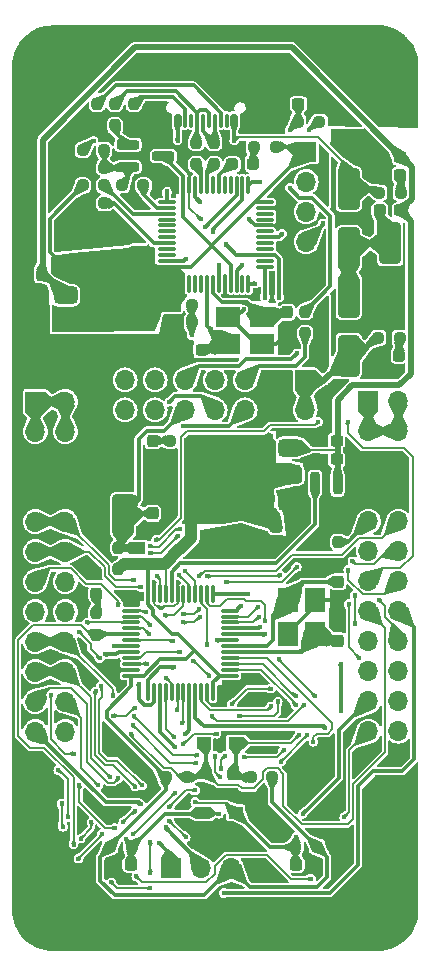
<source format=gbr>
%TF.GenerationSoftware,KiCad,Pcbnew,8.0.3*%
%TF.CreationDate,2024-07-17T15:49:10+08:00*%
%TF.ProjectId,STM32G431C8T6,53544d33-3247-4343-9331-433854362e6b,rev?*%
%TF.SameCoordinates,PXb5c5340PY81b3200*%
%TF.FileFunction,Copper,L1,Top*%
%TF.FilePolarity,Positive*%
%FSLAX45Y45*%
G04 Gerber Fmt 4.5, Leading zero omitted, Abs format (unit mm)*
G04 Created by KiCad (PCBNEW 8.0.3) date 2024-07-17 15:49:10*
%MOMM*%
%LPD*%
G01*
G04 APERTURE LIST*
G04 Aperture macros list*
%AMRoundRect*
0 Rectangle with rounded corners*
0 $1 Rounding radius*
0 $2 $3 $4 $5 $6 $7 $8 $9 X,Y pos of 4 corners*
0 Add a 4 corners polygon primitive as box body*
4,1,4,$2,$3,$4,$5,$6,$7,$8,$9,$2,$3,0*
0 Add four circle primitives for the rounded corners*
1,1,$1+$1,$2,$3*
1,1,$1+$1,$4,$5*
1,1,$1+$1,$6,$7*
1,1,$1+$1,$8,$9*
0 Add four rect primitives between the rounded corners*
20,1,$1+$1,$2,$3,$4,$5,0*
20,1,$1+$1,$4,$5,$6,$7,0*
20,1,$1+$1,$6,$7,$8,$9,0*
20,1,$1+$1,$8,$9,$2,$3,0*%
G04 Aperture macros list end*
%TA.AperFunction,SMDPad,CuDef*%
%ADD10R,1.800000X2.100000*%
%TD*%
%TA.AperFunction,SMDPad,CuDef*%
%ADD11RoundRect,0.237500X0.250000X0.237500X-0.250000X0.237500X-0.250000X-0.237500X0.250000X-0.237500X0*%
%TD*%
%TA.AperFunction,SMDPad,CuDef*%
%ADD12RoundRect,0.250000X0.650000X-1.500000X0.650000X1.500000X-0.650000X1.500000X-0.650000X-1.500000X0*%
%TD*%
%TA.AperFunction,SMDPad,CuDef*%
%ADD13RoundRect,0.237500X-0.300000X-0.237500X0.300000X-0.237500X0.300000X0.237500X-0.300000X0.237500X0*%
%TD*%
%TA.AperFunction,SMDPad,CuDef*%
%ADD14R,1.250000X1.000000*%
%TD*%
%TA.AperFunction,SMDPad,CuDef*%
%ADD15RoundRect,0.150000X0.150000X0.425000X-0.150000X0.425000X-0.150000X-0.425000X0.150000X-0.425000X0*%
%TD*%
%TA.AperFunction,SMDPad,CuDef*%
%ADD16RoundRect,0.075000X0.075000X0.500000X-0.075000X0.500000X-0.075000X-0.500000X0.075000X-0.500000X0*%
%TD*%
%TA.AperFunction,ComponentPad*%
%ADD17O,1.000000X2.100000*%
%TD*%
%TA.AperFunction,ComponentPad*%
%ADD18O,1.000000X1.800000*%
%TD*%
%TA.AperFunction,SMDPad,CuDef*%
%ADD19RoundRect,0.237500X0.237500X-0.300000X0.237500X0.300000X-0.237500X0.300000X-0.237500X-0.300000X0*%
%TD*%
%TA.AperFunction,SMDPad,CuDef*%
%ADD20RoundRect,0.237500X0.300000X0.237500X-0.300000X0.237500X-0.300000X-0.237500X0.300000X-0.237500X0*%
%TD*%
%TA.AperFunction,ComponentPad*%
%ADD21C,6.400000*%
%TD*%
%TA.AperFunction,SMDPad,CuDef*%
%ADD22RoundRect,0.250000X-0.650000X1.500000X-0.650000X-1.500000X0.650000X-1.500000X0.650000X1.500000X0*%
%TD*%
%TA.AperFunction,SMDPad,CuDef*%
%ADD23RoundRect,0.237500X-0.237500X0.250000X-0.237500X-0.250000X0.237500X-0.250000X0.237500X0.250000X0*%
%TD*%
%TA.AperFunction,ComponentPad*%
%ADD24R,1.700000X1.700000*%
%TD*%
%TA.AperFunction,ComponentPad*%
%ADD25O,1.700000X1.700000*%
%TD*%
%TA.AperFunction,SMDPad,CuDef*%
%ADD26RoundRect,0.237500X-0.250000X-0.237500X0.250000X-0.237500X0.250000X0.237500X-0.250000X0.237500X0*%
%TD*%
%TA.AperFunction,SMDPad,CuDef*%
%ADD27RoundRect,0.375000X0.625000X0.375000X-0.625000X0.375000X-0.625000X-0.375000X0.625000X-0.375000X0*%
%TD*%
%TA.AperFunction,SMDPad,CuDef*%
%ADD28RoundRect,0.500000X0.500000X1.400000X-0.500000X1.400000X-0.500000X-1.400000X0.500000X-1.400000X0*%
%TD*%
%TA.AperFunction,SMDPad,CuDef*%
%ADD29RoundRect,0.075000X0.662500X0.075000X-0.662500X0.075000X-0.662500X-0.075000X0.662500X-0.075000X0*%
%TD*%
%TA.AperFunction,SMDPad,CuDef*%
%ADD30RoundRect,0.075000X0.075000X0.662500X-0.075000X0.662500X-0.075000X-0.662500X0.075000X-0.662500X0*%
%TD*%
%TA.AperFunction,SMDPad,CuDef*%
%ADD31RoundRect,0.237500X-0.237500X0.287500X-0.237500X-0.287500X0.237500X-0.287500X0.237500X0.287500X0*%
%TD*%
%TA.AperFunction,SMDPad,CuDef*%
%ADD32RoundRect,0.237500X0.237500X-0.250000X0.237500X0.250000X-0.237500X0.250000X-0.237500X-0.250000X0*%
%TD*%
%TA.AperFunction,SMDPad,CuDef*%
%ADD33RoundRect,0.237500X-0.287500X-0.237500X0.287500X-0.237500X0.287500X0.237500X-0.287500X0.237500X0*%
%TD*%
%TA.AperFunction,SMDPad,CuDef*%
%ADD34R,2.100000X1.800000*%
%TD*%
%TA.AperFunction,SMDPad,CuDef*%
%ADD35RoundRect,0.375000X-0.625000X-0.375000X0.625000X-0.375000X0.625000X0.375000X-0.625000X0.375000X0*%
%TD*%
%TA.AperFunction,SMDPad,CuDef*%
%ADD36RoundRect,0.500000X-0.500000X-1.400000X0.500000X-1.400000X0.500000X1.400000X-0.500000X1.400000X0*%
%TD*%
%TA.AperFunction,SMDPad,CuDef*%
%ADD37RoundRect,0.200000X-0.750000X-0.200000X0.750000X-0.200000X0.750000X0.200000X-0.750000X0.200000X0*%
%TD*%
%TA.AperFunction,SMDPad,CuDef*%
%ADD38RoundRect,0.237500X0.237500X-0.287500X0.237500X0.287500X-0.237500X0.287500X-0.237500X-0.287500X0*%
%TD*%
%TA.AperFunction,SMDPad,CuDef*%
%ADD39RoundRect,0.237500X-0.237500X0.300000X-0.237500X-0.300000X0.237500X-0.300000X0.237500X0.300000X0*%
%TD*%
%TA.AperFunction,SMDPad,CuDef*%
%ADD40RoundRect,0.200000X-0.200000X0.750000X-0.200000X-0.750000X0.200000X-0.750000X0.200000X0.750000X0*%
%TD*%
%TA.AperFunction,SMDPad,CuDef*%
%ADD41RoundRect,0.075000X0.075000X-0.662500X0.075000X0.662500X-0.075000X0.662500X-0.075000X-0.662500X0*%
%TD*%
%TA.AperFunction,SMDPad,CuDef*%
%ADD42RoundRect,0.075000X0.662500X-0.075000X0.662500X0.075000X-0.662500X0.075000X-0.662500X-0.075000X0*%
%TD*%
%TA.AperFunction,SMDPad,CuDef*%
%ADD43RoundRect,0.250000X0.425000X1.600000X-0.425000X1.600000X-0.425000X-1.600000X0.425000X-1.600000X0*%
%TD*%
%TA.AperFunction,SMDPad,CuDef*%
%ADD44RoundRect,0.250000X1.600000X-0.425000X1.600000X0.425000X-1.600000X0.425000X-1.600000X-0.425000X0*%
%TD*%
%TA.AperFunction,SMDPad,CuDef*%
%ADD45RoundRect,0.250000X-1.600000X0.425000X-1.600000X-0.425000X1.600000X-0.425000X1.600000X0.425000X0*%
%TD*%
%TA.AperFunction,ViaPad*%
%ADD46C,0.400000*%
%TD*%
%TA.AperFunction,Conductor*%
%ADD47C,0.300000*%
%TD*%
%TA.AperFunction,Conductor*%
%ADD48C,0.150000*%
%TD*%
%TA.AperFunction,Conductor*%
%ADD49C,0.200000*%
%TD*%
%TA.AperFunction,Conductor*%
%ADD50C,0.500000*%
%TD*%
%TA.AperFunction,Conductor*%
%ADD51C,1.000000*%
%TD*%
G04 APERTURE END LIST*
D10*
%TO.P,Y2,1,1*%
%TO.N,Net-(U4-PF1)*%
X2365000Y2998750D03*
%TO.P,Y2,2,2*%
%TO.N,GND*%
X2365000Y2708750D03*
%TO.P,Y2,3,3*%
%TO.N,Net-(U4-PF0)*%
X2595000Y2708750D03*
%TO.P,Y2,4,4*%
%TO.N,GND*%
X2595000Y2998750D03*
%TD*%
D11*
%TO.P,R15,1*%
%TO.N,Net-(D6-A)*%
X3311250Y5220000D03*
%TO.P,R15,2*%
%TO.N,+5VL*%
X3128750Y5220000D03*
%TD*%
D12*
%TO.P,D11,1,K*%
%TO.N,/MCU/RSET*%
X970000Y3720000D03*
%TO.P,D11,2,A*%
%TO.N,GND*%
X970000Y4220000D03*
%TD*%
D13*
%TO.P,C20,1*%
%TO.N,GND*%
X863750Y760000D03*
%TO.P,C20,2*%
%TO.N,/MCU/PB13*%
X1036250Y760000D03*
%TD*%
D14*
%TO.P,SW1,1,1*%
%TO.N,/MCU/RSET*%
X1092500Y3440000D03*
%TO.P,SW1,2,2*%
%TO.N,GND*%
X1867500Y3440000D03*
%TD*%
D15*
%TO.P,J1,A1,GND*%
%TO.N,GND*%
X1990000Y7060000D03*
%TO.P,J1,A4,VBUS*%
%TO.N,+5VP*%
X1910000Y7060000D03*
D16*
%TO.P,J1,A5,CC1*%
%TO.N,Net-(J1-CC1)*%
X1795000Y7060000D03*
%TO.P,J1,A6,D+*%
%TO.N,Net-(J1-D+-PadA6)*%
X1695000Y7060000D03*
%TO.P,J1,A7,D-*%
%TO.N,Net-(J1-D--PadA7)*%
X1645000Y7060000D03*
%TO.P,J1,A8,SBU1*%
%TO.N,unconnected-(J1-SBU1-PadA8)*%
X1545000Y7060000D03*
D15*
%TO.P,J1,A9,VBUS*%
%TO.N,+5VP*%
X1430000Y7060000D03*
%TO.P,J1,A12,GND*%
%TO.N,GND*%
X1350000Y7060000D03*
%TO.P,J1,B1,GND*%
X1350000Y7060000D03*
%TO.P,J1,B4,VBUS*%
%TO.N,+5VP*%
X1430000Y7060000D03*
D16*
%TO.P,J1,B5,CC2*%
%TO.N,Net-(J1-CC2)*%
X1495000Y7060000D03*
%TO.P,J1,B6,D+*%
%TO.N,Net-(J1-D+-PadA6)*%
X1595000Y7060000D03*
%TO.P,J1,B7,D-*%
%TO.N,Net-(J1-D--PadA7)*%
X1745000Y7060000D03*
%TO.P,J1,B8,SBU2*%
%TO.N,unconnected-(J1-SBU2-PadB8)*%
X1845000Y7060000D03*
D15*
%TO.P,J1,B9,VBUS*%
%TO.N,+5VP*%
X1910000Y7060000D03*
%TO.P,J1,B12,GND*%
%TO.N,GND*%
X1990000Y7060000D03*
D17*
%TO.P,J1,S1,SHIELD*%
X2102000Y7117500D03*
D18*
X2102000Y7535500D03*
D17*
X1238000Y7117500D03*
D18*
X1238000Y7535500D03*
%TD*%
D19*
%TO.P,C23,1*%
%TO.N,GND*%
X2790000Y2982500D03*
%TO.P,C23,2*%
%TO.N,Net-(U4-PF1)*%
X2790000Y3155000D03*
%TD*%
D20*
%TO.P,C16,1*%
%TO.N,GND*%
X2436250Y3620000D03*
%TO.P,C16,2*%
%TO.N,+3.3V*%
X2263750Y3620000D03*
%TD*%
D21*
%TO.P,,1*%
%TO.N,GND*%
X370000Y7530000D03*
%TD*%
D22*
%TO.P,D2,1,K*%
%TO.N,Net-(D2-K)*%
X2880000Y5570000D03*
%TO.P,D2,2,A*%
%TO.N,+5VL*%
X2880000Y5070000D03*
%TD*%
D20*
%TO.P,C24,1*%
%TO.N,+5V*%
X2776250Y4350000D03*
%TO.P,C24,2*%
%TO.N,GND*%
X2603750Y4350000D03*
%TD*%
D11*
%TO.P,R14,1*%
%TO.N,Net-(D5-A)*%
X3320000Y6450000D03*
%TO.P,R14,2*%
%TO.N,+5VP*%
X3137500Y6450000D03*
%TD*%
D23*
%TO.P,R3,1*%
%TO.N,Net-(J1-D+-PadA6)*%
X900000Y7201250D03*
%TO.P,R3,2*%
%TO.N,Net-(Q1-E)*%
X900000Y7018750D03*
%TD*%
D24*
%TO.P,J8,1,Pin_1*%
%TO.N,/MCU/PB7*%
X1378000Y730000D03*
D25*
%TO.P,J8,2,Pin_2*%
%TO.N,/MCU/PA15*%
X1632000Y730000D03*
%TO.P,J8,3,Pin_3*%
%TO.N,+3.3V*%
X1886000Y730000D03*
%TO.P,J8,4,Pin_4*%
%TO.N,GND*%
X2140000Y730000D03*
%TD*%
D26*
%TO.P,R11,1*%
%TO.N,GND*%
X1368750Y5350000D03*
%TO.P,R11,2*%
%TO.N,/Debuger/AIN*%
X1551250Y5350000D03*
%TD*%
D27*
%TO.P,U3,1,GND*%
%TO.N,GND*%
X2385000Y3830000D03*
%TO.P,U3,2,VO*%
%TO.N,+3.3V*%
X2385000Y4060000D03*
D28*
X1755000Y4060000D03*
D27*
%TO.P,U3,3,VI*%
%TO.N,+5V*%
X2385000Y4290000D03*
%TD*%
D29*
%TO.P,U4,1,VBAT*%
%TO.N,+3.3V*%
X1871250Y2360000D03*
%TO.P,U4,2,PC13*%
%TO.N,/MCU/PC13*%
X1871250Y2410000D03*
%TO.P,U4,3,PC14*%
%TO.N,/MCU/PC14*%
X1871250Y2460000D03*
%TO.P,U4,4,PC15*%
%TO.N,/MCU/PC15*%
X1871250Y2510000D03*
%TO.P,U4,5,PF0*%
%TO.N,Net-(U4-PF0)*%
X1871250Y2560000D03*
%TO.P,U4,6,PF1*%
%TO.N,Net-(U4-PF1)*%
X1871250Y2610000D03*
%TO.P,U4,7,PG10*%
%TO.N,/MCU/RSET*%
X1871250Y2660000D03*
%TO.P,U4,8,PA0*%
%TO.N,/MCU/PA0*%
X1871250Y2710000D03*
%TO.P,U4,9,PA1*%
%TO.N,/MCU/PA1*%
X1871250Y2760000D03*
%TO.P,U4,10,PA2*%
%TO.N,/MCU/PA2*%
X1871250Y2810000D03*
%TO.P,U4,11,PA3*%
%TO.N,/MCU/PA3*%
X1871250Y2860000D03*
%TO.P,U4,12,PA4*%
%TO.N,/MCU/PA4*%
X1871250Y2910000D03*
D30*
%TO.P,U4,13,PA5*%
%TO.N,/MCU/PA5*%
X1730000Y3051250D03*
%TO.P,U4,14,PA6*%
%TO.N,/MCU/PA6*%
X1680000Y3051250D03*
%TO.P,U4,15,PA7*%
%TO.N,/MCU/PA7*%
X1630000Y3051250D03*
%TO.P,U4,16,PB0*%
%TO.N,/MCU/PB0*%
X1580000Y3051250D03*
%TO.P,U4,17,PB1*%
%TO.N,/MCU/PB1*%
X1530000Y3051250D03*
%TO.P,U4,18,PB2*%
%TO.N,/MCU/PB2*%
X1480000Y3051250D03*
%TO.P,U4,19,VSSA*%
%TO.N,GND*%
X1430000Y3051250D03*
%TO.P,U4,20,VREF+*%
%TO.N,+3.3VRF*%
X1380000Y3051250D03*
%TO.P,U4,21,VDDA*%
%TO.N,+3.3V*%
X1330000Y3051250D03*
%TO.P,U4,22,PB10*%
%TO.N,/MCU/PB10*%
X1280000Y3051250D03*
%TO.P,U4,23,VSS*%
%TO.N,GND*%
X1230000Y3051250D03*
%TO.P,U4,24,VDD*%
%TO.N,+3.3V*%
X1180000Y3051250D03*
D29*
%TO.P,U4,25,PB11*%
%TO.N,/MCU/PB11*%
X1038750Y2910000D03*
%TO.P,U4,26,PB12*%
%TO.N,/MCU/PB12*%
X1038750Y2860000D03*
%TO.P,U4,27,PB13*%
%TO.N,/MCU/PB13*%
X1038750Y2810000D03*
%TO.P,U4,28,PB14*%
%TO.N,/MCU/PB14*%
X1038750Y2760000D03*
%TO.P,U4,29,PB15*%
%TO.N,/MCU/PB15*%
X1038750Y2710000D03*
%TO.P,U4,30,PA8*%
%TO.N,/MCU/PA8*%
X1038750Y2660000D03*
%TO.P,U4,31,PA9*%
%TO.N,/Debuger/USART2_TX*%
X1038750Y2610000D03*
%TO.P,U4,32,PA10*%
%TO.N,/Debuger/USART2_RX*%
X1038750Y2560000D03*
%TO.P,U4,33,PA11*%
%TO.N,/MCU/PA11*%
X1038750Y2510000D03*
%TO.P,U4,34,PA12*%
%TO.N,/MCU/PA12*%
X1038750Y2460000D03*
%TO.P,U4,35,VSS*%
%TO.N,GND*%
X1038750Y2410000D03*
%TO.P,U4,36,VDD*%
%TO.N,+3.3V*%
X1038750Y2360000D03*
D30*
%TO.P,U4,37,PA13*%
%TO.N,/Debuger/T_JTMS*%
X1180000Y2218750D03*
%TO.P,U4,38,PA14*%
%TO.N,/Debuger/T_JTCK*%
X1230000Y2218750D03*
%TO.P,U4,39,PA15*%
%TO.N,/MCU/PA15*%
X1280000Y2218750D03*
%TO.P,U4,40,PB3*%
%TO.N,/MCU/PB3*%
X1330000Y2218750D03*
%TO.P,U4,41,PB4*%
%TO.N,/MCU/PB4*%
X1380000Y2218750D03*
%TO.P,U4,42,PB5*%
%TO.N,/MCU/PB5*%
X1430000Y2218750D03*
%TO.P,U4,43,PB6*%
%TO.N,/MCU/PB6*%
X1480000Y2218750D03*
%TO.P,U4,44,PB7*%
%TO.N,/MCU/PB7*%
X1530000Y2218750D03*
%TO.P,U4,45,PB8*%
%TO.N,/MCU/PB8*%
X1580000Y2218750D03*
%TO.P,U4,46,PB9*%
%TO.N,/MCU/PB9*%
X1630000Y2218750D03*
%TO.P,U4,47,VSS*%
%TO.N,GND*%
X1680000Y2218750D03*
%TO.P,U4,48,VDD*%
%TO.N,+3.3V*%
X1730000Y2218750D03*
%TD*%
D20*
%TO.P,C11,1*%
%TO.N,+3.3V*%
X1546250Y4050000D03*
%TO.P,C11,2*%
%TO.N,GND*%
X1373750Y4050000D03*
%TD*%
D23*
%TO.P,R7,1*%
%TO.N,Net-(J1-CC1)*%
X750000Y7201250D03*
%TO.P,R7,2*%
%TO.N,GND*%
X750000Y7018750D03*
%TD*%
D26*
%TO.P,R23,1*%
%TO.N,/MCU/PB12*%
X2048750Y1500000D03*
%TO.P,R23,2*%
%TO.N,+3.3V*%
X2231250Y1500000D03*
%TD*%
D31*
%TO.P,D10,1,K*%
%TO.N,GND*%
X740000Y3226250D03*
%TO.P,D10,2,A*%
%TO.N,Net-(D10-A)*%
X740000Y3051250D03*
%TD*%
D21*
%TO.P,,1*%
%TO.N,GND*%
X3130000Y7530000D03*
%TD*%
D32*
%TO.P,R27,1*%
%TO.N,GND*%
X2790000Y3308750D03*
%TO.P,R27,2*%
%TO.N,/MCU/PB8*%
X2790000Y3491250D03*
%TD*%
D33*
%TO.P,D6,1,K*%
%TO.N,AGND*%
X3132500Y5070000D03*
%TO.P,D6,2,A*%
%TO.N,Net-(D6-A)*%
X3307500Y5070000D03*
%TD*%
D26*
%TO.P,R18,1*%
%TO.N,+3.3VFS*%
X627500Y6510000D03*
%TO.P,R18,2*%
%TO.N,Net-(U1-PB3)*%
X810000Y6510000D03*
%TD*%
D20*
%TO.P,C10,1*%
%TO.N,+3.3V*%
X1546250Y4200000D03*
%TO.P,C10,2*%
%TO.N,GND*%
X1373750Y4200000D03*
%TD*%
D13*
%TO.P,C12,1*%
%TO.N,/Debuger/nrs*%
X2453750Y7200000D03*
%TO.P,C12,2*%
%TO.N,GND*%
X2626250Y7200000D03*
%TD*%
D34*
%TO.P,Y1,1,1*%
%TO.N,Net-(U1-PD1)*%
X2145000Y5395000D03*
%TO.P,Y1,2,2*%
%TO.N,GND*%
X1855000Y5395000D03*
%TO.P,Y1,3,3*%
%TO.N,Net-(U1-PD0)*%
X1855000Y5165000D03*
%TO.P,Y1,4,4*%
%TO.N,GND*%
X2145000Y5165000D03*
%TD*%
D14*
%TO.P,SW3,1,1*%
%TO.N,/MCU/PB12*%
X1925000Y1790000D03*
%TO.P,SW3,2,2*%
%TO.N,GND*%
X2700000Y1790000D03*
%TD*%
D26*
%TO.P,R17,1*%
%TO.N,Net-(D8-A)*%
X1368750Y4350000D03*
%TO.P,R17,2*%
%TO.N,+3.3V*%
X1551250Y4350000D03*
%TD*%
D20*
%TO.P,C6,1*%
%TO.N,+3.3V*%
X1550000Y3900000D03*
%TO.P,C6,2*%
%TO.N,GND*%
X1377500Y3900000D03*
%TD*%
D26*
%TO.P,R25,1*%
%TO.N,/MCU/PB14*%
X2428750Y910000D03*
%TO.P,R25,2*%
%TO.N,+3.3V*%
X2611250Y910000D03*
%TD*%
D35*
%TO.P,U2,1,GND*%
%TO.N,GND*%
X482500Y6040000D03*
%TO.P,U2,2,VO*%
%TO.N,+3.3VFS*%
X482500Y5810000D03*
D36*
X1112500Y5810000D03*
D35*
%TO.P,U2,3,VI*%
%TO.N,+5V*%
X482500Y5580000D03*
%TD*%
D19*
%TO.P,C19,1*%
%TO.N,GND*%
X1900000Y1353750D03*
%TO.P,C19,2*%
%TO.N,/MCU/PB12*%
X1900000Y1526250D03*
%TD*%
D33*
%TO.P,D5,1,K*%
%TO.N,AGND*%
X3142500Y6600000D03*
%TO.P,D5,2,A*%
%TO.N,Net-(D5-A)*%
X3317500Y6600000D03*
%TD*%
D37*
%TO.P,Q1,1,E*%
%TO.N,Net-(Q1-E)*%
X1010000Y6855000D03*
%TO.P,Q1,2,B*%
%TO.N,Net-(Q1-B)*%
X1010000Y6665000D03*
%TO.P,Q1,3,C*%
%TO.N,+3.3VFS*%
X1310000Y6760000D03*
%TD*%
D26*
%TO.P,R9,1*%
%TO.N,Net-(D1-A)*%
X2078750Y6840000D03*
%TO.P,R9,2*%
%TO.N,+3.3VFS*%
X2261250Y6840000D03*
%TD*%
D38*
%TO.P,D8,1,K*%
%TO.N,GND*%
X1220000Y4172500D03*
%TO.P,D8,2,A*%
%TO.N,Net-(D8-A)*%
X1220000Y4347500D03*
%TD*%
D26*
%TO.P,R6,1*%
%TO.N,Net-(Q1-B)*%
X958750Y6510000D03*
%TO.P,R6,2*%
%TO.N,/Debuger/USB_RENUMn*%
X1141250Y6510000D03*
%TD*%
D14*
%TO.P,SW4,1,1*%
%TO.N,/MCU/PB13*%
X1647500Y1200000D03*
%TO.P,SW4,2,2*%
%TO.N,GND*%
X872500Y1200000D03*
%TD*%
D19*
%TO.P,C2,1*%
%TO.N,GND*%
X2360000Y5263750D03*
%TO.P,C2,2*%
%TO.N,Net-(U1-PD1)*%
X2360000Y5436250D03*
%TD*%
D23*
%TO.P,R2,1*%
%TO.N,Net-(J1-D+-PadA6)*%
X1590000Y6872500D03*
%TO.P,R2,2*%
%TO.N,/Debuger/USB_DP*%
X1590000Y6690000D03*
%TD*%
D32*
%TO.P,R19,1*%
%TO.N,/Debuger/T_JTMS1*%
X2510000Y5258750D03*
%TO.P,R19,2*%
%TO.N,/Debuger/T_SWDIOIN*%
X2510000Y5441250D03*
%TD*%
D11*
%TO.P,R24,1*%
%TO.N,/MCU/PB13*%
X1041250Y910000D03*
%TO.P,R24,2*%
%TO.N,+3.3V*%
X858750Y910000D03*
%TD*%
D24*
%TO.P,J10,1,Pin_1*%
%TO.N,+3.3V*%
X3046000Y4684000D03*
D25*
%TO.P,J10,2,Pin_2*%
X3300000Y4684000D03*
%TO.P,J10,3,Pin_3*%
X3046000Y4430000D03*
%TO.P,J10,4,Pin_4*%
X3300000Y4430000D03*
%TO.P,J10,5,Pin_5*%
%TO.N,GND*%
X3046000Y4176000D03*
%TO.P,J10,6,Pin_6*%
X3300000Y4176000D03*
%TO.P,J10,7,Pin_7*%
X3046000Y3922000D03*
%TO.P,J10,8,Pin_8*%
X3300000Y3922000D03*
%TO.P,J10,9,Pin_9*%
%TO.N,/MCU/PB8*%
X3046000Y3668000D03*
%TO.P,J10,10,Pin_10*%
%TO.N,/MCU/PA8*%
X3300000Y3668000D03*
%TO.P,J10,11,Pin_11*%
%TO.N,/MCU/PB9*%
X3046000Y3414000D03*
%TO.P,J10,12,Pin_12*%
%TO.N,/MCU/PA11*%
X3300000Y3414000D03*
%TO.P,J10,13,Pin_13*%
%TO.N,/MCU/PB10*%
X3046000Y3160000D03*
%TO.P,J10,14,Pin_14*%
%TO.N,/MCU/PA12*%
X3300000Y3160000D03*
%TO.P,J10,15,Pin_15*%
%TO.N,/MCU/PB11*%
X3046000Y2906000D03*
%TO.P,J10,16,Pin_16*%
%TO.N,/MCU/PA15*%
X3300000Y2906000D03*
%TO.P,J10,17,Pin_17*%
%TO.N,/MCU/PB12*%
X3046000Y2652000D03*
%TO.P,J10,18,Pin_18*%
%TO.N,/MCU/PC13*%
X3300000Y2652000D03*
%TO.P,J10,19,Pin_19*%
%TO.N,/MCU/PB13*%
X3046000Y2398000D03*
%TO.P,J10,20,Pin_20*%
%TO.N,/MCU/PC14*%
X3300000Y2398000D03*
%TO.P,J10,21,Pin_21*%
%TO.N,/MCU/PB14*%
X3046000Y2144000D03*
%TO.P,J10,22,Pin_22*%
%TO.N,/MCU/PC15*%
X3300000Y2144000D03*
%TO.P,J10,23,Pin_23*%
%TO.N,/MCU/PB15*%
X3046000Y1890000D03*
%TO.P,J10,24,Pin_24*%
%TO.N,/MCU/RSET*%
X3300000Y1890000D03*
%TD*%
D39*
%TO.P,C14,1*%
%TO.N,+5V*%
X280000Y5756250D03*
%TO.P,C14,2*%
%TO.N,GND*%
X280000Y5583750D03*
%TD*%
D21*
%TO.P,,1*%
%TO.N,GND*%
X3130000Y370000D03*
%TD*%
D13*
%TO.P,C1,1*%
%TO.N,GND*%
X1463750Y5120000D03*
%TO.P,C1,2*%
%TO.N,Net-(U1-PD0)*%
X1636250Y5120000D03*
%TD*%
%TO.P,C3,1*%
%TO.N,AGND*%
X3143750Y6750000D03*
%TO.P,C3,2*%
%TO.N,+5V*%
X3316250Y6750000D03*
%TD*%
D40*
%TO.P,U5,1,IN*%
%TO.N,+5V*%
X2785000Y3990000D03*
%TO.P,U5,2,OUT*%
%TO.N,+3.3VRF*%
X2595000Y3990000D03*
%TO.P,U5,3,GND*%
%TO.N,GND*%
X2690000Y3690000D03*
%TD*%
D33*
%TO.P,D1,1,K*%
%TO.N,/Debuger/LED_STLINK*%
X1895000Y6690000D03*
%TO.P,D1,2,A*%
%TO.N,Net-(D1-A)*%
X2070000Y6690000D03*
%TD*%
D39*
%TO.P,C9,1*%
%TO.N,+3.3VFS*%
X1170000Y5366250D03*
%TO.P,C9,2*%
%TO.N,GND*%
X1170000Y5193750D03*
%TD*%
D41*
%TO.P,U1,1,VBAT*%
%TO.N,+3.3VFS*%
X1480000Y5680000D03*
%TO.P,U1,2,PC13*%
%TO.N,unconnected-(U1-PC13-Pad2)*%
X1530000Y5680000D03*
%TO.P,U1,3,PC14*%
%TO.N,unconnected-(U1-PC14-Pad3)*%
X1580000Y5680000D03*
%TO.P,U1,4,PC15*%
%TO.N,unconnected-(U1-PC15-Pad4)*%
X1630000Y5680000D03*
%TO.P,U1,5,PD0*%
%TO.N,Net-(U1-PD0)*%
X1680000Y5680000D03*
%TO.P,U1,6,PD1*%
%TO.N,Net-(U1-PD1)*%
X1730000Y5680000D03*
%TO.P,U1,7,NRST*%
%TO.N,/Debuger/nrs*%
X1780000Y5680000D03*
%TO.P,U1,8,VSSA*%
%TO.N,GND*%
X1830000Y5680000D03*
%TO.P,U1,9,VDDA*%
%TO.N,+3.3VFS*%
X1880000Y5680000D03*
%TO.P,U1,10,PA0*%
%TO.N,/Debuger/AIN*%
X1930000Y5680000D03*
%TO.P,U1,11,PA1*%
%TO.N,unconnected-(U1-PA1-Pad11)*%
X1980000Y5680000D03*
%TO.P,U1,12,PA2*%
%TO.N,/Debuger/STLINK_TX1*%
X2030000Y5680000D03*
D42*
%TO.P,U1,13,PA3*%
%TO.N,/Debuger/STLINK_RX1*%
X2171250Y5821250D03*
%TO.P,U1,14,PA4*%
%TO.N,unconnected-(U1-PA4-Pad14)*%
X2171250Y5871250D03*
%TO.P,U1,15,PA5*%
%TO.N,/Debuger/T_JTCK1*%
X2171250Y5921250D03*
%TO.P,U1,16,PA6*%
%TO.N,unconnected-(U1-PA6-Pad16)*%
X2171250Y5971250D03*
%TO.P,U1,17,PA7*%
%TO.N,unconnected-(U1-PA7-Pad17)*%
X2171250Y6021250D03*
%TO.P,U1,18,PB0*%
%TO.N,/Debuger/T_NRST1*%
X2171250Y6071250D03*
%TO.P,U1,19,PB1*%
%TO.N,unconnected-(U1-PB1-Pad19)*%
X2171250Y6121250D03*
%TO.P,U1,20,PB2*%
%TO.N,GND*%
X2171250Y6171250D03*
%TO.P,U1,21,PB10*%
%TO.N,unconnected-(U1-PB10-Pad21)*%
X2171250Y6221250D03*
%TO.P,U1,22,PB11*%
%TO.N,unconnected-(U1-PB11-Pad22)*%
X2171250Y6271250D03*
%TO.P,U1,23,VSS*%
%TO.N,GND*%
X2171250Y6321250D03*
%TO.P,U1,24,VDD*%
%TO.N,+3.3VFS*%
X2171250Y6371250D03*
D41*
%TO.P,U1,25,PB12*%
%TO.N,/Debuger/T_SWDIOIN*%
X2030000Y6512500D03*
%TO.P,U1,26,PB13*%
%TO.N,/Debuger/T_JTCK1*%
X1980000Y6512500D03*
%TO.P,U1,27,PB14*%
%TO.N,/Debuger/T_JTMS1*%
X1930000Y6512500D03*
%TO.P,U1,28,PB15*%
%TO.N,unconnected-(U1-PB15-Pad28)*%
X1880000Y6512500D03*
%TO.P,U1,29,PA8*%
%TO.N,unconnected-(U1-PA8-Pad29)*%
X1830000Y6512500D03*
%TO.P,U1,30,PA9*%
%TO.N,/Debuger/LED_STLINK*%
X1780000Y6512500D03*
%TO.P,U1,31,PA10*%
%TO.N,unconnected-(U1-PA10-Pad31)*%
X1730000Y6512500D03*
%TO.P,U1,32,PA11*%
%TO.N,/Debuger/USB_DN*%
X1680000Y6512500D03*
%TO.P,U1,33,PA12*%
%TO.N,/Debuger/USB_DP*%
X1630000Y6512500D03*
%TO.P,U1,34,PA13*%
%TO.N,/Debuger/ST_SWDIO*%
X1580000Y6512500D03*
%TO.P,U1,35,VSS*%
%TO.N,GND*%
X1530000Y6512500D03*
%TO.P,U1,36,VDD*%
%TO.N,+3.3VFS*%
X1480000Y6512500D03*
D42*
%TO.P,U1,37,PA14*%
%TO.N,/Debuger/ST_SWCLK*%
X1338750Y6371250D03*
%TO.P,U1,38,PA15*%
%TO.N,/Debuger/USB_RENUMn*%
X1338750Y6321250D03*
%TO.P,U1,39,PB3*%
%TO.N,Net-(U1-PB3)*%
X1338750Y6271250D03*
%TO.P,U1,40,PB4*%
%TO.N,unconnected-(U1-PB4-Pad40)*%
X1338750Y6221250D03*
%TO.P,U1,41,PB5*%
%TO.N,unconnected-(U1-PB5-Pad41)*%
X1338750Y6171250D03*
%TO.P,U1,42,PB6*%
%TO.N,unconnected-(U1-PB6-Pad42)*%
X1338750Y6121250D03*
%TO.P,U1,43,PB7*%
%TO.N,unconnected-(U1-PB7-Pad43)*%
X1338750Y6071250D03*
%TO.P,U1,44,BOOT0*%
%TO.N,Net-(U1-BOOT0)*%
X1338750Y6021250D03*
%TO.P,U1,45,PB8*%
%TO.N,unconnected-(U1-PB8-Pad45)*%
X1338750Y5971250D03*
%TO.P,U1,46,PB9*%
%TO.N,unconnected-(U1-PB9-Pad46)*%
X1338750Y5921250D03*
%TO.P,U1,47,VSS*%
%TO.N,GND*%
X1338750Y5871250D03*
%TO.P,U1,48,VDD*%
%TO.N,+3.3VFS*%
X1338750Y5821250D03*
%TD*%
D22*
%TO.P,D9,1,K*%
%TO.N,Net-(D2-K)*%
X3230000Y6020000D03*
%TO.P,D9,2,A*%
%TO.N,AGND*%
X3230000Y5520000D03*
%TD*%
D11*
%TO.P,R4,1*%
%TO.N,Net-(Q1-B)*%
X810000Y6810000D03*
%TO.P,R4,2*%
%TO.N,+5VP*%
X627500Y6810000D03*
%TD*%
D23*
%TO.P,R8,1*%
%TO.N,Net-(J1-CC2)*%
X1060000Y7201250D03*
%TO.P,R8,2*%
%TO.N,GND*%
X1060000Y7018750D03*
%TD*%
D39*
%TO.P,C8,1*%
%TO.N,+3.3VFS*%
X720000Y5366250D03*
%TO.P,C8,2*%
%TO.N,GND*%
X720000Y5193750D03*
%TD*%
D12*
%TO.P,D3,1,K*%
%TO.N,Net-(D2-K)*%
X2880000Y5980000D03*
%TO.P,D3,2,A*%
%TO.N,+5VP*%
X2880000Y6480000D03*
%TD*%
D21*
%TO.P,,1*%
%TO.N,GND*%
X370000Y370000D03*
%TD*%
D26*
%TO.P,R5,1*%
%TO.N,GND*%
X628750Y6660000D03*
%TO.P,R5,2*%
%TO.N,Net-(Q1-B)*%
X811250Y6660000D03*
%TD*%
D23*
%TO.P,R1,1*%
%TO.N,Net-(J1-D--PadA7)*%
X1740000Y6872500D03*
%TO.P,R1,2*%
%TO.N,/Debuger/USB_DN*%
X1740000Y6690000D03*
%TD*%
D13*
%TO.P,C15,1*%
%TO.N,GND*%
X2603750Y4190000D03*
%TO.P,C15,2*%
%TO.N,+5V*%
X2776250Y4190000D03*
%TD*%
D20*
%TO.P,C7,1*%
%TO.N,+3.3V*%
X1546250Y3750000D03*
%TO.P,C7,2*%
%TO.N,GND*%
X1373750Y3750000D03*
%TD*%
D39*
%TO.P,C17,1*%
%TO.N,+3.3VFS*%
X570000Y5366250D03*
%TO.P,C17,2*%
%TO.N,GND*%
X570000Y5193750D03*
%TD*%
%TO.P,C5,1*%
%TO.N,+3.3VFS*%
X870000Y5366250D03*
%TO.P,C5,2*%
%TO.N,GND*%
X870000Y5193750D03*
%TD*%
D24*
%TO.P,J2,1,Pin_1*%
%TO.N,+5VL*%
X2510000Y4864000D03*
D25*
%TO.P,J2,2,Pin_2*%
X2510000Y4610000D03*
%TO.P,J2,3,Pin_3*%
%TO.N,GND*%
X2256000Y4864000D03*
%TO.P,J2,4,Pin_4*%
X2256000Y4610000D03*
%TO.P,J2,5,Pin_5*%
%TO.N,/Debuger/T_JTMS1*%
X2002000Y4864000D03*
%TO.P,J2,6,Pin_6*%
%TO.N,/Debuger/T_JTMS*%
X2002000Y4610000D03*
%TO.P,J2,7,Pin_7*%
%TO.N,/Debuger/T_JTCK1*%
X1748000Y4864000D03*
%TO.P,J2,8,Pin_8*%
%TO.N,/Debuger/T_JTCK*%
X1748000Y4610000D03*
%TO.P,J2,9,Pin_9*%
%TO.N,/Debuger/T_NRST1*%
X1494000Y4864000D03*
%TO.P,J2,10,Pin_10*%
%TO.N,/MCU/RSET*%
X1494000Y4610000D03*
%TO.P,J2,11,Pin_11*%
%TO.N,/Debuger/STLINK_TX1*%
X1240000Y4864000D03*
%TO.P,J2,12,Pin_12*%
%TO.N,/Debuger/USART2_TX*%
X1240000Y4610000D03*
%TO.P,J2,13,Pin_13*%
%TO.N,/Debuger/STLINK_RX1*%
X986000Y4864000D03*
%TO.P,J2,14,Pin_14*%
%TO.N,/Debuger/USART2_RX*%
X986000Y4610000D03*
%TD*%
D26*
%TO.P,R21,1*%
%TO.N,GND*%
X628750Y6360000D03*
%TO.P,R21,2*%
%TO.N,Net-(U1-BOOT0)*%
X811250Y6360000D03*
%TD*%
D14*
%TO.P,SW5,1,1*%
%TO.N,/MCU/PB14*%
X1922500Y1200000D03*
%TO.P,SW5,2,2*%
%TO.N,GND*%
X2697500Y1200000D03*
%TD*%
D24*
%TO.P,J3,1,Pin_1*%
%TO.N,+3.3VFS*%
X2520000Y6796000D03*
D25*
%TO.P,J3,2,Pin_2*%
%TO.N,/Debuger/ST_SWDIO*%
X2520000Y6542000D03*
%TO.P,J3,3,Pin_3*%
%TO.N,/Debuger/ST_SWCLK*%
X2520000Y6288000D03*
%TO.P,J3,4,Pin_4*%
%TO.N,/Debuger/nrs*%
X2520000Y6034000D03*
%TO.P,J3,5,Pin_5*%
%TO.N,GND*%
X2520000Y5780000D03*
%TD*%
D23*
%TO.P,R26,1*%
%TO.N,Net-(D10-A)*%
X740000Y2890000D03*
%TO.P,R26,2*%
%TO.N,/MCU/PB15*%
X740000Y2707500D03*
%TD*%
D14*
%TO.P,SW2,1,1*%
%TO.N,/MCU/PB11*%
X1650000Y1790000D03*
%TO.P,SW2,2,2*%
%TO.N,GND*%
X875000Y1790000D03*
%TD*%
D11*
%TO.P,R22,1*%
%TO.N,/MCU/PB11*%
X1511250Y1500000D03*
%TO.P,R22,2*%
%TO.N,+3.3V*%
X1328750Y1500000D03*
%TD*%
D23*
%TO.P,R20,1*%
%TO.N,/MCU/RSET*%
X930000Y3441250D03*
%TO.P,R20,2*%
%TO.N,+3.3V*%
X930000Y3258750D03*
%TD*%
D33*
%TO.P,FB1,1*%
%TO.N,Net-(D2-K)*%
X3142500Y6300000D03*
%TO.P,FB1,2*%
%TO.N,+5V*%
X3317500Y6300000D03*
%TD*%
D20*
%TO.P,C21,1*%
%TO.N,GND*%
X2606250Y760000D03*
%TO.P,C21,2*%
%TO.N,/MCU/PB14*%
X2433750Y760000D03*
%TD*%
D39*
%TO.P,C22,1*%
%TO.N,GND*%
X2790000Y2825000D03*
%TO.P,C22,2*%
%TO.N,Net-(U4-PF0)*%
X2790000Y2652500D03*
%TD*%
%TO.P,C4,1*%
%TO.N,+3.3VFS*%
X1020000Y5366250D03*
%TO.P,C4,2*%
%TO.N,GND*%
X1020000Y5193750D03*
%TD*%
D19*
%TO.P,C18,1*%
%TO.N,GND*%
X1670000Y1363750D03*
%TO.P,C18,2*%
%TO.N,/MCU/PB11*%
X1670000Y1536250D03*
%TD*%
D24*
%TO.P,J9,1,Pin_1*%
%TO.N,+3.3VFS*%
X226000Y4680000D03*
D25*
%TO.P,J9,2,Pin_2*%
X480000Y4680000D03*
%TO.P,J9,3,Pin_3*%
X226000Y4426000D03*
%TO.P,J9,4,Pin_4*%
X480000Y4426000D03*
%TO.P,J9,5,Pin_5*%
%TO.N,GND*%
X226000Y4172000D03*
%TO.P,J9,6,Pin_6*%
X480000Y4172000D03*
%TO.P,J9,7,Pin_7*%
X226000Y3918000D03*
%TO.P,J9,8,Pin_8*%
X480000Y3918000D03*
%TO.P,J9,9,Pin_9*%
%TO.N,/MCU/PB0*%
X226000Y3664000D03*
%TO.P,J9,10,Pin_10*%
X480000Y3664000D03*
%TO.P,J9,11,Pin_11*%
%TO.N,/MCU/PB1*%
X226000Y3410000D03*
%TO.P,J9,12,Pin_12*%
X480000Y3410000D03*
%TO.P,J9,13,Pin_13*%
%TO.N,/MCU/PB2*%
X226000Y3156000D03*
%TO.P,J9,14,Pin_14*%
%TO.N,/MCU/PA2*%
X480000Y3156000D03*
%TO.P,J9,15,Pin_15*%
%TO.N,/MCU/PB3*%
X226000Y2902000D03*
%TO.P,J9,16,Pin_16*%
%TO.N,/MCU/PA3*%
X480000Y2902000D03*
%TO.P,J9,17,Pin_17*%
%TO.N,/MCU/PB4*%
X226000Y2648000D03*
%TO.P,J9,18,Pin_18*%
X480000Y2648000D03*
%TO.P,J9,19,Pin_19*%
%TO.N,/MCU/PB5*%
X226000Y2394000D03*
%TO.P,J9,20,Pin_20*%
X480000Y2394000D03*
%TO.P,J9,21,Pin_21*%
%TO.N,/MCU/PB6*%
X226000Y2140000D03*
%TO.P,J9,22,Pin_22*%
%TO.N,/MCU/PA6*%
X480000Y2140000D03*
%TO.P,J9,23,Pin_23*%
%TO.N,/MCU/PB7*%
X226000Y1886000D03*
%TO.P,J9,24,Pin_24*%
%TO.N,/MCU/PA7*%
X480000Y1886000D03*
%TD*%
D39*
%TO.P,C13,1*%
%TO.N,GND*%
X1220000Y3906250D03*
%TO.P,C13,2*%
%TO.N,/MCU/RSET*%
X1220000Y3733750D03*
%TD*%
D11*
%TO.P,R12,1*%
%TO.N,+3.3VFS*%
X2631250Y7050000D03*
%TO.P,R12,2*%
%TO.N,/Debuger/nrs*%
X2448750Y7050000D03*
%TD*%
D38*
%TO.P,FB2,1*%
%TO.N,AGND*%
X2780000Y6922500D03*
%TO.P,FB2,2*%
%TO.N,GND*%
X2780000Y7097500D03*
%TD*%
D11*
%TO.P,R10,1*%
%TO.N,/Debuger/AIN*%
X1551250Y5500000D03*
%TO.P,R10,2*%
%TO.N,+3.3VFS*%
X1368750Y5500000D03*
%TD*%
D43*
%TO.P,J5,2,Ext*%
%TO.N,GND*%
X2652500Y281250D03*
X2087500Y281250D03*
%TD*%
D44*
%TO.P,J6,2,Ext*%
%TO.N,GND*%
X280000Y860000D03*
X280000Y1425000D03*
%TD*%
D45*
%TO.P,J4,2,Ext*%
%TO.N,GND*%
X3238750Y1412500D03*
X3238750Y847500D03*
%TD*%
D43*
%TO.P,J7,2,Ext*%
%TO.N,GND*%
X1422500Y281250D03*
X857500Y281250D03*
%TD*%
D46*
%TO.N,GND*%
X990000Y3960000D03*
X140000Y5780000D03*
X1070000Y6370000D03*
X870000Y2360000D03*
X380000Y4930000D03*
X460000Y6640000D03*
X2070000Y3410000D03*
X120000Y6390000D03*
X260000Y7110000D03*
X2680000Y4640000D03*
X1010000Y3010000D03*
X1480000Y6770000D03*
X2340000Y2141820D03*
X2830000Y760000D03*
X2080000Y920000D03*
X2230000Y5610000D03*
X2030000Y3520000D03*
X2570000Y5010000D03*
X1880000Y180000D03*
X1320000Y5050000D03*
X670000Y2300000D03*
X3000000Y1640000D03*
X430000Y6770000D03*
X1140000Y6750000D03*
X2640000Y5050000D03*
X1920000Y3580000D03*
X580000Y5040000D03*
X1010000Y607500D03*
X870000Y2440000D03*
X1880000Y2200000D03*
X930000Y6100000D03*
X2340000Y5100000D03*
X2800000Y3610000D03*
X2032446Y6225000D03*
X2750000Y2900000D03*
X300000Y2520000D03*
X2570000Y5350000D03*
X2620000Y1470000D03*
X420000Y6550000D03*
X2700000Y4570000D03*
X310000Y2010000D03*
X280000Y1690000D03*
X170000Y4940000D03*
X2530000Y700000D03*
X2540000Y3220000D03*
X130000Y5610000D03*
X2640000Y3500000D03*
X180000Y6260000D03*
X2100000Y1280000D03*
X260000Y5290000D03*
X710000Y1290000D03*
X370000Y5170000D03*
X2500000Y1520000D03*
X840000Y1370000D03*
X2650000Y4970000D03*
X1500000Y5885000D03*
X160000Y7030000D03*
X140000Y5960000D03*
X1290000Y2930000D03*
X610000Y1160000D03*
X730000Y3750000D03*
X1900000Y1060000D03*
X750000Y6120000D03*
X1200000Y1360000D03*
X730000Y3600000D03*
X1990000Y5460000D03*
X410000Y2520000D03*
X360000Y3030000D03*
X1625783Y6226987D03*
X1060000Y3050000D03*
X150000Y6130000D03*
X630000Y3290000D03*
X1200000Y4050000D03*
X2520000Y840000D03*
X2540000Y7340000D03*
X2830000Y3740000D03*
X130000Y5330000D03*
X250000Y5080000D03*
X970000Y3060000D03*
X2130000Y1850000D03*
X2740000Y4780000D03*
X130000Y5240000D03*
X2440000Y5350000D03*
X1670000Y1040000D03*
X3300000Y1660000D03*
X150000Y2270000D03*
X1210000Y1480000D03*
X2660000Y5120000D03*
X2150000Y1730000D03*
X670000Y2360000D03*
X1780000Y970000D03*
X170000Y6800000D03*
X2320000Y5970000D03*
X1280000Y6620000D03*
X2640000Y5180000D03*
X410000Y2010000D03*
X860000Y1690000D03*
X2230000Y3480000D03*
X500000Y6230000D03*
X2710000Y1660000D03*
X2310000Y6220000D03*
X2760000Y1310000D03*
X1960000Y2120000D03*
X860000Y1880000D03*
X2580000Y5120000D03*
X200000Y1650000D03*
X2670000Y3220000D03*
X1650000Y300000D03*
X1960000Y6790000D03*
X2260000Y1060000D03*
X130000Y5040000D03*
X2280000Y6430000D03*
X270000Y5450000D03*
X170000Y6590000D03*
X2710000Y1030000D03*
X190000Y5160000D03*
X1850000Y6790000D03*
X730000Y3940000D03*
X2090000Y5570000D03*
%TO.N,AGND*%
X3000000Y5320000D03*
X3230000Y5770000D03*
X2920000Y6870000D03*
X3100000Y4950000D03*
X3230000Y4950000D03*
X3050000Y6860000D03*
X2870000Y6230000D03*
X3020000Y6220000D03*
%TO.N,+3.3VFS*%
X2540000Y6980000D03*
X690000Y5530000D03*
%TO.N,+3.3V*%
X2200000Y4380000D03*
%TO.N,/Debuger/nrs*%
X2660000Y6190000D03*
X1780000Y5840000D03*
X2380000Y6980000D03*
%TO.N,/MCU/RSET*%
X1760000Y2660000D03*
%TO.N,/MCU/PB11*%
X1160000Y2900000D03*
X1040000Y1870000D03*
%TO.N,/MCU/PB12*%
X2460000Y1860000D03*
X1200000Y2790000D03*
X1590000Y1620000D03*
X1925000Y1630000D03*
X1050000Y1940000D03*
%TO.N,/MCU/PB13*%
X1780000Y1190000D03*
X660000Y2810000D03*
X2308056Y1631944D03*
X600000Y1430000D03*
X2530000Y1860000D03*
X996498Y973502D03*
X900000Y1070000D03*
%TO.N,/MCU/PB14*%
X1190000Y2710000D03*
X1580000Y1290000D03*
X1597500Y1684486D03*
X2435000Y994326D03*
X1750000Y1680000D03*
X2490000Y1190000D03*
X1790000Y1500000D03*
X1060000Y2020000D03*
%TO.N,+5VP*%
X1430000Y6890000D03*
X1910000Y6890000D03*
X720000Y6890000D03*
%TO.N,/Debuger/STLINK_TX1*%
X2090000Y5680000D03*
%TO.N,/Debuger/STLINK_RX1*%
X2170000Y5560000D03*
%TO.N,/Debuger/T_NRST1*%
X2315000Y6100000D03*
X2440000Y5090000D03*
%TO.N,/Debuger/T_JTMS1*%
X1664038Y6162476D03*
%TO.N,/Debuger/USART2_RX*%
X820000Y2540000D03*
%TO.N,/Debuger/T_JTMS*%
X1400000Y2430659D03*
X1476141Y4476105D03*
%TO.N,/Debuger/USART2_TX*%
X890000Y2610000D03*
%TO.N,/Debuger/T_JTCK1*%
X2290000Y5560000D03*
X1731007Y6118713D03*
X1839038Y6010682D03*
%TO.N,/Debuger/T_JTCK*%
X1360000Y4679000D03*
X1100000Y2290000D03*
%TO.N,/Debuger/ST_SWCLK*%
X1340000Y6460000D03*
%TO.N,/Debuger/ST_SWDIO*%
X1620000Y6370000D03*
%TO.N,/MCU/PA0*%
X2170000Y2710000D03*
%TO.N,/MCU/PA1*%
X2130000Y2770000D03*
%TO.N,/MCU/PA4*%
X1965000Y2950000D03*
%TO.N,/MCU/PA5*%
X2030000Y3050000D03*
%TO.N,/MCU/PB7*%
X1275109Y944891D03*
X1496642Y1862500D03*
X1120000Y1270000D03*
%TO.N,/MCU/PA15*%
X1409665Y1751652D03*
X1330109Y1077673D03*
X1820000Y520000D03*
%TO.N,/MCU/PB2*%
X930000Y2960000D03*
X1320000Y2870000D03*
%TO.N,/MCU/PB1*%
X1438339Y3214092D03*
X1430000Y3540000D03*
X1200000Y3400000D03*
X1120000Y3110000D03*
%TO.N,/MCU/PB5*%
X1426930Y2068070D03*
X858180Y1501820D03*
%TO.N,/MCU/PB4*%
X1070000Y2090000D03*
X885000Y2021532D03*
X883609Y2191391D03*
X1330000Y2340000D03*
%TO.N,/MCU/PB3*%
X1400000Y1840000D03*
X610000Y980000D03*
X360000Y2200000D03*
X450000Y1280000D03*
X550000Y1700000D03*
X701412Y1121412D03*
X460000Y1080000D03*
%TO.N,/MCU/PA2*%
X1360000Y1245000D03*
X1070000Y1420000D03*
X1500500Y990500D03*
X1830000Y1680000D03*
X1800000Y1570000D03*
X2222500Y2250000D03*
X1200000Y950000D03*
X1200000Y690000D03*
X1580000Y1390000D03*
X1360000Y1130000D03*
X1890000Y2120000D03*
X737573Y2227573D03*
X2120000Y2860000D03*
%TO.N,/MCU/PA3*%
X1200000Y560000D03*
X2280000Y2141820D03*
X590000Y810000D03*
X1070000Y1210000D03*
X780000Y2270000D03*
X1950000Y2020000D03*
X2330000Y1730000D03*
X870000Y610000D03*
X770370Y2506282D03*
X2110000Y2940000D03*
X1990000Y1670000D03*
X970000Y1120000D03*
X790000Y1020000D03*
X600000Y2730000D03*
X1130000Y1430000D03*
%TO.N,/MCU/PB0*%
X1450000Y3600000D03*
X1200000Y3460000D03*
X1490000Y3250000D03*
X1061571Y3168955D03*
%TO.N,/MCU/PA6*%
X2288180Y2501820D03*
X1720000Y2020000D03*
X2500000Y2110000D03*
X760000Y1430000D03*
X2170000Y2820000D03*
X2590000Y2190000D03*
%TO.N,/MCU/PA7*%
X1050000Y1020000D03*
X1680000Y2620000D03*
X1477500Y1780000D03*
X1700000Y2360000D03*
X420000Y1560000D03*
X1562929Y2487071D03*
X1410000Y1370000D03*
X1760000Y1867500D03*
X500000Y1160000D03*
%TO.N,/MCU/PB6*%
X1470000Y1960000D03*
X930000Y1490000D03*
%TO.N,/MCU/PA8*%
X1480000Y2880000D03*
X1390000Y2650000D03*
X1610000Y2920000D03*
X1610000Y3200000D03*
%TO.N,/MCU/PA12*%
X1840000Y3155000D03*
X2439882Y3282367D03*
X2875000Y3255000D03*
X1168122Y2461878D03*
%TO.N,/MCU/PC13*%
X2430000Y2110000D03*
X3140000Y3000000D03*
%TO.N,/MCU/PB8*%
X2810000Y2460000D03*
X2680000Y1920000D03*
X2814962Y2059232D03*
%TO.N,/MCU/PC14*%
X2430000Y2190000D03*
X2970000Y2510167D03*
X2880000Y2970000D03*
%TO.N,/MCU/PB15*%
X2560000Y640000D03*
X550000Y930000D03*
X2840000Y1160000D03*
X1080000Y660000D03*
%TO.N,/MCU/PA11*%
X1450117Y2560000D03*
X1620000Y2860000D03*
X2300000Y3210000D03*
X1480000Y2810000D03*
X1680000Y3200000D03*
X2910000Y3330000D03*
%TO.N,/MCU/PB9*%
X2930000Y3042367D03*
X2930000Y2800000D03*
X2222500Y2100000D03*
%TO.N,/MCU/PC15*%
X2580000Y1800000D03*
%TO.N,/MCU/PB10*%
X2620000Y4510000D03*
X1250000Y3510000D03*
X1260000Y3200000D03*
X2870000Y4510000D03*
%TO.N,/Debuger/AIN*%
X1980000Y5840000D03*
X1550000Y5240000D03*
%TO.N,/Debuger/T_SWDIOIN*%
X2378038Y6491962D03*
X2130000Y6540000D03*
%TO.N,GND*%
X2230000Y5700000D03*
%TD*%
D47*
%TO.N,Net-(U1-PD0)*%
X1835000Y5165000D02*
X1855000Y5165000D01*
X1680000Y5320000D02*
X1835000Y5165000D01*
X1810000Y5120000D02*
X1855000Y5165000D01*
X1680000Y5680000D02*
X1680000Y5320000D01*
D48*
X1835000Y5165000D02*
X1855000Y5165000D01*
D47*
X1636250Y5120000D02*
X1810000Y5120000D01*
%TO.N,GND*%
X2145000Y5165000D02*
X2261250Y5165000D01*
X1338750Y5871250D02*
X1486250Y5871250D01*
X2032446Y6225000D02*
X2086196Y6171250D01*
X2365000Y2723750D02*
X2595000Y2953750D01*
D48*
X1310000Y2950000D02*
X1402205Y2950000D01*
D47*
X2261250Y5165000D02*
X2360000Y5263750D01*
D48*
X1402205Y2950000D02*
X1430000Y2977795D01*
D47*
X2100000Y5165000D02*
X2145000Y5165000D01*
X2086196Y6171250D02*
X2171250Y6171250D01*
D48*
X1430000Y2977795D02*
X1430000Y3051250D01*
X1797500Y2117500D02*
X1880000Y2200000D01*
D47*
X2365000Y2708750D02*
X2365000Y2723750D01*
X1486250Y5871250D02*
X1500000Y5885000D01*
X2595000Y2998750D02*
X2773750Y2998750D01*
D48*
X1230000Y2974350D02*
X1242335Y2962015D01*
D49*
X1530000Y6512500D02*
X1530000Y6322770D01*
D47*
X2595000Y2953750D02*
X2595000Y2998750D01*
D48*
X2340000Y2150000D02*
X2340000Y2141820D01*
X1290000Y2930000D02*
X1310000Y2950000D01*
X1270000Y2950000D02*
X1290000Y2930000D01*
D47*
X2773750Y2998750D02*
X2790000Y2982500D01*
X1855000Y5395000D02*
X1925000Y5395000D01*
D48*
X1230000Y3051250D02*
X1230000Y2974350D01*
X1680000Y2145000D02*
X1707500Y2117500D01*
X1960000Y2120000D02*
X2026820Y2186820D01*
D47*
X1870000Y5395000D02*
X2100000Y5165000D01*
D48*
X1254350Y2950000D02*
X1270000Y2950000D01*
X1242335Y2962015D02*
X1254350Y2950000D01*
D49*
X1530000Y6322770D02*
X1625783Y6226987D01*
D47*
X1855000Y5395000D02*
X1870000Y5395000D01*
D48*
X1680000Y2218750D02*
X1680000Y2145000D01*
D47*
X1925000Y5395000D02*
X1990000Y5460000D01*
D48*
X1707500Y2117500D02*
X1797500Y2117500D01*
D47*
%TO.N,Net-(U1-PD1)*%
X2020000Y5520000D02*
X2145000Y5395000D01*
X1730000Y5680000D02*
X1730000Y5595938D01*
D48*
X2155000Y5395000D02*
X2196250Y5436250D01*
D47*
X2186250Y5436250D02*
X2145000Y5395000D01*
X1805938Y5520000D02*
X2020000Y5520000D01*
X1730000Y5595938D02*
X1805938Y5520000D01*
D48*
X2145000Y5395000D02*
X2155000Y5395000D01*
D47*
X2360000Y5436250D02*
X2186250Y5436250D01*
%TO.N,+5V*%
X2410000Y4260000D02*
X2380000Y4290000D01*
D50*
X3308000Y4818000D02*
X2908000Y4818000D01*
X2908000Y4818000D02*
X2785000Y4695000D01*
X3317500Y6300000D02*
X3405000Y6212500D01*
X3405000Y4915000D02*
X3308000Y4818000D01*
X2400000Y7680000D02*
X1070000Y7680000D01*
X287500Y5775000D02*
X482500Y5580000D01*
X2785000Y4695000D02*
X2785000Y4270000D01*
X3317500Y6300000D02*
X3415000Y6397500D01*
X3415000Y6665000D02*
X3330000Y6750000D01*
X3316250Y6763750D02*
X2400000Y7680000D01*
D49*
X2407500Y4267500D02*
X2782500Y4267500D01*
D50*
X1070000Y7680000D02*
X287500Y6897500D01*
X3405000Y6212500D02*
X3405000Y4915000D01*
X3330000Y6750000D02*
X3316250Y6750000D01*
X287500Y6897500D02*
X287500Y5775000D01*
D47*
X2385000Y4290000D02*
X2407500Y4267500D01*
X2782500Y4267500D02*
X2785000Y4270000D01*
D50*
X2785000Y4270000D02*
X2785000Y3990000D01*
X3316250Y6750000D02*
X3316250Y6763750D01*
X3415000Y6397500D02*
X3415000Y6665000D01*
D47*
%TO.N,+3.3VFS*%
X1480000Y6590000D02*
X1480000Y6512500D01*
X1422812Y5821250D02*
X1424062Y5820000D01*
X226000Y4680000D02*
X480000Y4680000D01*
X1480000Y6512500D02*
X1480000Y6240000D01*
X2084219Y6371250D02*
X1722969Y6010000D01*
X1880000Y5680000D02*
X1880000Y5840000D01*
X1540000Y5820000D02*
X1710000Y5990000D01*
X1880000Y5840000D02*
X1710000Y6010000D01*
X1424062Y5820000D02*
X1540000Y5820000D01*
X1123750Y5821250D02*
X1112500Y5810000D01*
X2610000Y7050000D02*
X2631250Y7050000D01*
X1338750Y5821250D02*
X1422812Y5821250D01*
X2511938Y6796000D02*
X2087188Y6371250D01*
X347500Y5945000D02*
X482500Y5810000D01*
X1162500Y5760000D02*
X1112500Y5810000D01*
X627500Y6510000D02*
X347500Y6230000D01*
X2261250Y6840000D02*
X2476000Y6840000D01*
X2520000Y6796000D02*
X2511938Y6796000D01*
X2171250Y6371250D02*
X2087188Y6371250D01*
X480000Y4426000D02*
X480000Y4680000D01*
X1480000Y5680000D02*
X1480000Y5764062D01*
X2540000Y6980000D02*
X2610000Y7050000D01*
X2476000Y6840000D02*
X2520000Y6796000D01*
X226000Y4426000D02*
X226000Y4680000D01*
X1480000Y6240000D02*
X1710000Y6010000D01*
X1310000Y6760000D02*
X1480000Y6590000D01*
X2087188Y6371250D02*
X2084219Y6371250D01*
X347500Y6230000D02*
X347500Y5945000D01*
X1722969Y6010000D02*
X1710000Y6010000D01*
%TO.N,+3.3V*%
X1328750Y1389375D02*
X1328750Y1500000D01*
X2610000Y570000D02*
X2046000Y570000D01*
X3300000Y4684000D02*
X3300000Y4430000D01*
X925546Y501250D02*
X926796Y500000D01*
X1546250Y3721250D02*
X1546250Y3750000D01*
X1498076Y2500000D02*
X1568594Y2570518D01*
X1038750Y2360000D02*
X1144025Y2360000D01*
X1490546Y501250D02*
X1491796Y500000D01*
X2231250Y1290000D02*
X2611250Y910000D01*
X1730000Y2218750D02*
X1730000Y2302812D01*
X858750Y910000D02*
X858750Y919375D01*
X1180000Y3051250D02*
X1180000Y3297500D01*
D48*
X1330000Y3051250D02*
X1330000Y3300000D01*
D47*
X858750Y910000D02*
X775000Y826250D01*
X1180000Y2962500D02*
X1181746Y2962500D01*
X1328750Y1500000D02*
X830000Y1998750D01*
X926796Y500000D02*
X1353204Y500000D01*
D51*
X1448744Y3428744D02*
X1443744Y3428744D01*
D47*
X1787188Y2360000D02*
X1871250Y2360000D01*
D51*
X1546250Y4200000D02*
X1546250Y3526250D01*
D47*
X1038750Y2268750D02*
X1038750Y2360000D01*
D51*
X1170000Y3307500D02*
X978750Y3307500D01*
D47*
X3300000Y4430000D02*
X3046000Y4430000D01*
X858750Y919375D02*
X1328750Y1389375D01*
X1224731Y2919515D02*
X1224731Y2874857D01*
X2611250Y910000D02*
X2695000Y826250D01*
X775000Y625000D02*
X898750Y501250D01*
X1434688Y2712500D02*
X1787188Y2360000D01*
D51*
X1443744Y3428744D02*
X1322500Y3307500D01*
D47*
X830000Y1998750D02*
X830000Y2060000D01*
D48*
X1330000Y3300000D02*
X1322500Y3307500D01*
D47*
X3046000Y4684000D02*
X3046000Y4430000D01*
D51*
X1546250Y3526250D02*
X1448744Y3428744D01*
D47*
X2046000Y570000D02*
X1886000Y730000D01*
X1144025Y2360000D02*
X1284025Y2500000D01*
X1181746Y2962500D02*
X1224731Y2919515D01*
X775000Y826250D02*
X775000Y625000D01*
X1224731Y2874857D02*
X1387088Y2712500D01*
X1656000Y500000D02*
X1886000Y730000D01*
X1354454Y501250D02*
X1490546Y501250D01*
D51*
X978750Y3307500D02*
X930000Y3258750D01*
D47*
X2695000Y826250D02*
X2695000Y655000D01*
X1730000Y2302812D02*
X1787188Y2360000D01*
X2695000Y655000D02*
X2610000Y570000D01*
X898750Y501250D02*
X925546Y501250D01*
X1491796Y500000D02*
X1656000Y500000D01*
X1284025Y2500000D02*
X1498076Y2500000D01*
X830000Y2060000D02*
X1038750Y2268750D01*
X1180000Y3051250D02*
X1180000Y2962500D01*
D51*
X1322500Y3307500D02*
X1170000Y3307500D01*
D47*
X1387088Y2712500D02*
X1434688Y2712500D01*
X1180000Y3297500D02*
X1170000Y3307500D01*
X2231250Y1500000D02*
X2231250Y1290000D01*
X1353204Y500000D02*
X1354454Y501250D01*
%TO.N,/Debuger/nrs*%
X1780000Y5680000D02*
X1780000Y5840000D01*
X2453750Y7200000D02*
X2453750Y7055000D01*
X2380000Y6980000D02*
X2448750Y7048750D01*
X2660000Y6190000D02*
X2660000Y6174000D01*
X2660000Y6174000D02*
X2520000Y6034000D01*
X2453750Y7055000D02*
X2448750Y7050000D01*
X2448750Y7048750D02*
X2448750Y7050000D01*
%TO.N,/MCU/RSET*%
X1220000Y3733750D02*
X983750Y3733750D01*
X931250Y3440000D02*
X930000Y3441250D01*
X1494000Y4610000D02*
X1319000Y4435000D01*
X1092500Y3440000D02*
X931250Y3440000D01*
X1100000Y3850000D02*
X970000Y3720000D01*
X983750Y3733750D02*
X970000Y3720000D01*
X1100000Y4363743D02*
X1100000Y3850000D01*
X1171257Y4435000D02*
X1100000Y4363743D01*
X1760000Y2660000D02*
X1871250Y2660000D01*
X1319000Y4435000D02*
X1171257Y4435000D01*
X970000Y3481250D02*
X930000Y3441250D01*
X970000Y3720000D02*
X970000Y3481250D01*
D48*
%TO.N,/MCU/PB11*%
X2325677Y1527460D02*
X2278137Y1575000D01*
X2278137Y1575000D02*
X2184363Y1575000D01*
D47*
X1670000Y1770000D02*
X1670000Y1536250D01*
D48*
X3046000Y2906000D02*
X3187500Y2764500D01*
X1771250Y1435000D02*
X1670000Y1536250D01*
D47*
X1633750Y1500000D02*
X1670000Y1536250D01*
D48*
X2155000Y1545637D02*
X2155000Y1484363D01*
X2184363Y1575000D02*
X2155000Y1545637D01*
X2917500Y1439400D02*
X2917500Y1147500D01*
X3187500Y2764500D02*
X3187500Y1709400D01*
D47*
X1650000Y1790000D02*
X1670000Y1770000D01*
D48*
X3187500Y1709400D02*
X2917500Y1439400D01*
X1975000Y1405637D02*
X1945637Y1435000D01*
X1150000Y2910000D02*
X1160000Y2900000D01*
X1040000Y1870000D02*
X1040000Y1848854D01*
X1945637Y1435000D02*
X1771250Y1435000D01*
X1038750Y2910000D02*
X1150000Y2910000D01*
X1450637Y1500000D02*
X1511250Y1500000D01*
X2325677Y1255677D02*
X2325677Y1527460D01*
D47*
X1511250Y1500000D02*
X1633750Y1500000D01*
D48*
X2917500Y1147500D02*
X2870000Y1100000D01*
X1040000Y1848854D02*
X1313854Y1575000D01*
X2870000Y1100000D02*
X2481354Y1100000D01*
X1313854Y1575000D02*
X1375637Y1575000D01*
X2155000Y1484363D02*
X2076273Y1405637D01*
X1375637Y1575000D02*
X1450637Y1500000D01*
X2481354Y1100000D02*
X2325677Y1255677D01*
X2076273Y1405637D02*
X1975000Y1405637D01*
D47*
%TO.N,/MCU/PB12*%
X1925000Y1790000D02*
X1925000Y1630000D01*
D48*
X1590000Y1620000D02*
X1370000Y1620000D01*
X1200000Y2790000D02*
X1130000Y2860000D01*
X2460000Y1860000D02*
X2390000Y1790000D01*
X1130000Y2860000D02*
X1038750Y2860000D01*
D47*
X1925000Y1551250D02*
X1900000Y1526250D01*
D48*
X1370000Y1620000D02*
X1050000Y1940000D01*
X2390000Y1790000D02*
X1925000Y1790000D01*
D47*
X1926250Y1500000D02*
X1900000Y1526250D01*
X2048750Y1500000D02*
X1926250Y1500000D01*
X1925000Y1630000D02*
X1925000Y1551250D01*
D48*
%TO.N,/MCU/PB13*%
X660000Y2810000D02*
X1038750Y2810000D01*
X2530000Y1853887D02*
X2308056Y1631944D01*
D47*
X1647500Y1200000D02*
X1637500Y1190000D01*
D48*
X1780000Y1190000D02*
X1657500Y1190000D01*
D47*
X1637500Y1190000D02*
X1321250Y1190000D01*
X1036250Y760000D02*
X1036250Y905000D01*
D48*
X996498Y973502D02*
X996498Y954752D01*
X600000Y1430000D02*
X600000Y1290000D01*
D47*
X1036250Y905000D02*
X1041250Y910000D01*
D48*
X2530000Y1860000D02*
X2530000Y1853887D01*
D47*
X1321250Y1190000D02*
X1041250Y910000D01*
D48*
X996498Y954752D02*
X1041250Y910000D01*
X1657500Y1190000D02*
X1647500Y1200000D01*
X820000Y1070000D02*
X900000Y1070000D01*
X600000Y1290000D02*
X820000Y1070000D01*
%TO.N,/MCU/PB14*%
X1580000Y1290000D02*
X1592500Y1277500D01*
X1140000Y2760000D02*
X1190000Y2710000D01*
X1750000Y1540000D02*
X1790000Y1500000D01*
X1395514Y1684486D02*
X1597500Y1684486D01*
D47*
X2428750Y910000D02*
X2428750Y765000D01*
D48*
X1592500Y1277500D02*
X1845000Y1277500D01*
D47*
X2435000Y994326D02*
X2435000Y916250D01*
X2428750Y765000D02*
X2433750Y760000D01*
D48*
X1038750Y2760000D02*
X1140000Y2760000D01*
X1060000Y2020000D02*
X1395514Y1684486D01*
D47*
X3046000Y2144000D02*
X2797500Y1895500D01*
D48*
X1750000Y1680000D02*
X1750000Y1540000D01*
D47*
X2797500Y1895500D02*
X2797500Y1497500D01*
X2428750Y910000D02*
X2212500Y910000D01*
X2435000Y916250D02*
X2428750Y910000D01*
X2797500Y1497500D02*
X2490000Y1190000D01*
X2212500Y910000D02*
X1922500Y1200000D01*
D48*
X1845000Y1277500D02*
X1922500Y1200000D01*
D47*
%TO.N,Net-(U4-PF0)*%
X2595000Y2673750D02*
X2595000Y2708750D01*
X2481250Y2560000D02*
X2595000Y2673750D01*
X2790000Y2652500D02*
X2651250Y2652500D01*
X2651250Y2652500D02*
X2595000Y2708750D01*
X1871250Y2560000D02*
X2481250Y2560000D01*
X2610000Y2683750D02*
X2610000Y2698750D01*
%TO.N,Net-(U4-PF1)*%
X2240000Y2658750D02*
X2240000Y2873750D01*
X2365000Y3033750D02*
X2365000Y2998750D01*
X2240000Y2873750D02*
X2365000Y2998750D01*
X2191250Y2610000D02*
X2240000Y2658750D01*
X2486250Y3155000D02*
X2365000Y3033750D01*
X2790000Y3155000D02*
X2486250Y3155000D01*
X1871250Y2610000D02*
X2191250Y2610000D01*
%TO.N,/Debuger/LED_STLINK*%
X1780000Y6512500D02*
X1780000Y6596562D01*
X1873438Y6690000D02*
X1895000Y6690000D01*
X1780000Y6596562D02*
X1873438Y6690000D01*
%TO.N,Net-(D1-A)*%
X2070000Y6831250D02*
X2078750Y6840000D01*
X2070000Y6690000D02*
X2070000Y6831250D01*
D50*
%TO.N,Net-(D2-K)*%
X3142500Y6107500D02*
X3230000Y6020000D01*
X2880000Y5570000D02*
X2880000Y5980000D01*
X2920000Y6020000D02*
X2880000Y5980000D01*
X3230000Y6020000D02*
X2920000Y6020000D01*
X3142500Y6300000D02*
X3142500Y6107500D01*
%TO.N,+5VL*%
X2674000Y4864000D02*
X2880000Y5070000D01*
X2956250Y5070000D02*
X3126250Y5240000D01*
X2510000Y4864000D02*
X2674000Y4864000D01*
X2510000Y4610000D02*
X2510000Y4864000D01*
X2880000Y5070000D02*
X2956250Y5070000D01*
D47*
%TO.N,+5VP*%
X1910000Y7060000D02*
X1910000Y6890000D01*
X1430000Y6890000D02*
X1430000Y7060000D01*
X720000Y6890000D02*
X707500Y6890000D01*
D49*
X2620000Y6920000D02*
X2880000Y6660000D01*
D47*
X707500Y6890000D02*
X627500Y6810000D01*
D49*
X1936000Y6916000D02*
X1940000Y6920000D01*
D47*
X2880000Y6660000D02*
X2880000Y6480000D01*
D50*
X3107500Y6480000D02*
X3137500Y6450000D01*
D49*
X1940000Y6920000D02*
X2620000Y6920000D01*
D47*
X1910000Y6890000D02*
X1936000Y6916000D01*
D50*
X2880000Y6480000D02*
X3107500Y6480000D01*
%TO.N,Net-(D5-A)*%
X3320000Y6597500D02*
X3317500Y6600000D01*
X3320000Y6450000D02*
X3320000Y6597500D01*
%TO.N,Net-(D6-A)*%
X3307500Y5090000D02*
X3307500Y5238750D01*
X3307500Y5238750D02*
X3308750Y5240000D01*
D47*
%TO.N,Net-(D8-A)*%
X1366250Y4347500D02*
X1368750Y4350000D01*
X1220000Y4347500D02*
X1366250Y4347500D01*
%TO.N,Net-(D10-A)*%
X760000Y2890000D02*
X760000Y3051250D01*
%TO.N,Net-(J1-D+-PadA6)*%
X1695000Y7127812D02*
X1670312Y7152500D01*
X1006250Y7307500D02*
X1415312Y7307500D01*
X1595000Y6877500D02*
X1590000Y6872500D01*
X1595000Y7127812D02*
X1595000Y7060000D01*
X900000Y7201250D02*
X1006250Y7307500D01*
X1695000Y7060000D02*
X1695000Y7127812D01*
X1619688Y7152500D02*
X1595000Y7127812D01*
X1595000Y7060000D02*
X1595000Y6877500D01*
X1670312Y7152500D02*
X1619688Y7152500D01*
X1415312Y7307500D02*
X1595000Y7127812D01*
%TO.N,Net-(J1-CC1)*%
X1795000Y7127812D02*
X1795000Y7060000D01*
X1565312Y7357500D02*
X1795000Y7127812D01*
X906250Y7357500D02*
X1565312Y7357500D01*
X750000Y7201250D02*
X906250Y7357500D01*
%TO.N,Net-(J1-D--PadA7)*%
X1745000Y6877500D02*
X1740000Y6872500D01*
X1645000Y7060000D02*
X1645000Y6967500D01*
X1645000Y6967500D02*
X1740000Y6872500D01*
X1745000Y7060000D02*
X1745000Y6877500D01*
%TO.N,Net-(J1-CC2)*%
X1393531Y7257500D02*
X1495000Y7156030D01*
X1060000Y7201250D02*
X1116250Y7257500D01*
X1116250Y7257500D02*
X1393531Y7257500D01*
X1495000Y7060000D02*
X1495000Y7156030D01*
%TO.N,/Debuger/STLINK_TX1*%
X2090000Y5680000D02*
X2030000Y5680000D01*
%TO.N,/Debuger/STLINK_RX1*%
X2171250Y5821250D02*
X2171250Y5561250D01*
X2171250Y5561250D02*
X2170000Y5560000D01*
%TO.N,/Debuger/T_NRST1*%
X2390000Y5040000D02*
X2440000Y5090000D01*
X2315000Y6100000D02*
X2286250Y6071250D01*
X2286250Y6071250D02*
X2171250Y6071250D01*
X1614000Y4984000D02*
X1952294Y4984000D01*
X2008294Y5040000D02*
X2390000Y5040000D01*
X1494000Y4864000D02*
X1614000Y4984000D01*
X1952294Y4984000D02*
X2008294Y5040000D01*
%TO.N,/Debuger/T_JTMS1*%
X2122000Y4984000D02*
X2434000Y4984000D01*
X2434000Y4984000D02*
X2510000Y5060000D01*
X2510000Y5060000D02*
X2510000Y5258750D01*
X2002000Y4864000D02*
X2122000Y4984000D01*
X1664038Y6162476D02*
X1930000Y6428438D01*
X1930000Y6428438D02*
X1930000Y6512500D01*
%TO.N,/Debuger/USART2_RX*%
X1038750Y2560000D02*
X931924Y2560000D01*
X931924Y2560000D02*
X911924Y2540000D01*
X911924Y2540000D02*
X820000Y2540000D01*
%TO.N,/Debuger/T_JTMS*%
X1400000Y2430659D02*
X1285395Y2430659D01*
X1862000Y4470000D02*
X2002000Y4610000D01*
X1285395Y2430659D02*
X1180000Y2325264D01*
X1180000Y2325264D02*
X1180000Y2218750D01*
X1476141Y4476105D02*
X1482246Y4470000D01*
X1482246Y4470000D02*
X1862000Y4470000D01*
%TO.N,/Debuger/USART2_TX*%
X1038750Y2610000D02*
X890000Y2610000D01*
%TO.N,/Debuger/T_JTCK1*%
X2255312Y5921250D02*
X2290000Y5886562D01*
X1731007Y6118713D02*
X1731007Y6137521D01*
X2290000Y5886562D02*
X2290000Y5560000D01*
X1839038Y6010682D02*
X1839318Y6010682D01*
X1980000Y6386514D02*
X1980000Y6512500D01*
X2171250Y5921250D02*
X2255312Y5921250D01*
X1928750Y5921250D02*
X2171250Y5921250D01*
X1731007Y6137521D02*
X1980000Y6386514D01*
X1839318Y6010682D02*
X1928750Y5921250D01*
%TO.N,/Debuger/T_JTCK*%
X1411000Y4730000D02*
X1628000Y4730000D01*
X1100000Y2160000D02*
X1100000Y2290000D01*
X1628000Y4730000D02*
X1748000Y4610000D01*
X1230000Y2218750D02*
X1230000Y2134688D01*
X1150000Y2110000D02*
X1100000Y2160000D01*
X1205312Y2110000D02*
X1150000Y2110000D01*
X1360000Y4679000D02*
X1411000Y4730000D01*
X1230000Y2134688D02*
X1205312Y2110000D01*
%TO.N,/Debuger/ST_SWCLK*%
X1338750Y6458750D02*
X1340000Y6460000D01*
X1338750Y6371250D02*
X1338750Y6458750D01*
%TO.N,/Debuger/ST_SWDIO*%
X1580000Y6512500D02*
X1580000Y6410000D01*
X1580000Y6410000D02*
X1620000Y6370000D01*
%TO.N,/MCU/PA0*%
X2170000Y2710000D02*
X1871250Y2710000D01*
%TO.N,/MCU/PA1*%
X2120000Y2760000D02*
X1871250Y2760000D01*
X2130000Y2770000D02*
X2120000Y2760000D01*
%TO.N,/MCU/PA4*%
X1965000Y2950000D02*
X1925000Y2910000D01*
X1925000Y2910000D02*
X1871250Y2910000D01*
%TO.N,/MCU/PA5*%
X2028750Y3051250D02*
X1730000Y3051250D01*
X2030000Y3050000D02*
X2028750Y3051250D01*
%TO.N,/MCU/PB7*%
X1530000Y1895858D02*
X1530000Y2218750D01*
X1378000Y842000D02*
X1378000Y730000D01*
X1100000Y1290000D02*
X1120000Y1270000D01*
X1275109Y944891D02*
X1378000Y842000D01*
X226000Y1886000D02*
X822000Y1290000D01*
X1496642Y1862500D02*
X1530000Y1895858D01*
X822000Y1290000D02*
X1100000Y1290000D01*
%TO.N,/MCU/PA15*%
X2960000Y1421796D02*
X2960000Y760000D01*
X1632000Y768000D02*
X1632000Y730000D01*
X1280000Y1881317D02*
X1280000Y2218750D01*
X1409665Y1751652D02*
X1280000Y1881317D01*
X3435000Y2771000D02*
X3435000Y1655000D01*
X1330109Y1077673D02*
X1330109Y1069891D01*
X3330000Y1550000D02*
X3088204Y1550000D01*
X2720000Y520000D02*
X1820000Y520000D01*
X3088204Y1550000D02*
X2960000Y1421796D01*
X1330109Y1069891D02*
X1632000Y768000D01*
X3435000Y1655000D02*
X3330000Y1550000D01*
X3300000Y2906000D02*
X3435000Y2771000D01*
X2960000Y760000D02*
X2720000Y520000D01*
D48*
%TO.N,/MCU/PB2*%
X778443Y3140000D02*
X655099Y3140000D01*
X1320000Y2870000D02*
X1400000Y2870000D01*
X655099Y3140000D02*
X526599Y3268500D01*
X930000Y2988443D02*
X778443Y3140000D01*
X1480000Y2950000D02*
X1480000Y3051250D01*
X1400000Y2870000D02*
X1480000Y2950000D01*
X526599Y3268500D02*
X338500Y3268500D01*
X930000Y2960000D02*
X930000Y2988443D01*
X338500Y3268500D02*
X226000Y3156000D01*
D47*
%TO.N,/MCU/PB1*%
X226000Y3410000D02*
X480000Y3410000D01*
D48*
X1438339Y3214092D02*
X1440907Y3214092D01*
X815000Y3276887D02*
X681887Y3410000D01*
X1120000Y3110000D02*
X907366Y3110000D01*
X681887Y3410000D02*
X480000Y3410000D01*
X1440907Y3214092D02*
X1530000Y3125000D01*
X815000Y3202366D02*
X815000Y3276887D01*
X1290000Y3400000D02*
X1200000Y3400000D01*
X1530000Y3125000D02*
X1530000Y3051250D01*
X1430000Y3540000D02*
X1290000Y3400000D01*
X907366Y3110000D02*
X815000Y3202366D01*
%TO.N,/MCU/PB5*%
X695000Y1665000D02*
X695000Y2179000D01*
X1430000Y2218750D02*
X1430000Y2071140D01*
X858180Y1501820D02*
X695000Y1665000D01*
X695000Y2179000D02*
X480000Y2394000D01*
X1430000Y2071140D02*
X1426930Y2068070D01*
D47*
X226000Y2394000D02*
X480000Y2394000D01*
D48*
%TO.N,/MCU/PB4*%
X1332500Y2340000D02*
X1330000Y2340000D01*
X1380000Y2292500D02*
X1332500Y2340000D01*
X886532Y2020000D02*
X992825Y2020000D01*
X883609Y2191391D02*
X883609Y2244391D01*
X992825Y2020000D02*
X1062825Y2090000D01*
X1062825Y2090000D02*
X1070000Y2090000D01*
D47*
X226000Y2648000D02*
X480000Y2648000D01*
D48*
X1380000Y2218750D02*
X1380000Y2292500D01*
X885000Y2021532D02*
X886532Y2020000D01*
X883609Y2244391D02*
X480000Y2648000D01*
%TO.N,/MCU/PB3*%
X701412Y1071412D02*
X610000Y980000D01*
X480000Y1700000D02*
X360000Y1820000D01*
X360000Y1820000D02*
X360000Y2200000D01*
X1400000Y1840000D02*
X1330000Y1910000D01*
X450000Y1090000D02*
X450000Y1280000D01*
X1330000Y1910000D02*
X1330000Y2218750D01*
X550000Y1700000D02*
X480000Y1700000D01*
X701412Y1121412D02*
X701412Y1071412D01*
X460000Y1080000D02*
X450000Y1090000D01*
%TO.N,/MCU/PA2*%
X815000Y1605000D02*
X885000Y1605000D01*
X1360000Y1130000D02*
X1361000Y1130000D01*
X2070000Y2810000D02*
X1871250Y2810000D01*
X737573Y2227573D02*
X730000Y2220000D01*
X730000Y1690000D02*
X815000Y1605000D01*
X2120000Y2860000D02*
X2070000Y2810000D01*
X885000Y1605000D02*
X1070000Y1420000D01*
X1200000Y690000D02*
X1200000Y950000D01*
X1580000Y1390000D02*
X1505000Y1390000D01*
X730000Y2220000D02*
X730000Y1690000D01*
X1800000Y1570000D02*
X1800000Y1650000D01*
X1505000Y1390000D02*
X1360000Y1245000D01*
X2222500Y2250000D02*
X2020000Y2250000D01*
X2020000Y2250000D02*
X1890000Y2120000D01*
X1361000Y1130000D02*
X1500500Y990500D01*
X1800000Y1650000D02*
X1830000Y1680000D01*
%TO.N,/MCU/PA3*%
X765000Y2155000D02*
X765000Y1705000D01*
X786706Y2263294D02*
X786706Y2176706D01*
X790000Y1010000D02*
X590000Y810000D01*
X765000Y1705000D02*
X830000Y1640000D01*
X694363Y2582289D02*
X694363Y2631250D01*
X2250000Y2020000D02*
X2280000Y2050000D01*
X1060000Y1210000D02*
X1070000Y1210000D01*
X1990000Y1670000D02*
X2270000Y1670000D01*
X2110000Y2940000D02*
X2030000Y2860000D01*
X786706Y2176706D02*
X765000Y2155000D01*
X970000Y1120000D02*
X1060000Y1210000D01*
X780000Y2270000D02*
X786706Y2263294D01*
X600000Y2725613D02*
X600000Y2730000D01*
X2030000Y2860000D02*
X1871250Y2860000D01*
X1950000Y2020000D02*
X2250000Y2020000D01*
X790000Y1020000D02*
X790000Y1010000D01*
X1200000Y560000D02*
X920000Y560000D01*
X2270000Y1670000D02*
X2330000Y1730000D01*
X830000Y1640000D02*
X920000Y1640000D01*
X2280000Y2050000D02*
X2280000Y2141820D01*
X770370Y2506282D02*
X694363Y2582289D01*
X920000Y560000D02*
X870000Y610000D01*
X920000Y1640000D02*
X1130000Y1430000D01*
X694363Y2631250D02*
X600000Y2725613D01*
%TO.N,/MCU/PB0*%
X897908Y3168955D02*
X850000Y3216863D01*
X1270000Y3450000D02*
X1210000Y3450000D01*
X1490000Y3250000D02*
X1580000Y3160000D01*
X1450000Y3600000D02*
X1420000Y3600000D01*
X1420000Y3600000D02*
X1270000Y3450000D01*
X850000Y3216863D02*
X850000Y3294000D01*
X1580000Y3160000D02*
X1580000Y3051250D01*
D47*
X226000Y3664000D02*
X480000Y3664000D01*
D48*
X1061571Y3168955D02*
X897908Y3168955D01*
X1210000Y3450000D02*
X1200000Y3460000D01*
X850000Y3294000D02*
X480000Y3664000D01*
%TO.N,/MCU/PA6*%
X2362500Y1972500D02*
X2500000Y2110000D01*
X2170000Y2960000D02*
X2137500Y2992500D01*
X1720000Y2020000D02*
X1767500Y1972500D01*
X2137500Y2992500D02*
X2006183Y2992500D01*
X616052Y2003948D02*
X480000Y2140000D01*
X1845295Y3007500D02*
X1787795Y2950000D01*
X1767500Y1972500D02*
X2362500Y1972500D01*
X1991183Y3007500D02*
X1845295Y3007500D01*
X760000Y1430000D02*
X616052Y1573948D01*
X1707500Y2950000D02*
X1680000Y2977500D01*
X2170000Y2820000D02*
X2170000Y2960000D01*
X2590000Y2190000D02*
X2288180Y2491820D01*
X2006183Y2992500D02*
X1991183Y3007500D01*
X2288180Y2491820D02*
X2288180Y2501820D01*
X616052Y1573948D02*
X616052Y2003948D01*
X1680000Y2977500D02*
X1680000Y3051250D01*
X1787795Y2950000D02*
X1707500Y2950000D01*
%TO.N,/MCU/PA7*%
X1568817Y1867500D02*
X1481317Y1780000D01*
X1658003Y2950000D02*
X1657795Y2950000D01*
X500000Y1482439D02*
X500000Y1160000D01*
X1572929Y2487071D02*
X1562929Y2487071D01*
X1481317Y1780000D02*
X1477500Y1780000D01*
X420000Y1560000D02*
X422439Y1560000D01*
X1657795Y2950000D02*
X1630000Y2977795D01*
X1760000Y1867500D02*
X1568817Y1867500D01*
X1680000Y2928003D02*
X1658003Y2950000D01*
X422439Y1560000D02*
X500000Y1482439D01*
X1060000Y1020000D02*
X1410000Y1370000D01*
X1700000Y2360000D02*
X1572929Y2487071D01*
X1050000Y1020000D02*
X1060000Y1020000D01*
X1630000Y2977795D02*
X1630000Y3051250D01*
X1680000Y2620000D02*
X1680000Y2928003D01*
%TO.N,/MCU/PB6*%
X660000Y1632825D02*
X660000Y2119099D01*
X526599Y2252500D02*
X338500Y2252500D01*
X660000Y2119099D02*
X526599Y2252500D01*
X894320Y1454320D02*
X838505Y1454320D01*
X838505Y1454320D02*
X660000Y1632825D01*
X338500Y2252500D02*
X226000Y2140000D01*
X1480000Y1970000D02*
X1480000Y2218750D01*
X930000Y1490000D02*
X894320Y1454320D01*
X1470000Y1960000D02*
X1480000Y1970000D01*
%TO.N,/MCU/PA8*%
X1610000Y2920000D02*
X1570000Y2880000D01*
X3158500Y3526500D02*
X3300000Y3668000D01*
X2825000Y3385000D02*
X2966500Y3526500D01*
X1660000Y3250000D02*
X2263847Y3250000D01*
X1610000Y3200000D02*
X1660000Y3250000D01*
X2263847Y3250000D02*
X2398847Y3385000D01*
X2398847Y3385000D02*
X2825000Y3385000D01*
X1390000Y2650000D02*
X1380000Y2660000D01*
X2966500Y3526500D02*
X3158500Y3526500D01*
X1380000Y2660000D02*
X1038750Y2660000D01*
X1570000Y2880000D02*
X1480000Y2880000D01*
%TO.N,/MCU/PA12*%
X2875000Y3255000D02*
X2875000Y3170000D01*
X3187500Y3047500D02*
X3300000Y3160000D01*
X2997500Y3047500D02*
X3187500Y3047500D01*
X1168122Y2461878D02*
X1166243Y2460000D01*
X2875000Y3170000D02*
X2997500Y3047500D01*
X2439882Y3282367D02*
X2312516Y3155000D01*
X2312516Y3155000D02*
X1840000Y3155000D01*
X1166243Y2460000D02*
X1038750Y2460000D01*
%TO.N,/MCU/PC13*%
X3300000Y2746901D02*
X3300000Y2652000D01*
X3187500Y2952500D02*
X3187500Y2859401D01*
X2140000Y2410000D02*
X1871250Y2410000D01*
X2430000Y2110000D02*
X2430000Y2120000D01*
X3140000Y3000000D02*
X3187500Y2952500D01*
X2430000Y2120000D02*
X2140000Y2410000D01*
X3187500Y2859401D02*
X3300000Y2746901D01*
D47*
%TO.N,/MCU/PB8*%
X2670000Y1930000D02*
X1650000Y1930000D01*
X3046000Y3668000D02*
X2869250Y3491250D01*
X2680000Y1920000D02*
X2670000Y1930000D01*
X2810000Y2064194D02*
X2810000Y2460000D01*
X2814962Y2059232D02*
X2810000Y2064194D01*
X1580000Y2000000D02*
X1580000Y2218750D01*
X2869250Y3491250D02*
X2790000Y3491250D01*
X1650000Y1930000D02*
X1580000Y2000000D01*
D48*
%TO.N,/MCU/PC14*%
X2150000Y2460000D02*
X1871250Y2460000D01*
X2880000Y2970000D02*
X2880000Y2600167D01*
X2420000Y2190000D02*
X2150000Y2460000D01*
X2430000Y2190000D02*
X2420000Y2190000D01*
X2880000Y2600167D02*
X2970000Y2510167D01*
%TO.N,/MCU/PB15*%
X77500Y2658599D02*
X208401Y2789500D01*
X3046000Y1890000D02*
X2882500Y1726500D01*
X1671099Y610000D02*
X1744500Y683401D01*
X208401Y2789500D02*
X611180Y2789500D01*
X77500Y1852500D02*
X77500Y2658599D01*
X1130000Y610000D02*
X1671099Y610000D01*
X550000Y930000D02*
X550000Y1501896D01*
X550000Y1501896D02*
X301896Y1750000D01*
X2882500Y1202500D02*
X2840000Y1160000D01*
D47*
X762500Y2710000D02*
X760000Y2707500D01*
D48*
X2389099Y640000D02*
X2560000Y640000D01*
X693180Y2707500D02*
X760000Y2707500D01*
D47*
X1038750Y2710000D02*
X762500Y2710000D01*
D48*
X1837000Y842500D02*
X2186599Y842500D01*
X180000Y1750000D02*
X77500Y1852500D01*
X611180Y2789500D02*
X693180Y2707500D01*
X301896Y1750000D02*
X180000Y1750000D01*
X2186599Y842500D02*
X2389099Y640000D01*
X2882500Y1726500D02*
X2882500Y1202500D01*
X1744500Y750000D02*
X1837000Y842500D01*
X1744500Y683401D02*
X1744500Y750000D01*
X1080000Y660000D02*
X1130000Y610000D01*
%TO.N,/MCU/PA11*%
X3092599Y3301500D02*
X3205099Y3414000D01*
X2292500Y3202500D02*
X1682500Y3202500D01*
X2938500Y3301500D02*
X3092599Y3301500D01*
X1112500Y2510000D02*
X1038750Y2510000D01*
X1570000Y2810000D02*
X1480000Y2810000D01*
X1682500Y3202500D02*
X1680000Y3200000D01*
X2910000Y3330000D02*
X2938500Y3301500D01*
X1620000Y2860000D02*
X1570000Y2810000D01*
X1162500Y2560000D02*
X1112500Y2510000D01*
X1450117Y2560000D02*
X1162500Y2560000D01*
X3205099Y3414000D02*
X3300000Y3414000D01*
X2300000Y3210000D02*
X2292500Y3202500D01*
%TO.N,/MCU/PB9*%
X2222500Y2100000D02*
X2192500Y2070000D01*
X1630000Y2145000D02*
X1630000Y2218750D01*
X2192500Y2070000D02*
X1705000Y2070000D01*
X2930000Y3042367D02*
X2930000Y2800000D01*
X1705000Y2070000D02*
X1630000Y2145000D01*
%TO.N,/MCU/PC15*%
X2580000Y1800000D02*
X2580000Y1837500D01*
X2190000Y2510000D02*
X1871250Y2510000D01*
X2740000Y1960000D02*
X2190000Y2510000D01*
X2701746Y1867500D02*
X2740000Y1905754D01*
X2740000Y1905754D02*
X2740000Y1960000D01*
X2580000Y1837500D02*
X2610000Y1867500D01*
X2610000Y1867500D02*
X2701746Y1867500D01*
%TO.N,/MCU/PB10*%
X3317599Y3272500D02*
X3158500Y3272500D01*
X3346599Y4288500D02*
X3420000Y4215099D01*
X3420000Y3374901D02*
X3317599Y3272500D01*
X3420000Y4215099D02*
X3420000Y3374901D01*
X2999401Y4288500D02*
X3346599Y4288500D01*
X1506863Y4427500D02*
X2160000Y4427500D01*
X2592500Y4482500D02*
X2620000Y4510000D01*
X1458750Y4379387D02*
X1506863Y4427500D01*
X2870000Y4417901D02*
X2999401Y4288500D01*
X2160000Y4427500D02*
X2215000Y4482500D01*
X1280000Y3180000D02*
X1280000Y3051250D01*
X1458750Y3698750D02*
X1458750Y4379387D01*
X2870000Y4510000D02*
X2870000Y4417901D01*
X2215000Y4482500D02*
X2592500Y4482500D01*
X1260000Y3200000D02*
X1280000Y3180000D01*
X1250000Y3510000D02*
X1270000Y3510000D01*
X3158500Y3272500D02*
X3046000Y3160000D01*
X1270000Y3510000D02*
X1458750Y3698750D01*
D47*
%TO.N,Net-(Q1-E)*%
X900000Y6965000D02*
X1010000Y6855000D01*
X900000Y7018750D02*
X900000Y6965000D01*
%TO.N,Net-(Q1-B)*%
X811250Y6660000D02*
X1005000Y6660000D01*
X1010000Y6561250D02*
X958750Y6510000D01*
X1010000Y6665000D02*
X1010000Y6561250D01*
X811250Y6660000D02*
X811250Y6808750D01*
X1005000Y6660000D02*
X1010000Y6665000D01*
X811250Y6808750D02*
X810000Y6810000D01*
%TO.N,/Debuger/USB_DN*%
X1680000Y6630000D02*
X1680000Y6512500D01*
X1740000Y6690000D02*
X1680000Y6630000D01*
%TO.N,/Debuger/USB_DP*%
X1630000Y6650000D02*
X1630000Y6512500D01*
X1590000Y6690000D02*
X1630000Y6650000D01*
%TO.N,/Debuger/USB_RENUMn*%
X1141250Y6434688D02*
X1254688Y6321250D01*
X1254688Y6321250D02*
X1338750Y6321250D01*
X1141250Y6510000D02*
X1141250Y6434688D01*
%TO.N,/Debuger/AIN*%
X1930000Y5790000D02*
X1930000Y5680000D01*
X1551250Y5500000D02*
X1551250Y5350000D01*
X1980000Y5840000D02*
X1930000Y5790000D01*
X1551250Y5241250D02*
X1550000Y5240000D01*
X1551250Y5350000D02*
X1551250Y5241250D01*
%TO.N,Net-(U1-PB3)*%
X810000Y6510000D02*
X1048750Y6271250D01*
X1048750Y6271250D02*
X1338750Y6271250D01*
%TO.N,/Debuger/T_SWDIOIN*%
X2057500Y6540000D02*
X2030000Y6512500D01*
X2725000Y5656250D02*
X2510000Y5441250D01*
X2130000Y6540000D02*
X2057500Y6540000D01*
X2462000Y6408000D02*
X2569706Y6408000D01*
X2378038Y6491962D02*
X2462000Y6408000D01*
X2725000Y6252706D02*
X2725000Y5656250D01*
X2569706Y6408000D02*
X2725000Y6252706D01*
%TO.N,Net-(U1-BOOT0)*%
X889289Y6360000D02*
X811250Y6360000D01*
X1338750Y6021250D02*
X1228039Y6021250D01*
X1228039Y6021250D02*
X889289Y6360000D01*
%TO.N,+3.3VRF*%
X2595000Y3641257D02*
X2263743Y3310000D01*
X2595000Y3990000D02*
X2595000Y3641257D01*
X1380000Y3240000D02*
X1380000Y3051250D01*
X1450000Y3310000D02*
X1380000Y3240000D01*
X2263743Y3310000D02*
X1450000Y3310000D01*
%TD*%
%TA.AperFunction,Conductor*%
%TO.N,+3.3V*%
G36*
X2201495Y4420359D02*
G01*
X2204455Y4418052D01*
X2205342Y4417038D01*
X2205342Y4417037D01*
X2213193Y4412346D01*
X2219012Y4410456D01*
X2220282Y4410255D01*
X2225362Y4409450D01*
X2225362Y4409450D01*
X2230845Y4409450D01*
X2236664Y4407559D01*
X2240261Y4402609D01*
X2240736Y4399980D01*
X2240863Y4397050D01*
X2241967Y4371669D01*
X2241967Y4371668D01*
X2241967Y4371668D01*
X2243009Y4366042D01*
X2244740Y4360866D01*
X2244740Y4360866D01*
X2245883Y4358125D01*
X2245883Y4358125D01*
X2251718Y4351082D01*
X2251718Y4351082D01*
X2251718Y4351082D01*
X2256127Y4347698D01*
X2259593Y4342656D01*
X2260000Y4339844D01*
X2260000Y4160000D01*
X2388388Y4160000D01*
X2393082Y4158816D01*
X2396053Y4157217D01*
X2402121Y4155091D01*
X2462068Y4144192D01*
X2467455Y4141291D01*
X2470043Y4136192D01*
X2470632Y4132892D01*
X2470632Y4132891D01*
X2472675Y4127123D01*
X2475742Y4121473D01*
X2475743Y4121473D01*
X2479026Y4117194D01*
X2480318Y4114956D01*
X2483049Y4108363D01*
X2483718Y4105867D01*
X2484415Y4100568D01*
X2484500Y4099276D01*
X2484500Y4020724D01*
X2484415Y4019432D01*
X2483718Y4014133D01*
X2483049Y4011637D01*
X2480318Y4005044D01*
X2479026Y4002806D01*
X2475749Y3998535D01*
X2475584Y3998318D01*
X2475428Y3998110D01*
X2475214Y3997767D01*
X2475081Y3997850D01*
X2471896Y3994446D01*
X2471056Y3993938D01*
X2467193Y3990974D01*
X2464955Y3989682D01*
X2458363Y3986951D01*
X2455867Y3986282D01*
X2450568Y3985585D01*
X2449276Y3985500D01*
X2421833Y3985500D01*
X2419638Y3985382D01*
X2419634Y3985382D01*
X2417539Y3985157D01*
X2417536Y3985156D01*
X2417535Y3985156D01*
X2416766Y3985032D01*
X2415364Y3984805D01*
X2365326Y3973927D01*
X2357967Y3972327D01*
X2266131Y3952363D01*
X2266129Y3952362D01*
X2262269Y3951113D01*
X2258701Y3949555D01*
X2257533Y3949000D01*
X2257533Y3949000D01*
X2250534Y3943113D01*
X2246845Y3938231D01*
X2244897Y3935104D01*
X2242695Y3926228D01*
X2242695Y3926227D01*
X2242581Y3920110D01*
X2243468Y3913742D01*
X2245584Y3906789D01*
X2255382Y3874593D01*
X2255786Y3871005D01*
X2250000Y3790000D01*
X2250000Y3790000D01*
X2259387Y3779440D01*
X2269947Y3767559D01*
X2271694Y3764771D01*
X2272119Y3763745D01*
X2272230Y3763477D01*
X2281455Y3751455D01*
X2289538Y3745252D01*
X2290911Y3743976D01*
X2295895Y3738368D01*
X2297966Y3734674D01*
X2309580Y3696514D01*
X2309932Y3694860D01*
X2313149Y3669128D01*
X2314774Y3656132D01*
X2314774Y3656131D01*
X2315158Y3653986D01*
X2315637Y3651946D01*
X2315638Y3651943D01*
X2316247Y3649851D01*
X2316444Y3649288D01*
X2317000Y3646018D01*
X2317000Y3640217D01*
X2317040Y3638941D01*
X2317116Y3637714D01*
X2317235Y3636439D01*
X2318790Y3623998D01*
X2318767Y3621370D01*
X2313102Y3581713D01*
X2310407Y3576220D01*
X2304998Y3573360D01*
X2302972Y3573219D01*
X2300665Y3573296D01*
X2300539Y3573237D01*
X2300244Y3573204D01*
X2299613Y3573145D01*
X2298524Y3573043D01*
X2297601Y3573000D01*
X2262177Y3573000D01*
X2259644Y3573330D01*
X2217632Y3584450D01*
X2212491Y3587767D01*
X2211117Y3590005D01*
X2210956Y3590367D01*
X2210649Y3591059D01*
X2209121Y3593865D01*
X2208845Y3594355D01*
X2202608Y3601044D01*
X2202107Y3601384D01*
X2197544Y3604478D01*
X2194154Y3606070D01*
X2191724Y3607210D01*
X2132650Y3624311D01*
X2093973Y3635507D01*
X1977827Y3669128D01*
X1977827Y3669128D01*
X1973408Y3669898D01*
X1969123Y3670168D01*
X1969121Y3670168D01*
X1964642Y3669961D01*
X1818677Y3647064D01*
X1817341Y3646947D01*
X1480227Y3640205D01*
X1474371Y3641979D01*
X1470676Y3646856D01*
X1470129Y3650228D01*
X1470347Y3667409D01*
X1472311Y3673204D01*
X1473245Y3674283D01*
X1482106Y3683144D01*
X1483519Y3686557D01*
X1486300Y3693270D01*
X1486300Y4363874D01*
X1488191Y4369694D01*
X1489200Y4370875D01*
X1515375Y4397050D01*
X1520827Y4399828D01*
X1522376Y4399950D01*
X2165480Y4399950D01*
X2165480Y4399950D01*
X2175606Y4404144D01*
X2183356Y4411894D01*
X2183356Y4411894D01*
X2190000Y4418538D01*
X2195451Y4421316D01*
X2201495Y4420359D01*
G37*
%TD.AperFunction*%
%TD*%
%TA.AperFunction,Conductor*%
%TO.N,+3.3VFS*%
G36*
X1188454Y6010582D02*
G01*
X1190960Y6008761D01*
X1206518Y5993203D01*
X1206518Y5993203D01*
X1208656Y5991969D01*
X1212933Y5989499D01*
X1214511Y5988589D01*
X1223425Y5986200D01*
X1230100Y5986200D01*
X1235919Y5984309D01*
X1239516Y5979359D01*
X1240000Y5976300D01*
X1240000Y5850000D01*
X1243262Y5850000D01*
X1249081Y5848109D01*
X1251493Y5845600D01*
X1252638Y5843888D01*
X1261751Y5837798D01*
X1269787Y5836200D01*
X1332982Y5836200D01*
X1332983Y5836200D01*
X1334136Y5836200D01*
X1410511Y5836200D01*
X1416330Y5834309D01*
X1417088Y5833700D01*
X1474604Y5782574D01*
X1493335Y5765924D01*
X1496428Y5760645D01*
X1496468Y5756594D01*
X1494950Y5748964D01*
X1494950Y5611037D01*
X1494950Y5611036D01*
X1496548Y5603001D01*
X1496548Y5603000D01*
X1502637Y5593888D01*
X1502638Y5593888D01*
X1505600Y5591908D01*
X1509388Y5587103D01*
X1510000Y5583677D01*
X1510000Y5582839D01*
X1508495Y5577592D01*
X1491805Y5550888D01*
X1491375Y5550256D01*
X1487088Y5544447D01*
X1486573Y5542976D01*
X1485624Y5540999D01*
X1460000Y5500000D01*
X1460000Y5455171D01*
X1458971Y5450777D01*
X1456632Y5446055D01*
X1452355Y5441680D01*
X1447761Y5440550D01*
X1317841Y5440550D01*
X1316989Y5440532D01*
X1316167Y5440498D01*
X1309069Y5438916D01*
X1309069Y5438916D01*
X1309068Y5438916D01*
X1303428Y5436549D01*
X1300172Y5434825D01*
X1300171Y5434825D01*
X1293807Y5428257D01*
X1290635Y5423027D01*
X1290634Y5423026D01*
X1290634Y5423025D01*
X1290634Y5423025D01*
X1288201Y5417075D01*
X1278900Y5377546D01*
X1278455Y5376137D01*
X1242453Y5286133D01*
X1238537Y5281433D01*
X1233395Y5279911D01*
X540767Y5270551D01*
X540633Y5270550D01*
X380012Y5270550D01*
X374193Y5272441D01*
X370596Y5277391D01*
X370113Y5280307D01*
X370006Y5287700D01*
X368500Y5391620D01*
X367068Y5490358D01*
X368875Y5496204D01*
X373772Y5499871D01*
X379890Y5499960D01*
X382994Y5498356D01*
X390977Y5492230D01*
X404976Y5486431D01*
X416228Y5484950D01*
X416228Y5484950D01*
X548772Y5484950D01*
X548772Y5484950D01*
X560024Y5486431D01*
X574023Y5492230D01*
X586045Y5501455D01*
X595270Y5513477D01*
X601069Y5527476D01*
X602550Y5538728D01*
X602550Y5621272D01*
X601069Y5632524D01*
X595270Y5646523D01*
X586045Y5658545D01*
X574023Y5667770D01*
X572215Y5668519D01*
X560024Y5673569D01*
X560024Y5673569D01*
X560024Y5673569D01*
X560023Y5673569D01*
X560023Y5673569D01*
X548772Y5675050D01*
X521673Y5675050D01*
X517299Y5676069D01*
X390560Y5738495D01*
X387285Y5741092D01*
X362251Y5771562D01*
X360017Y5777258D01*
X360000Y5777846D01*
X360000Y5901553D01*
X361891Y5907372D01*
X366841Y5910969D01*
X368341Y5911330D01*
X538690Y5938487D01*
X539293Y5938564D01*
X910063Y5974301D01*
X1018506Y5984753D01*
X1018506Y5984753D01*
X1018506Y5984753D01*
X1018507Y5984753D01*
X1022997Y5985701D01*
X1027169Y5987083D01*
X1027170Y5987083D01*
X1027170Y5987083D01*
X1031338Y5989004D01*
X1031338Y5989004D01*
X1031338Y5989004D01*
X1041007Y5994849D01*
X1043183Y5995828D01*
X1052809Y5998828D01*
X1054858Y5999235D01*
X1056502Y5999385D01*
X1057323Y5999459D01*
X1058219Y5999500D01*
X1155770Y5999500D01*
X1155770Y5999500D01*
X1160568Y6000068D01*
X1165062Y6001147D01*
X1167052Y6001732D01*
X1174796Y6006598D01*
X1176959Y6008761D01*
X1182411Y6011539D01*
X1188454Y6010582D01*
G37*
%TD.AperFunction*%
%TD*%
%TA.AperFunction,Conductor*%
%TO.N,AGND*%
G36*
X3351965Y6196520D02*
G01*
X3355098Y6194663D01*
X3359140Y6190070D01*
X3359950Y6186147D01*
X3359950Y5295814D01*
X3358059Y5289995D01*
X3353109Y5286398D01*
X3346991Y5286398D01*
X3346780Y5286469D01*
X3346546Y5286551D01*
X3344485Y5287273D01*
X3344485Y5287273D01*
X3344484Y5287273D01*
X3341527Y5287550D01*
X3341526Y5287550D01*
X3280974Y5287550D01*
X3280973Y5287550D01*
X3278015Y5287273D01*
X3278015Y5287272D01*
X3265552Y5282912D01*
X3254929Y5275072D01*
X3254928Y5275071D01*
X3247088Y5264448D01*
X3242728Y5251985D01*
X3242727Y5251985D01*
X3242450Y5249027D01*
X3242450Y5190973D01*
X3242727Y5188016D01*
X3242728Y5188015D01*
X3244240Y5183691D01*
X3244757Y5181295D01*
X3244820Y5180586D01*
X3244820Y5180586D01*
X3244979Y5180044D01*
X3244979Y5180044D01*
X3253152Y5152116D01*
X3252972Y5146000D01*
X3252867Y5145721D01*
X3242234Y5118602D01*
X3240983Y5116338D01*
X3239588Y5114448D01*
X3239588Y5114447D01*
X3235228Y5101985D01*
X3235227Y5101985D01*
X3234950Y5099027D01*
X3234950Y5040973D01*
X3235227Y5038016D01*
X3235228Y5038015D01*
X3239588Y5025552D01*
X3244743Y5018569D01*
X3247429Y5014929D01*
X3247429Y5014929D01*
X3247429Y5014929D01*
X3258052Y5007089D01*
X3258052Y5007089D01*
X3258052Y5007088D01*
X3270515Y5002728D01*
X3273244Y5002472D01*
X3273473Y5002450D01*
X3273474Y5002450D01*
X3273474Y5002450D01*
X3341526Y5002450D01*
X3341526Y5002450D01*
X3344485Y5002728D01*
X3346780Y5003531D01*
X3352897Y5003668D01*
X3357926Y5000184D01*
X3359947Y4994409D01*
X3359950Y4994186D01*
X3359950Y4937761D01*
X3358059Y4931942D01*
X3357050Y4930761D01*
X3299189Y4872900D01*
X3293738Y4870122D01*
X3292189Y4870000D01*
X2983203Y4870000D01*
X2977384Y4871891D01*
X2973787Y4876841D01*
X2973787Y4882959D01*
X2976805Y4887146D01*
X2976690Y4887260D01*
X2977214Y4887785D01*
X2977215Y4887785D01*
X2985279Y4898712D01*
X2989765Y4911530D01*
X2990050Y4914573D01*
X2990050Y4914573D01*
X2990050Y5004163D01*
X2991863Y5009873D01*
X3002933Y5025553D01*
X3067536Y5117054D01*
X3067537Y5117056D01*
X3067676Y5117289D01*
X3069178Y5119218D01*
X3073214Y5123254D01*
X3076765Y5125533D01*
X3147512Y5151830D01*
X3150961Y5152450D01*
X3159026Y5152450D01*
X3159026Y5152450D01*
X3161985Y5152728D01*
X3174447Y5157088D01*
X3185071Y5164929D01*
X3192912Y5175553D01*
X3197272Y5188015D01*
X3197550Y5190974D01*
X3197550Y5249026D01*
X3197550Y5249026D01*
X3197550Y5249027D01*
X3197362Y5251029D01*
X3197272Y5251985D01*
X3192912Y5264448D01*
X3192678Y5264765D01*
X3185071Y5275071D01*
X3185071Y5275071D01*
X3185071Y5275071D01*
X3177450Y5280696D01*
X3174448Y5282912D01*
X3161985Y5287272D01*
X3161985Y5287273D01*
X3161985Y5287273D01*
X3161985Y5287273D01*
X3161984Y5287273D01*
X3159027Y5287550D01*
X3159026Y5287550D01*
X3098474Y5287550D01*
X3098473Y5287550D01*
X3095515Y5287273D01*
X3095515Y5287272D01*
X3083052Y5282912D01*
X3072429Y5275072D01*
X3072428Y5275071D01*
X3064588Y5264448D01*
X3060399Y5252475D01*
X3058856Y5249650D01*
X3023652Y5204596D01*
X3018579Y5201175D01*
X3012464Y5201389D01*
X3008494Y5204066D01*
X3008017Y5204596D01*
X2993039Y5221227D01*
X2992336Y5222008D01*
X2989847Y5227597D01*
X2989837Y5227697D01*
X2989765Y5228470D01*
X2985279Y5241288D01*
X2984995Y5241673D01*
X2977215Y5252215D01*
X2977215Y5252215D01*
X2977215Y5252215D01*
X2977215Y5252215D01*
X2977214Y5252216D01*
X2966288Y5260279D01*
X2953470Y5264765D01*
X2953469Y5264765D01*
X2950427Y5265050D01*
X2950427Y5265050D01*
X2809573Y5265050D01*
X2809572Y5265050D01*
X2806530Y5264765D01*
X2806530Y5264765D01*
X2793712Y5260279D01*
X2782786Y5252216D01*
X2782785Y5252215D01*
X2774721Y5241288D01*
X2770236Y5228470D01*
X2770235Y5228470D01*
X2769950Y5225428D01*
X2769950Y5115136D01*
X2769012Y5110929D01*
X2753838Y5078601D01*
X2753838Y5078601D01*
X2749587Y5069544D01*
X2749412Y5069172D01*
X2745228Y5064708D01*
X2739219Y5063556D01*
X2733680Y5066155D01*
X2730727Y5071514D01*
X2730550Y5073379D01*
X2730550Y5567781D01*
X2729982Y5572578D01*
X2728903Y5577073D01*
X2728318Y5579063D01*
X2723452Y5586807D01*
X2721288Y5588970D01*
X2718511Y5594422D01*
X2719468Y5600465D01*
X2721288Y5602970D01*
X2753047Y5634729D01*
X2753047Y5634729D01*
X2753050Y5634732D01*
X2758501Y5637509D01*
X2764545Y5636552D01*
X2768871Y5632226D01*
X2769950Y5627731D01*
X2769950Y5414573D01*
X2770235Y5411531D01*
X2770236Y5411530D01*
X2774721Y5398712D01*
X2782785Y5387786D01*
X2782785Y5387785D01*
X2782785Y5387785D01*
X2782785Y5387785D01*
X2782786Y5387785D01*
X2793712Y5379721D01*
X2793712Y5379721D01*
X2793712Y5379721D01*
X2806530Y5375235D01*
X2809572Y5374950D01*
X2809573Y5374950D01*
X2809573Y5374950D01*
X2950427Y5374950D01*
X2950427Y5374950D01*
X2953470Y5375235D01*
X2966288Y5379721D01*
X2977215Y5387785D01*
X2985279Y5398712D01*
X2989765Y5411530D01*
X2990050Y5414573D01*
X2990050Y5414573D01*
X2990050Y5725427D01*
X2990050Y5725427D01*
X2989765Y5728469D01*
X2989765Y5728470D01*
X2985279Y5741288D01*
X2985279Y5741288D01*
X2985279Y5741289D01*
X2984252Y5742680D01*
X2983723Y5743474D01*
X2980438Y5748964D01*
X2967899Y5769916D01*
X2966533Y5775880D01*
X2967899Y5780084D01*
X2983370Y5805935D01*
X2983723Y5806525D01*
X2984251Y5807319D01*
X2985279Y5808712D01*
X2985475Y5809272D01*
X2986015Y5810528D01*
X2986596Y5811659D01*
X2986716Y5811935D01*
X2987263Y5813330D01*
X2987315Y5813783D01*
X2987807Y5815936D01*
X2989765Y5821530D01*
X2990050Y5824573D01*
X2990050Y5824573D01*
X2990050Y5894437D01*
X2991941Y5900256D01*
X2993062Y5901547D01*
X3005989Y5914070D01*
X3051699Y5958348D01*
X3057194Y5961039D01*
X3063221Y5959986D01*
X3064382Y5959264D01*
X3115846Y5922095D01*
X3119457Y5917156D01*
X3119950Y5914070D01*
X3119950Y5864573D01*
X3120235Y5861531D01*
X3120235Y5861530D01*
X3124721Y5848712D01*
X3132784Y5837786D01*
X3132785Y5837785D01*
X3132785Y5837785D01*
X3132785Y5837785D01*
X3132785Y5837785D01*
X3143712Y5829721D01*
X3143712Y5829721D01*
X3143712Y5829721D01*
X3156530Y5825235D01*
X3159572Y5824950D01*
X3159573Y5824950D01*
X3159573Y5824950D01*
X3300427Y5824950D01*
X3300427Y5824950D01*
X3303470Y5825235D01*
X3316288Y5829721D01*
X3327215Y5837785D01*
X3335279Y5848712D01*
X3339765Y5861530D01*
X3340050Y5864573D01*
X3340050Y5864573D01*
X3340050Y6175427D01*
X3340050Y6175427D01*
X3339765Y6178469D01*
X3339765Y6178470D01*
X3337573Y6184734D01*
X3337435Y6190851D01*
X3340920Y6195881D01*
X3346695Y6197901D01*
X3351965Y6196520D01*
G37*
%TD.AperFunction*%
%TA.AperFunction,Conductor*%
G36*
X2747450Y6750052D02*
G01*
X2785794Y6711709D01*
X2788572Y6706257D01*
X2788315Y6701997D01*
X2772271Y6645660D01*
X2772271Y6645659D01*
X2772227Y6645128D01*
X2771705Y6642670D01*
X2770633Y6639605D01*
X2770235Y6638469D01*
X2769950Y6635427D01*
X2769950Y6324573D01*
X2770235Y6321531D01*
X2770236Y6321530D01*
X2774721Y6308712D01*
X2782785Y6297786D01*
X2782785Y6297785D01*
X2782785Y6297785D01*
X2782785Y6297785D01*
X2782786Y6297785D01*
X2793712Y6289721D01*
X2793712Y6289721D01*
X2793712Y6289721D01*
X2806530Y6285235D01*
X2809572Y6284950D01*
X2809573Y6284950D01*
X2809573Y6284950D01*
X2950427Y6284950D01*
X2950427Y6284950D01*
X2953470Y6285235D01*
X2966288Y6289721D01*
X2977215Y6297785D01*
X2985279Y6308712D01*
X2989765Y6321530D01*
X2990050Y6324573D01*
X2990050Y6324573D01*
X2990050Y6374070D01*
X2991941Y6379889D01*
X2994153Y6382095D01*
X3043838Y6417979D01*
X3049663Y6419853D01*
X3055477Y6417946D01*
X3055880Y6417635D01*
X3071991Y6404538D01*
X3076255Y6401072D01*
X3077976Y6399269D01*
X3081178Y6394929D01*
X3081178Y6394929D01*
X3081179Y6394929D01*
X3081179Y6394929D01*
X3081179Y6394929D01*
X3091802Y6387088D01*
X3091802Y6387088D01*
X3091802Y6387088D01*
X3094182Y6386256D01*
X3100269Y6384126D01*
X3105137Y6380419D01*
X3106897Y6374559D01*
X3104876Y6368784D01*
X3100269Y6365437D01*
X3093052Y6362912D01*
X3082429Y6355071D01*
X3082428Y6355071D01*
X3074588Y6344448D01*
X3070228Y6331985D01*
X3070227Y6331984D01*
X3069950Y6329027D01*
X3069950Y6270973D01*
X3070227Y6268016D01*
X3070228Y6268015D01*
X3074588Y6255553D01*
X3074588Y6255553D01*
X3074588Y6255552D01*
X3074920Y6255103D01*
X3075983Y6253663D01*
X3077234Y6251398D01*
X3080724Y6242497D01*
X3095023Y6206030D01*
X3096767Y6201582D01*
X3097450Y6197969D01*
X3097450Y6109681D01*
X3095559Y6103862D01*
X3093346Y6101655D01*
X3057455Y6075733D01*
X3051630Y6073859D01*
X3047060Y6074992D01*
X2995352Y6102113D01*
X2991077Y6106490D01*
X2990050Y6110880D01*
X2990050Y6135427D01*
X2990050Y6135427D01*
X2990020Y6135750D01*
X2989765Y6138470D01*
X2985279Y6151288D01*
X2984711Y6152058D01*
X2977215Y6162214D01*
X2977215Y6162215D01*
X2977215Y6162215D01*
X2977215Y6162215D01*
X2977214Y6162215D01*
X2966288Y6170279D01*
X2953470Y6174764D01*
X2953469Y6174765D01*
X2950427Y6175050D01*
X2950427Y6175050D01*
X2809573Y6175050D01*
X2809572Y6175050D01*
X2806530Y6174765D01*
X2806530Y6174764D01*
X2793712Y6170279D01*
X2782786Y6162215D01*
X2782785Y6162214D01*
X2777916Y6155617D01*
X2772939Y6152058D01*
X2766820Y6152104D01*
X2761897Y6155737D01*
X2760050Y6161496D01*
X2760050Y6257320D01*
X2759841Y6258100D01*
X2757661Y6266234D01*
X2755843Y6269384D01*
X2755843Y6269384D01*
X2755843Y6269384D01*
X2754280Y6272091D01*
X2753047Y6274227D01*
X2721461Y6305813D01*
X2718684Y6311264D01*
X2719641Y6317307D01*
X2721948Y6320268D01*
X2722963Y6321154D01*
X2727654Y6329005D01*
X2729544Y6334824D01*
X2730550Y6341175D01*
X2730550Y6743052D01*
X2732441Y6748871D01*
X2737391Y6752468D01*
X2743509Y6752468D01*
X2747450Y6750052D01*
G37*
%TD.AperFunction*%
%TA.AperFunction,Conductor*%
G36*
X3018655Y6996949D02*
G01*
X3021161Y6995128D01*
X3212612Y6803678D01*
X3214728Y6800538D01*
X3219781Y6788602D01*
X3219781Y6788602D01*
X3228948Y6766953D01*
X3239255Y6742612D01*
X3241666Y6736917D01*
X3242450Y6733057D01*
X3242450Y6720973D01*
X3242727Y6718016D01*
X3242728Y6718015D01*
X3247088Y6705552D01*
X3254928Y6694929D01*
X3254929Y6694929D01*
X3254929Y6694929D01*
X3254929Y6694929D01*
X3265552Y6687088D01*
X3265552Y6687088D01*
X3265552Y6687088D01*
X3267134Y6686535D01*
X3274644Y6683907D01*
X3279512Y6680200D01*
X3281272Y6674340D01*
X3279251Y6668565D01*
X3274644Y6665218D01*
X3268052Y6662912D01*
X3257429Y6655071D01*
X3257428Y6655071D01*
X3249588Y6644448D01*
X3245228Y6631985D01*
X3245227Y6631984D01*
X3244950Y6629027D01*
X3244950Y6570973D01*
X3245227Y6568016D01*
X3245228Y6568015D01*
X3249588Y6555553D01*
X3249588Y6555553D01*
X3249588Y6555552D01*
X3249853Y6555194D01*
X3252120Y6552122D01*
X3253252Y6550149D01*
X3263675Y6525872D01*
X3264233Y6519779D01*
X3263913Y6518671D01*
X3253975Y6490516D01*
X3253335Y6487531D01*
X3253000Y6486335D01*
X3251477Y6481985D01*
X3251200Y6479027D01*
X3251200Y6420973D01*
X3251477Y6418016D01*
X3251478Y6418015D01*
X3255838Y6405552D01*
X3263678Y6394929D01*
X3263679Y6394929D01*
X3263679Y6394929D01*
X3263679Y6394929D01*
X3274302Y6387089D01*
X3274302Y6387089D01*
X3274302Y6387088D01*
X3279019Y6385438D01*
X3283887Y6381732D01*
X3285647Y6375872D01*
X3283626Y6370096D01*
X3279019Y6366749D01*
X3268052Y6362912D01*
X3257429Y6355071D01*
X3257428Y6355071D01*
X3249588Y6344448D01*
X3245228Y6331985D01*
X3245227Y6331984D01*
X3244950Y6329027D01*
X3244950Y6270973D01*
X3245227Y6268016D01*
X3245228Y6268015D01*
X3249575Y6255591D01*
X3249712Y6249474D01*
X3246228Y6244445D01*
X3240453Y6242424D01*
X3234593Y6244183D01*
X3234139Y6244517D01*
X3218068Y6257061D01*
X3214644Y6262132D01*
X3214794Y6267393D01*
X3214644Y6267426D01*
X3214772Y6268015D01*
X3214772Y6268015D01*
X3215050Y6270974D01*
X3215050Y6329026D01*
X3215050Y6329026D01*
X3215050Y6329027D01*
X3214772Y6331984D01*
X3214772Y6331985D01*
X3210412Y6344447D01*
X3208786Y6346650D01*
X3202571Y6355071D01*
X3202571Y6355071D01*
X3202571Y6355071D01*
X3200608Y6356520D01*
X3191948Y6362912D01*
X3179731Y6367187D01*
X3174863Y6370893D01*
X3173103Y6376753D01*
X3175124Y6382528D01*
X3179730Y6385875D01*
X3183197Y6387088D01*
X3193821Y6394929D01*
X3201662Y6405552D01*
X3206022Y6418015D01*
X3206300Y6420974D01*
X3206300Y6479026D01*
X3206300Y6479026D01*
X3206300Y6479027D01*
X3206022Y6481984D01*
X3206022Y6481985D01*
X3206022Y6481985D01*
X3201662Y6494447D01*
X3198993Y6498063D01*
X3193821Y6505071D01*
X3193821Y6505071D01*
X3193821Y6505071D01*
X3192494Y6506050D01*
X3183198Y6512912D01*
X3170735Y6517272D01*
X3170735Y6517272D01*
X3170735Y6517272D01*
X3170735Y6517273D01*
X3170734Y6517273D01*
X3167777Y6517550D01*
X3167776Y6517550D01*
X3148440Y6517550D01*
X3145804Y6517907D01*
X3145612Y6517960D01*
X3145151Y6518088D01*
X3145151Y6518088D01*
X3131928Y6519056D01*
X3127702Y6520356D01*
X3124889Y6521980D01*
X3124889Y6521980D01*
X3124889Y6521980D01*
X3124377Y6522117D01*
X3122467Y6522629D01*
X3122467Y6522629D01*
X3113431Y6525050D01*
X3113431Y6525050D01*
X3070538Y6525050D01*
X3064742Y6526924D01*
X3062165Y6528786D01*
X3020209Y6559087D01*
X2994154Y6577905D01*
X2990543Y6582845D01*
X2990050Y6585931D01*
X2990050Y6635427D01*
X2990050Y6635427D01*
X2989765Y6638469D01*
X2989765Y6638470D01*
X2985279Y6651288D01*
X2982487Y6655071D01*
X2977215Y6662214D01*
X2977215Y6662215D01*
X2977215Y6662215D01*
X2977215Y6662215D01*
X2977214Y6662215D01*
X2966288Y6670279D01*
X2953470Y6674764D01*
X2953469Y6674765D01*
X2950427Y6675050D01*
X2950427Y6675050D01*
X2939378Y6675050D01*
X2933660Y6676868D01*
X2933212Y6677185D01*
X2928399Y6680590D01*
X2927145Y6681477D01*
X2927145Y6681477D01*
X2840106Y6743052D01*
X2839640Y6743382D01*
X2839640Y6743382D01*
X2839640Y6743382D01*
X2839387Y6743533D01*
X2837467Y6745030D01*
X2721462Y6861036D01*
X2718684Y6866487D01*
X2719641Y6872530D01*
X2721948Y6875491D01*
X2722963Y6876378D01*
X2727654Y6884229D01*
X2729544Y6890048D01*
X2730061Y6893311D01*
X2730550Y6896398D01*
X2730550Y6979152D01*
X2732441Y6984971D01*
X2737391Y6988567D01*
X2740578Y6989051D01*
X2985576Y6985869D01*
X2985576Y6985869D01*
X2985577Y6985869D01*
X2987769Y6986107D01*
X2990511Y6986405D01*
X2995134Y6987483D01*
X2997254Y6988099D01*
X3004997Y6992965D01*
X3007161Y6995128D01*
X3012612Y6997906D01*
X3018655Y6996949D01*
G37*
%TD.AperFunction*%
%TD*%
%TA.AperFunction,Conductor*%
%TO.N,GND*%
G36*
X3124476Y7869938D02*
G01*
X3157630Y7868309D01*
X3158596Y7868214D01*
X3191195Y7863379D01*
X3192148Y7863189D01*
X3202311Y7860643D01*
X3224115Y7855182D01*
X3225043Y7854900D01*
X3256074Y7843797D01*
X3256969Y7843426D01*
X3286763Y7829335D01*
X3287617Y7828879D01*
X3315884Y7811936D01*
X3316692Y7811396D01*
X3343162Y7791765D01*
X3343913Y7791148D01*
X3356727Y7779534D01*
X3368331Y7769017D01*
X3369017Y7768331D01*
X3376262Y7760337D01*
X3391148Y7743913D01*
X3391765Y7743162D01*
X3411396Y7716692D01*
X3411936Y7715884D01*
X3428455Y7688324D01*
X3428878Y7687618D01*
X3429336Y7686761D01*
X3443426Y7656970D01*
X3443798Y7656073D01*
X3454900Y7625044D01*
X3455182Y7624114D01*
X3463189Y7592148D01*
X3463378Y7591195D01*
X3468214Y7558596D01*
X3468309Y7557629D01*
X3469938Y7524471D01*
X3469950Y7523985D01*
X3469950Y7010160D01*
X3468059Y7004341D01*
X3463109Y7000745D01*
X3459921Y7000261D01*
X3143311Y7004373D01*
X3137517Y7006339D01*
X3136439Y7007271D01*
X2960110Y7183600D01*
X2427661Y7716049D01*
X2427661Y7716049D01*
X2427661Y7716049D01*
X2427661Y7716049D01*
X2417389Y7721980D01*
X2417389Y7721980D01*
X2414967Y7722629D01*
X2414967Y7722629D01*
X2405931Y7725050D01*
X1064069Y7725050D01*
X1059551Y7723839D01*
X1055033Y7722629D01*
X1055032Y7722629D01*
X1052611Y7721980D01*
X1052611Y7721980D01*
X1042339Y7716049D01*
X251451Y6925161D01*
X245520Y6914889D01*
X245520Y6914889D01*
X245520Y6914889D01*
X243601Y6907725D01*
X242450Y6903431D01*
X242450Y5865123D01*
X241585Y5861077D01*
X218181Y5808811D01*
X217112Y5806980D01*
X217088Y5806948D01*
X217088Y5806947D01*
X212728Y5794485D01*
X212727Y5794484D01*
X212450Y5791527D01*
X212450Y5720973D01*
X212727Y5718016D01*
X212728Y5718015D01*
X217088Y5705552D01*
X224928Y5694929D01*
X224929Y5694929D01*
X224929Y5694929D01*
X224929Y5694929D01*
X235552Y5687088D01*
X235552Y5687088D01*
X235552Y5687088D01*
X248015Y5682727D01*
X250744Y5682472D01*
X250973Y5682450D01*
X250974Y5682450D01*
X250974Y5682450D01*
X268799Y5682450D01*
X271408Y5682100D01*
X319943Y5668842D01*
X325058Y5665485D01*
X326583Y5662822D01*
X344081Y5616971D01*
X344731Y5613584D01*
X347952Y5391322D01*
X350000Y5250000D01*
X1270000Y5250000D01*
X1308204Y5412368D01*
X1311377Y5417599D01*
X1317020Y5419966D01*
X1317841Y5420000D01*
X1470000Y5420000D01*
X1470000Y5420000D01*
X1476193Y5439817D01*
X1479733Y5444806D01*
X1485530Y5446763D01*
X1491370Y5444938D01*
X1494447Y5441388D01*
X1500543Y5429525D01*
X1501521Y5423485D01*
X1500543Y5420476D01*
X1487718Y5395516D01*
X1487281Y5394813D01*
X1487023Y5394324D01*
X1486605Y5393351D01*
X1486496Y5393139D01*
X1486495Y5393137D01*
X1484908Y5388225D01*
X1484832Y5388000D01*
X1482727Y5381985D01*
X1482727Y5381985D01*
X1482450Y5379027D01*
X1482450Y5320973D01*
X1482727Y5318016D01*
X1482727Y5318015D01*
X1482727Y5318015D01*
X1483758Y5315071D01*
X1485802Y5309228D01*
X1485976Y5308679D01*
X1486495Y5306863D01*
X1486496Y5306862D01*
X1486496Y5306862D01*
X1486603Y5306654D01*
X1486604Y5306652D01*
X1487023Y5305676D01*
X1487281Y5305189D01*
X1487718Y5304483D01*
X1510452Y5260241D01*
X1511430Y5254201D01*
X1511427Y5254179D01*
X1509910Y5244534D01*
X1509727Y5242993D01*
X1509713Y5242818D01*
X1509645Y5241845D01*
X1509625Y5241846D01*
X1509561Y5240698D01*
X1509451Y5240000D01*
X1509451Y5240000D01*
X1511435Y5227470D01*
X1511435Y5227469D01*
X1514956Y5220559D01*
X1517195Y5216166D01*
X1526166Y5207195D01*
X1537470Y5201435D01*
X1548287Y5199722D01*
X1550000Y5199451D01*
X1550000Y5199451D01*
X1550000Y5199451D01*
X1558551Y5200805D01*
X1564594Y5199848D01*
X1568921Y5195522D01*
X1570000Y5191027D01*
X1570000Y5171650D01*
X1568109Y5165831D01*
X1568066Y5165772D01*
X1567088Y5164448D01*
X1567088Y5164447D01*
X1562728Y5151985D01*
X1562727Y5151985D01*
X1562450Y5149027D01*
X1562450Y5090973D01*
X1562727Y5088016D01*
X1562728Y5088015D01*
X1567088Y5075552D01*
X1567088Y5075552D01*
X1568065Y5074229D01*
X1570000Y5068424D01*
X1570000Y5068350D01*
X1570000Y5050000D01*
X1944825Y5050000D01*
X1950644Y5048109D01*
X1954241Y5043159D01*
X1954241Y5037041D01*
X1951826Y5033100D01*
X1940676Y5021950D01*
X1935224Y5019172D01*
X1933675Y5019050D01*
X1609386Y5019050D01*
X1603443Y5017458D01*
X1600471Y5016661D01*
X1597056Y5014690D01*
X1595538Y5013978D01*
X1455485Y4962226D01*
X1455059Y4962063D01*
X1454558Y4961865D01*
X1454546Y4961895D01*
X1453712Y4961556D01*
X1453606Y4961524D01*
X1453604Y4961523D01*
X1435355Y4951768D01*
X1419359Y4938642D01*
X1419358Y4938641D01*
X1406232Y4922645D01*
X1396477Y4904396D01*
X1390470Y4884594D01*
X1390470Y4884593D01*
X1388442Y4864000D01*
X1388442Y4864000D01*
X1390470Y4843407D01*
X1390470Y4843407D01*
X1396477Y4823605D01*
X1406232Y4805355D01*
X1416568Y4792760D01*
X1419359Y4789359D01*
X1423990Y4785558D01*
X1427591Y4782603D01*
X1430890Y4777450D01*
X1430530Y4771342D01*
X1426648Y4766612D01*
X1421311Y4765050D01*
X1406386Y4765050D01*
X1399232Y4763133D01*
X1399232Y4763133D01*
X1397471Y4762662D01*
X1394057Y4760690D01*
X1390163Y4758442D01*
X1389479Y4758047D01*
X1366709Y4735278D01*
X1364632Y4733778D01*
X1364657Y4733738D01*
X1364246Y4733478D01*
X1337532Y4712701D01*
X1336465Y4712023D01*
X1336166Y4711805D01*
X1335849Y4711488D01*
X1334929Y4710676D01*
X1334281Y4710172D01*
X1333333Y4709388D01*
X1333235Y4709302D01*
X1333235Y4709302D01*
X1333177Y4709250D01*
X1332547Y4708373D01*
X1331503Y4707142D01*
X1327195Y4702835D01*
X1327195Y4702834D01*
X1322544Y4693707D01*
X1318218Y4689380D01*
X1312175Y4688423D01*
X1307443Y4690548D01*
X1298645Y4697768D01*
X1298645Y4697768D01*
X1280395Y4707523D01*
X1260593Y4713530D01*
X1260593Y4713530D01*
X1240000Y4715558D01*
X1240000Y4715558D01*
X1219407Y4713530D01*
X1219407Y4713530D01*
X1199605Y4707523D01*
X1181355Y4697768D01*
X1165360Y4684642D01*
X1165359Y4684641D01*
X1152232Y4668645D01*
X1142477Y4650396D01*
X1136470Y4630594D01*
X1136470Y4630593D01*
X1134442Y4610000D01*
X1134442Y4610000D01*
X1136470Y4589407D01*
X1136470Y4589407D01*
X1142477Y4569605D01*
X1152232Y4551355D01*
X1159485Y4542516D01*
X1165359Y4535359D01*
X1165360Y4535359D01*
X1181355Y4522232D01*
X1181355Y4522232D01*
X1181355Y4522232D01*
X1199605Y4512477D01*
X1213400Y4508292D01*
X1219407Y4506470D01*
X1219407Y4506470D01*
X1240000Y4504442D01*
X1240000Y4504442D01*
X1240000Y4504442D01*
X1260593Y4506470D01*
X1260593Y4506470D01*
X1262145Y4506941D01*
X1280395Y4512477D01*
X1298645Y4522232D01*
X1314641Y4535359D01*
X1327769Y4551355D01*
X1337523Y4569605D01*
X1343530Y4589407D01*
X1343530Y4589407D01*
X1345558Y4610000D01*
X1345558Y4610000D01*
X1343739Y4628472D01*
X1345050Y4634449D01*
X1349624Y4638513D01*
X1355140Y4639221D01*
X1360000Y4638451D01*
X1372530Y4640435D01*
X1374974Y4641680D01*
X1381017Y4642638D01*
X1386468Y4639860D01*
X1389246Y4634408D01*
X1388760Y4629441D01*
X1345799Y4512659D01*
X1343508Y4509076D01*
X1307382Y4472950D01*
X1301930Y4470172D01*
X1300381Y4470050D01*
X1166642Y4470050D01*
X1158445Y4467853D01*
X1158444Y4467853D01*
X1157728Y4467662D01*
X1157728Y4467661D01*
X1149736Y4463047D01*
X1071953Y4385264D01*
X1067786Y4378047D01*
X1067786Y4378047D01*
X1067339Y4377272D01*
X1067339Y4377272D01*
X1065000Y4368545D01*
X1064950Y4368358D01*
X1064950Y3921615D01*
X1063059Y3915796D01*
X1058109Y3912200D01*
X1052818Y3911970D01*
X1049324Y3912779D01*
X1048286Y3913080D01*
X1044688Y3914338D01*
X1043470Y3914765D01*
X1043470Y3914765D01*
X1043470Y3914765D01*
X1040427Y3915050D01*
X1040427Y3915050D01*
X1036813Y3915050D01*
X1036190Y3915070D01*
X1035645Y3915104D01*
X1033923Y3915213D01*
X1033923Y3915213D01*
X1033923Y3915213D01*
X1032836Y3915102D01*
X1032833Y3915135D01*
X1031827Y3915050D01*
X899572Y3915050D01*
X896530Y3914765D01*
X896530Y3914764D01*
X883712Y3910279D01*
X872785Y3902215D01*
X872784Y3902214D01*
X864721Y3891288D01*
X860235Y3878470D01*
X860235Y3878469D01*
X859950Y3875427D01*
X859950Y3564573D01*
X860235Y3561531D01*
X860235Y3561530D01*
X864721Y3548712D01*
X869604Y3542094D01*
X870427Y3540649D01*
X870455Y3540665D01*
X870687Y3540237D01*
X875487Y3533149D01*
X885478Y3518393D01*
X886034Y3517572D01*
X887731Y3511693D01*
X885649Y3505940D01*
X883715Y3504056D01*
X874929Y3497572D01*
X874928Y3497571D01*
X867088Y3486948D01*
X862728Y3474485D01*
X862727Y3474484D01*
X862450Y3471527D01*
X862450Y3410973D01*
X862727Y3408016D01*
X862728Y3408015D01*
X867088Y3395552D01*
X874928Y3384929D01*
X874929Y3384929D01*
X874929Y3384929D01*
X874929Y3384929D01*
X885552Y3377088D01*
X885552Y3377088D01*
X885552Y3377088D01*
X898015Y3372727D01*
X900744Y3372472D01*
X900973Y3372450D01*
X900974Y3372450D01*
X900974Y3372450D01*
X920734Y3372450D01*
X926553Y3370559D01*
X930149Y3365609D01*
X930149Y3359491D01*
X927734Y3355550D01*
X901830Y3329646D01*
X898100Y3327302D01*
X885552Y3322912D01*
X877734Y3317141D01*
X871929Y3315207D01*
X866096Y3317055D01*
X864855Y3318107D01*
X625607Y3557355D01*
X623175Y3561349D01*
X578496Y3701556D01*
X578217Y3702370D01*
X578184Y3702461D01*
X578000Y3702966D01*
X578016Y3702972D01*
X577755Y3703630D01*
X577523Y3704395D01*
X567769Y3722645D01*
X567125Y3723429D01*
X554641Y3738640D01*
X554641Y3738641D01*
X549767Y3742641D01*
X538645Y3751768D01*
X520395Y3761523D01*
X500593Y3767530D01*
X500593Y3767530D01*
X480000Y3769558D01*
X480000Y3769558D01*
X459407Y3767530D01*
X459406Y3767530D01*
X439605Y3761523D01*
X439604Y3761523D01*
X439198Y3761306D01*
X437786Y3760687D01*
X437747Y3760674D01*
X357153Y3723429D01*
X351077Y3722704D01*
X348847Y3723429D01*
X268253Y3760674D01*
X267898Y3760834D01*
X267386Y3761059D01*
X267396Y3761082D01*
X266552Y3761440D01*
X266396Y3761523D01*
X266396Y3761523D01*
X266395Y3761523D01*
X266395Y3761523D01*
X266395Y3761523D01*
X246593Y3767530D01*
X246593Y3767530D01*
X226000Y3769558D01*
X226000Y3769558D01*
X205407Y3767530D01*
X205406Y3767530D01*
X185604Y3761523D01*
X167355Y3751768D01*
X151360Y3738641D01*
X151359Y3738640D01*
X138232Y3722645D01*
X128477Y3704395D01*
X122470Y3684593D01*
X122470Y3684593D01*
X120442Y3664000D01*
X120442Y3664000D01*
X122470Y3643407D01*
X122470Y3643407D01*
X128477Y3623605D01*
X138232Y3605355D01*
X150033Y3590974D01*
X151359Y3589359D01*
X151360Y3589359D01*
X167355Y3576232D01*
X167355Y3576232D01*
X167355Y3576231D01*
X185605Y3566477D01*
X196882Y3563056D01*
X205406Y3560470D01*
X205407Y3560470D01*
X226000Y3558442D01*
X226000Y3558442D01*
X226000Y3558442D01*
X246593Y3560470D01*
X246593Y3560470D01*
X249492Y3561349D01*
X266395Y3566477D01*
X266802Y3566694D01*
X268219Y3567314D01*
X268251Y3567326D01*
X268253Y3567326D01*
X348847Y3604571D01*
X354922Y3605296D01*
X357152Y3604571D01*
X419946Y3575552D01*
X437751Y3567324D01*
X438103Y3567166D01*
X438616Y3566941D01*
X438605Y3566917D01*
X439448Y3566560D01*
X439605Y3566477D01*
X441038Y3566042D01*
X442081Y3565661D01*
X442443Y3565505D01*
X442444Y3565504D01*
X442444Y3565504D01*
X582651Y3520825D01*
X586645Y3518393D01*
X634786Y3470253D01*
X637563Y3464801D01*
X636606Y3458758D01*
X632280Y3454431D01*
X626237Y3453474D01*
X623241Y3454457D01*
X523092Y3506203D01*
X522314Y3506584D01*
X521739Y3506851D01*
X521746Y3506867D01*
X521096Y3507149D01*
X520396Y3507523D01*
X520395Y3507523D01*
X500593Y3513530D01*
X500593Y3513530D01*
X480000Y3515558D01*
X480000Y3515558D01*
X459407Y3513530D01*
X459406Y3513530D01*
X439605Y3507523D01*
X439604Y3507523D01*
X439198Y3507306D01*
X437786Y3506687D01*
X437747Y3506674D01*
X357153Y3469429D01*
X351077Y3468704D01*
X348847Y3469429D01*
X268253Y3506674D01*
X267898Y3506834D01*
X267386Y3507059D01*
X267396Y3507082D01*
X266552Y3507440D01*
X266396Y3507523D01*
X266396Y3507523D01*
X266395Y3507523D01*
X266395Y3507523D01*
X266395Y3507523D01*
X246593Y3513530D01*
X246593Y3513530D01*
X226000Y3515558D01*
X226000Y3515558D01*
X205407Y3513530D01*
X205406Y3513530D01*
X185604Y3507523D01*
X167355Y3497768D01*
X151360Y3484641D01*
X151359Y3484640D01*
X138232Y3468645D01*
X128477Y3450395D01*
X122470Y3430593D01*
X122470Y3430593D01*
X120442Y3410000D01*
X120442Y3410000D01*
X122470Y3389407D01*
X122470Y3389407D01*
X128477Y3369605D01*
X138232Y3351355D01*
X141854Y3346941D01*
X151359Y3335359D01*
X151360Y3335359D01*
X167355Y3322232D01*
X167355Y3322232D01*
X167355Y3322231D01*
X185605Y3312477D01*
X198907Y3308442D01*
X205406Y3306470D01*
X205407Y3306470D01*
X226000Y3304442D01*
X226000Y3304442D01*
X226000Y3304442D01*
X246593Y3306470D01*
X246593Y3306470D01*
X247980Y3306891D01*
X266395Y3312477D01*
X266802Y3312694D01*
X268219Y3313314D01*
X268251Y3313326D01*
X268253Y3313326D01*
X348847Y3350571D01*
X354922Y3351296D01*
X357152Y3350571D01*
X434262Y3314937D01*
X438751Y3310779D01*
X439939Y3304777D01*
X437372Y3299223D01*
X432031Y3296238D01*
X430109Y3296050D01*
X333020Y3296050D01*
X328121Y3294021D01*
X327020Y3293565D01*
X322894Y3291856D01*
X322541Y3291502D01*
X318086Y3288936D01*
X209536Y3260067D01*
X207962Y3259782D01*
X206286Y3259617D01*
X205407Y3259530D01*
X205406Y3259530D01*
X205405Y3259530D01*
X190548Y3255023D01*
X190220Y3254929D01*
X189479Y3254732D01*
X188171Y3254337D01*
X188021Y3254287D01*
X187435Y3254085D01*
X187094Y3253975D01*
X185605Y3253523D01*
X185605Y3253523D01*
X167355Y3243768D01*
X151360Y3230641D01*
X151359Y3230640D01*
X138232Y3214645D01*
X128477Y3196395D01*
X122470Y3176593D01*
X122470Y3176593D01*
X120442Y3156000D01*
X120442Y3156000D01*
X122470Y3135407D01*
X122470Y3135407D01*
X128477Y3115605D01*
X138232Y3097355D01*
X151359Y3081360D01*
X151359Y3081359D01*
X151880Y3080931D01*
X167355Y3068232D01*
X167355Y3068232D01*
X167355Y3068231D01*
X185605Y3058477D01*
X196963Y3055031D01*
X205406Y3052470D01*
X205407Y3052470D01*
X226000Y3050442D01*
X226000Y3050442D01*
X226000Y3050442D01*
X246593Y3052470D01*
X246593Y3052470D01*
X251143Y3053850D01*
X266395Y3058477D01*
X284645Y3068231D01*
X300641Y3081359D01*
X313769Y3097355D01*
X323523Y3115605D01*
X323906Y3116868D01*
X324315Y3117973D01*
X324457Y3118298D01*
X324458Y3118299D01*
X362247Y3234121D01*
X365850Y3239066D01*
X371659Y3240950D01*
X392888Y3240950D01*
X398707Y3239059D01*
X402303Y3234109D01*
X402303Y3227991D01*
X400540Y3224769D01*
X392232Y3214645D01*
X392232Y3214645D01*
X382477Y3196395D01*
X376470Y3176593D01*
X376470Y3176593D01*
X374442Y3156000D01*
X374442Y3156000D01*
X376470Y3135407D01*
X376470Y3135407D01*
X382477Y3115605D01*
X392232Y3097355D01*
X405358Y3081360D01*
X405359Y3081359D01*
X405880Y3080931D01*
X421355Y3068232D01*
X421355Y3068232D01*
X421355Y3068231D01*
X439605Y3058477D01*
X450963Y3055031D01*
X459406Y3052470D01*
X459407Y3052470D01*
X480000Y3050442D01*
X480000Y3050442D01*
X480000Y3050442D01*
X500593Y3052470D01*
X500593Y3052470D01*
X505143Y3053850D01*
X520395Y3058477D01*
X538645Y3068231D01*
X554641Y3081359D01*
X567769Y3097355D01*
X577523Y3115605D01*
X583530Y3135407D01*
X583530Y3135407D01*
X584814Y3148441D01*
X587266Y3154047D01*
X592544Y3157141D01*
X598634Y3156541D01*
X601666Y3154471D01*
X620730Y3135407D01*
X639493Y3116644D01*
X642003Y3115605D01*
X642003Y3115605D01*
X642003Y3115605D01*
X644234Y3114681D01*
X649619Y3112450D01*
X667248Y3112450D01*
X673067Y3110559D01*
X676664Y3105609D01*
X676664Y3099491D01*
X676592Y3099280D01*
X672728Y3088235D01*
X672727Y3088234D01*
X672450Y3085277D01*
X672450Y3017223D01*
X672727Y3014266D01*
X672728Y3014265D01*
X677088Y3001802D01*
X684929Y2991179D01*
X684929Y2991179D01*
X684929Y2991179D01*
X684930Y2991178D01*
X685238Y2990950D01*
X686998Y2989283D01*
X698650Y2975154D01*
X700893Y2969462D01*
X699362Y2963538D01*
X698632Y2962536D01*
X686354Y2947733D01*
X685434Y2946864D01*
X685453Y2946845D01*
X684928Y2946321D01*
X677088Y2935698D01*
X672728Y2923235D01*
X672727Y2923234D01*
X672450Y2920277D01*
X672450Y2860169D01*
X670559Y2854350D01*
X665609Y2850753D01*
X661002Y2850391D01*
X660000Y2850549D01*
X647470Y2848565D01*
X647469Y2848564D01*
X636166Y2842805D01*
X627195Y2833834D01*
X621397Y2822455D01*
X617071Y2818129D01*
X612576Y2817050D01*
X567112Y2817050D01*
X561293Y2818941D01*
X557697Y2823891D01*
X557697Y2830009D01*
X559460Y2833230D01*
X560190Y2834120D01*
X567769Y2843355D01*
X577523Y2861605D01*
X583530Y2881407D01*
X583530Y2881407D01*
X585558Y2902000D01*
X585558Y2902000D01*
X583530Y2922593D01*
X583530Y2922593D01*
X581708Y2928600D01*
X577523Y2942395D01*
X567769Y2960645D01*
X566217Y2962536D01*
X554641Y2976640D01*
X554641Y2976641D01*
X554640Y2976641D01*
X538645Y2989768D01*
X520395Y2999523D01*
X500593Y3005530D01*
X500593Y3005530D01*
X480000Y3007558D01*
X480000Y3007558D01*
X459407Y3005530D01*
X459406Y3005530D01*
X439604Y2999523D01*
X421355Y2989768D01*
X405359Y2976641D01*
X405358Y2976640D01*
X392232Y2960645D01*
X382477Y2942395D01*
X376470Y2922593D01*
X376470Y2922593D01*
X374442Y2902000D01*
X374442Y2902000D01*
X376470Y2881407D01*
X376470Y2881407D01*
X382477Y2861605D01*
X392232Y2843355D01*
X400540Y2833230D01*
X402770Y2827533D01*
X401225Y2821612D01*
X396496Y2817731D01*
X392888Y2817050D01*
X313112Y2817050D01*
X307293Y2818941D01*
X303697Y2823891D01*
X303697Y2830009D01*
X305460Y2833230D01*
X306190Y2834120D01*
X313769Y2843355D01*
X323523Y2861605D01*
X329530Y2881407D01*
X329530Y2881407D01*
X331558Y2902000D01*
X331558Y2902000D01*
X329530Y2922593D01*
X329530Y2922593D01*
X327708Y2928600D01*
X323523Y2942395D01*
X313769Y2960645D01*
X312217Y2962536D01*
X300641Y2976640D01*
X300641Y2976641D01*
X300640Y2976641D01*
X284645Y2989768D01*
X266395Y2999523D01*
X246593Y3005530D01*
X246593Y3005530D01*
X226000Y3007558D01*
X226000Y3007558D01*
X205407Y3005530D01*
X205406Y3005530D01*
X185604Y2999523D01*
X167355Y2989768D01*
X151360Y2976641D01*
X151359Y2976640D01*
X138232Y2960645D01*
X128477Y2942395D01*
X122470Y2922593D01*
X122470Y2922593D01*
X120442Y2902000D01*
X120442Y2902000D01*
X122470Y2881407D01*
X122470Y2881407D01*
X128477Y2861605D01*
X138232Y2843355D01*
X146045Y2833834D01*
X151359Y2827359D01*
X167355Y2814231D01*
X173058Y2811183D01*
X177298Y2806773D01*
X178136Y2800712D01*
X175391Y2795452D01*
X61894Y2681955D01*
X54145Y2674205D01*
X54144Y2674205D01*
X54144Y2674205D01*
X49950Y2664079D01*
X49950Y1847020D01*
X54020Y1837195D01*
X54144Y1836894D01*
X156644Y1734394D01*
X156644Y1734394D01*
X160589Y1730450D01*
X164394Y1726644D01*
X174520Y1722450D01*
X286384Y1722450D01*
X292203Y1720559D01*
X293384Y1719550D01*
X402405Y1610529D01*
X405183Y1605077D01*
X404226Y1599034D01*
X399900Y1594708D01*
X396166Y1592805D01*
X387195Y1583834D01*
X381435Y1572531D01*
X381435Y1572530D01*
X379835Y1562424D01*
X379451Y1560000D01*
X380435Y1553784D01*
X381435Y1547470D01*
X381435Y1547469D01*
X385298Y1539889D01*
X387195Y1536166D01*
X396166Y1527195D01*
X396166Y1527195D01*
X402654Y1523889D01*
X403781Y1523218D01*
X405254Y1522201D01*
X422331Y1514828D01*
X431711Y1510778D01*
X434788Y1508690D01*
X469550Y1473927D01*
X472328Y1468475D01*
X472450Y1466927D01*
X472450Y1328585D01*
X470559Y1322766D01*
X465609Y1319169D01*
X461001Y1318807D01*
X450000Y1320549D01*
X450000Y1320549D01*
X437470Y1318565D01*
X437469Y1318565D01*
X426166Y1312805D01*
X417195Y1303834D01*
X411435Y1292531D01*
X411435Y1292530D01*
X409451Y1280000D01*
X411435Y1267470D01*
X411504Y1267334D01*
X412325Y1265087D01*
X412413Y1264709D01*
X421925Y1236682D01*
X422450Y1233501D01*
X422450Y1120472D01*
X422107Y1117888D01*
X421923Y1117208D01*
X419581Y1082628D01*
X419547Y1081965D01*
X419526Y1081374D01*
X419496Y1081375D01*
X419451Y1080328D01*
X419451Y1080000D01*
X421435Y1067470D01*
X421435Y1067469D01*
X424731Y1061001D01*
X427195Y1056166D01*
X436166Y1047195D01*
X447470Y1041435D01*
X460000Y1039451D01*
X472530Y1041435D01*
X483834Y1047195D01*
X492805Y1056166D01*
X498565Y1067470D01*
X500549Y1080000D01*
X498565Y1092530D01*
X492805Y1103834D01*
X492805Y1103834D01*
X492451Y1104528D01*
X492591Y1104600D01*
X490977Y1109566D01*
X492868Y1115385D01*
X497818Y1118982D01*
X499329Y1119345D01*
X500000Y1119451D01*
X500000Y1119451D01*
X511001Y1121193D01*
X517044Y1120236D01*
X521371Y1115910D01*
X522450Y1111415D01*
X522450Y976500D01*
X521925Y973318D01*
X512413Y945291D01*
X512309Y944860D01*
X512217Y944882D01*
X511503Y942664D01*
X511435Y942531D01*
X511435Y942531D01*
X509451Y930000D01*
X509451Y930000D01*
X511435Y917470D01*
X511435Y917469D01*
X516932Y906682D01*
X517195Y906166D01*
X526166Y897195D01*
X537470Y891435D01*
X550000Y889451D01*
X562530Y891435D01*
X573834Y897195D01*
X582805Y906166D01*
X588565Y917470D01*
X590549Y930000D01*
X590549Y930000D01*
X590549Y930779D01*
X590864Y930779D01*
X591601Y935437D01*
X595927Y939764D01*
X601970Y940723D01*
X610000Y939451D01*
X622530Y941435D01*
X633834Y947195D01*
X642805Y956166D01*
X645566Y961586D01*
X646533Y963117D01*
X647390Y964234D01*
X660483Y990779D01*
X662361Y993399D01*
X724768Y1055807D01*
X725446Y1057443D01*
X728962Y1065932D01*
X728962Y1074913D01*
X729488Y1078095D01*
X730134Y1080000D01*
X734561Y1093044D01*
X735382Y1095463D01*
X739042Y1100365D01*
X744886Y1102180D01*
X750680Y1100214D01*
X751757Y1099281D01*
X777774Y1073264D01*
X780552Y1067813D01*
X779595Y1061770D01*
X775268Y1057443D01*
X766166Y1052805D01*
X757195Y1043834D01*
X751435Y1032531D01*
X751331Y1031869D01*
X751127Y1030899D01*
X744376Y1005245D01*
X741802Y1000764D01*
X603399Y862361D01*
X600778Y860483D01*
X574234Y847390D01*
X574234Y847390D01*
X572837Y846357D01*
X571443Y845494D01*
X566166Y842805D01*
X557195Y833834D01*
X551436Y822531D01*
X551435Y822530D01*
X549451Y810000D01*
X549451Y810000D01*
X551435Y797470D01*
X551436Y797469D01*
X555932Y788645D01*
X557195Y786166D01*
X566166Y777195D01*
X571419Y774518D01*
X577110Y771619D01*
X577470Y771435D01*
X590000Y769451D01*
X602530Y771435D01*
X613834Y777195D01*
X622805Y786166D01*
X625566Y791586D01*
X626533Y793118D01*
X627390Y794234D01*
X640483Y820779D01*
X642360Y823399D01*
X775318Y956356D01*
X780769Y959134D01*
X786813Y958177D01*
X791139Y953850D01*
X792096Y947807D01*
X791663Y946086D01*
X790227Y941985D01*
X790227Y941984D01*
X789950Y939027D01*
X789950Y935992D01*
X789103Y931986D01*
X756456Y858215D01*
X754403Y855222D01*
X746953Y847771D01*
X743881Y842450D01*
X743881Y842450D01*
X742339Y839779D01*
X741832Y837889D01*
X740760Y833887D01*
X739950Y830864D01*
X739950Y620386D01*
X741506Y614577D01*
X742339Y611471D01*
X742339Y611471D01*
X746392Y604450D01*
X746953Y603479D01*
X870703Y479729D01*
X870703Y479729D01*
X877229Y473203D01*
X877229Y473203D01*
X879394Y471953D01*
X885221Y468589D01*
X894136Y466200D01*
X916213Y466200D01*
X918775Y465863D01*
X922181Y464950D01*
X922181Y464950D01*
X1357819Y464950D01*
X1357819Y464950D01*
X1361225Y465863D01*
X1363787Y466200D01*
X1481213Y466200D01*
X1483775Y465863D01*
X1487181Y464950D01*
X1487181Y464950D01*
X1660614Y464950D01*
X1660614Y464950D01*
X1669529Y467339D01*
X1677521Y471953D01*
X1785076Y579509D01*
X1788658Y581799D01*
X1882582Y616351D01*
X1888696Y616585D01*
X1889417Y616351D01*
X1967708Y587550D01*
X1983341Y581799D01*
X1986924Y579508D01*
X1994481Y571950D01*
X1997259Y566499D01*
X1996302Y560456D01*
X1991975Y556129D01*
X1987481Y555050D01*
X1864538Y555050D01*
X1862009Y555459D01*
X1861998Y555412D01*
X1861525Y555519D01*
X1861524Y555519D01*
X1861524Y555519D01*
X1823856Y560228D01*
X1822629Y560344D01*
X1822628Y560344D01*
X1822628Y560344D01*
X1822487Y560353D01*
X1821866Y560392D01*
X1821867Y560398D01*
X1820487Y560472D01*
X1820000Y560549D01*
X1820000Y560549D01*
X1807470Y558565D01*
X1807469Y558565D01*
X1796166Y552805D01*
X1787195Y543834D01*
X1781435Y532531D01*
X1781435Y532530D01*
X1779451Y520000D01*
X1779451Y520000D01*
X1781435Y507470D01*
X1781435Y507469D01*
X1786994Y496559D01*
X1787195Y496166D01*
X1796166Y487195D01*
X1807470Y481435D01*
X1820000Y479451D01*
X1821476Y479685D01*
X1823739Y479781D01*
X1823857Y479772D01*
X1861524Y484481D01*
X1861524Y484481D01*
X1861716Y484538D01*
X1864543Y484950D01*
X2724614Y484950D01*
X2724614Y484950D01*
X2733529Y487339D01*
X2734192Y487721D01*
X2741521Y491953D01*
X2988047Y738479D01*
X2992661Y746471D01*
X2993406Y749250D01*
X2995050Y755386D01*
X2995050Y1403177D01*
X2996941Y1408996D01*
X2997950Y1410177D01*
X3099823Y1512050D01*
X3105275Y1514828D01*
X3106823Y1514950D01*
X3334614Y1514950D01*
X3334614Y1514950D01*
X3343529Y1517339D01*
X3343876Y1517539D01*
X3343876Y1517539D01*
X3349109Y1520560D01*
X3351521Y1521953D01*
X3453050Y1623482D01*
X3458501Y1626259D01*
X3464544Y1625302D01*
X3468871Y1620976D01*
X3469950Y1616481D01*
X3469950Y375954D01*
X3469938Y375468D01*
X3468309Y342309D01*
X3468214Y341342D01*
X3463378Y308745D01*
X3463189Y307792D01*
X3455182Y275825D01*
X3454900Y274895D01*
X3443797Y243867D01*
X3443426Y242969D01*
X3429336Y213178D01*
X3428878Y212321D01*
X3411936Y184056D01*
X3411396Y183248D01*
X3391764Y156778D01*
X3391148Y156027D01*
X3369017Y131609D01*
X3368331Y130923D01*
X3358646Y122145D01*
X3343913Y108791D01*
X3343162Y108175D01*
X3316691Y88543D01*
X3315883Y88004D01*
X3287618Y71062D01*
X3286761Y70604D01*
X3256970Y56514D01*
X3256072Y56142D01*
X3225044Y45040D01*
X3224114Y44758D01*
X3192148Y36751D01*
X3191195Y36562D01*
X3158596Y31726D01*
X3157629Y31631D01*
X3137782Y30656D01*
X3124449Y30001D01*
X3123966Y29989D01*
X3118726Y29989D01*
X3118694Y29987D01*
X378946Y28751D01*
X378456Y28763D01*
X344885Y30412D01*
X343919Y30507D01*
X310909Y35404D01*
X309956Y35593D01*
X277587Y43701D01*
X276658Y43983D01*
X245238Y55225D01*
X244341Y55597D01*
X226692Y63944D01*
X214174Y69865D01*
X213318Y70322D01*
X184695Y87478D01*
X183888Y88018D01*
X157085Y107896D01*
X156334Y108512D01*
X131609Y130922D01*
X130922Y131608D01*
X115622Y148489D01*
X108512Y156334D01*
X107895Y157085D01*
X88017Y183888D01*
X87478Y184695D01*
X70322Y213319D01*
X69865Y214173D01*
X55596Y244341D01*
X55225Y245238D01*
X54147Y248251D01*
X43982Y276659D01*
X43701Y277586D01*
X35593Y309957D01*
X35403Y310909D01*
X30507Y343919D01*
X30412Y344885D01*
X28945Y374747D01*
X28762Y378459D01*
X28751Y378945D01*
X28751Y380470D01*
X29487Y4426000D01*
X120442Y4426000D01*
X120442Y4426000D01*
X122470Y4405407D01*
X122470Y4405407D01*
X128477Y4385605D01*
X138232Y4367355D01*
X151359Y4351360D01*
X151359Y4351359D01*
X151360Y4351359D01*
X167355Y4338232D01*
X167355Y4338232D01*
X167355Y4338232D01*
X185605Y4328477D01*
X197800Y4324777D01*
X205406Y4322470D01*
X205407Y4322470D01*
X226000Y4320442D01*
X226000Y4320442D01*
X226000Y4320442D01*
X246593Y4322470D01*
X246593Y4322470D01*
X247980Y4322891D01*
X266395Y4328477D01*
X284645Y4338232D01*
X300641Y4351359D01*
X313769Y4367355D01*
X323523Y4385605D01*
X329530Y4405407D01*
X329530Y4405407D01*
X331558Y4426000D01*
X331558Y4426000D01*
X329530Y4446593D01*
X329530Y4446594D01*
X327708Y4452600D01*
X323523Y4466395D01*
X323306Y4466801D01*
X322686Y4468217D01*
X322674Y4468254D01*
X293137Y4532169D01*
X292412Y4538244D01*
X294481Y4542615D01*
X324990Y4579662D01*
X326338Y4581010D01*
X363385Y4611519D01*
X369078Y4613759D01*
X373831Y4612864D01*
X397221Y4602055D01*
X401710Y4597897D01*
X402054Y4597221D01*
X420571Y4557153D01*
X421296Y4551078D01*
X420571Y4548847D01*
X383326Y4468253D01*
X383166Y4467898D01*
X382941Y4467385D01*
X382918Y4467395D01*
X382561Y4466553D01*
X382477Y4466397D01*
X382476Y4466395D01*
X376470Y4446594D01*
X376470Y4446593D01*
X374442Y4426000D01*
X374442Y4426000D01*
X376470Y4405407D01*
X376470Y4405407D01*
X382477Y4385605D01*
X392232Y4367355D01*
X405358Y4351360D01*
X405359Y4351359D01*
X405359Y4351359D01*
X421355Y4338232D01*
X421355Y4338232D01*
X421355Y4338232D01*
X439605Y4328477D01*
X451800Y4324777D01*
X459406Y4322470D01*
X459407Y4322470D01*
X480000Y4320442D01*
X480000Y4320442D01*
X480000Y4320442D01*
X500593Y4322470D01*
X500593Y4322470D01*
X501980Y4322891D01*
X520395Y4328477D01*
X538645Y4338232D01*
X554641Y4351359D01*
X567769Y4367355D01*
X577523Y4385605D01*
X583530Y4405407D01*
X583530Y4405407D01*
X585558Y4426000D01*
X585558Y4426000D01*
X583530Y4446593D01*
X583530Y4446594D01*
X581708Y4452600D01*
X577523Y4466395D01*
X577306Y4466801D01*
X576686Y4468217D01*
X576674Y4468254D01*
X551729Y4522232D01*
X539429Y4548847D01*
X538704Y4554923D01*
X539429Y4557153D01*
X563851Y4610000D01*
X880442Y4610000D01*
X880442Y4610000D01*
X882470Y4589407D01*
X882470Y4589407D01*
X888477Y4569605D01*
X898232Y4551355D01*
X905485Y4542516D01*
X911359Y4535359D01*
X911359Y4535359D01*
X927355Y4522232D01*
X927355Y4522232D01*
X927355Y4522232D01*
X945605Y4512477D01*
X959400Y4508292D01*
X965406Y4506470D01*
X965407Y4506470D01*
X986000Y4504442D01*
X986000Y4504442D01*
X986000Y4504442D01*
X1006593Y4506470D01*
X1006593Y4506470D01*
X1008145Y4506941D01*
X1026395Y4512477D01*
X1044645Y4522232D01*
X1060641Y4535359D01*
X1073769Y4551355D01*
X1083523Y4569605D01*
X1089530Y4589407D01*
X1089530Y4589407D01*
X1091558Y4610000D01*
X1091558Y4610000D01*
X1089530Y4630593D01*
X1089530Y4630594D01*
X1086545Y4640435D01*
X1083523Y4650395D01*
X1073769Y4668645D01*
X1064450Y4680000D01*
X1061167Y4684000D01*
X1060641Y4684641D01*
X1060580Y4684692D01*
X1044645Y4697768D01*
X1026395Y4707523D01*
X1006593Y4713530D01*
X1006593Y4713530D01*
X986000Y4715558D01*
X986000Y4715558D01*
X965407Y4713530D01*
X965406Y4713530D01*
X945604Y4707523D01*
X927355Y4697768D01*
X911359Y4684642D01*
X911358Y4684641D01*
X898232Y4668645D01*
X888477Y4650396D01*
X882470Y4630594D01*
X882470Y4630593D01*
X880442Y4610000D01*
X563851Y4610000D01*
X576674Y4637747D01*
X576835Y4638105D01*
X576853Y4638147D01*
X576853Y4638147D01*
X577059Y4638615D01*
X577083Y4638605D01*
X577440Y4639450D01*
X577523Y4639605D01*
X583530Y4659407D01*
X583530Y4659407D01*
X585558Y4680000D01*
X585558Y4680000D01*
X583530Y4700593D01*
X583530Y4700594D01*
X581544Y4707142D01*
X577523Y4720395D01*
X567769Y4738645D01*
X554641Y4754641D01*
X549767Y4758641D01*
X538645Y4767768D01*
X520395Y4777523D01*
X500593Y4783530D01*
X500593Y4783530D01*
X480000Y4785558D01*
X480000Y4785558D01*
X459407Y4783530D01*
X459406Y4783530D01*
X439605Y4777523D01*
X439604Y4777523D01*
X439198Y4777306D01*
X437786Y4776688D01*
X437747Y4776674D01*
X373831Y4747137D01*
X367756Y4746412D01*
X363385Y4748481D01*
X324883Y4780189D01*
X324882Y4780189D01*
X321678Y4782010D01*
X321070Y4782386D01*
X318823Y4783887D01*
X318823Y4783887D01*
X312975Y4785050D01*
X312620Y4785085D01*
X312487Y4785105D01*
X312241Y4785109D01*
X312241Y4785109D01*
X312241Y4785109D01*
X311841Y4785116D01*
X311060Y4785050D01*
X139025Y4785050D01*
X139025Y4785050D01*
X139024Y4785050D01*
X133177Y4783887D01*
X133177Y4783887D01*
X126545Y4779456D01*
X126544Y4779455D01*
X122113Y4772823D01*
X122113Y4772823D01*
X120950Y4766976D01*
X120950Y4766975D01*
X120950Y4593025D01*
X122113Y4587177D01*
X124114Y4584183D01*
X124605Y4583365D01*
X125812Y4581117D01*
X157519Y4542615D01*
X159758Y4536922D01*
X158863Y4532169D01*
X129326Y4468253D01*
X129166Y4467898D01*
X128941Y4467385D01*
X128918Y4467395D01*
X128561Y4466553D01*
X128477Y4466397D01*
X128476Y4466395D01*
X122470Y4446594D01*
X122470Y4446593D01*
X120442Y4426000D01*
X29487Y4426000D01*
X29567Y4864000D01*
X880442Y4864000D01*
X880442Y4864000D01*
X882470Y4843407D01*
X882470Y4843407D01*
X888477Y4823605D01*
X898232Y4805355D01*
X908568Y4792760D01*
X911359Y4789359D01*
X911359Y4789359D01*
X927355Y4776232D01*
X927355Y4776232D01*
X927355Y4776232D01*
X945605Y4766477D01*
X959400Y4762292D01*
X965406Y4760470D01*
X965407Y4760470D01*
X986000Y4758442D01*
X986000Y4758442D01*
X986000Y4758442D01*
X1006593Y4760470D01*
X1006593Y4760470D01*
X1026395Y4766477D01*
X1044645Y4776232D01*
X1060641Y4789359D01*
X1073769Y4805355D01*
X1083523Y4823605D01*
X1089530Y4843407D01*
X1089530Y4843407D01*
X1091558Y4864000D01*
X1091558Y4864000D01*
X1134442Y4864000D01*
X1134442Y4864000D01*
X1136470Y4843407D01*
X1136470Y4843407D01*
X1142477Y4823605D01*
X1152232Y4805355D01*
X1162568Y4792760D01*
X1165359Y4789359D01*
X1165360Y4789359D01*
X1181355Y4776232D01*
X1181355Y4776232D01*
X1181355Y4776232D01*
X1199605Y4766477D01*
X1213400Y4762292D01*
X1219407Y4760470D01*
X1219407Y4760470D01*
X1240000Y4758442D01*
X1240000Y4758442D01*
X1240000Y4758442D01*
X1260593Y4760470D01*
X1260593Y4760470D01*
X1280395Y4766477D01*
X1298645Y4776232D01*
X1314641Y4789359D01*
X1327769Y4805355D01*
X1337523Y4823605D01*
X1343530Y4843407D01*
X1343530Y4843407D01*
X1345558Y4864000D01*
X1345558Y4864000D01*
X1343530Y4884593D01*
X1343530Y4884594D01*
X1339581Y4897611D01*
X1337523Y4904395D01*
X1327769Y4922645D01*
X1314641Y4938641D01*
X1314143Y4939050D01*
X1298645Y4951768D01*
X1280395Y4961523D01*
X1260593Y4967530D01*
X1260593Y4967530D01*
X1240000Y4969558D01*
X1240000Y4969558D01*
X1219407Y4967530D01*
X1219407Y4967530D01*
X1199605Y4961523D01*
X1181355Y4951768D01*
X1165360Y4938642D01*
X1165359Y4938641D01*
X1152232Y4922645D01*
X1142477Y4904396D01*
X1136470Y4884594D01*
X1136470Y4884593D01*
X1134442Y4864000D01*
X1091558Y4864000D01*
X1089530Y4884593D01*
X1089530Y4884594D01*
X1085581Y4897611D01*
X1083523Y4904395D01*
X1073769Y4922645D01*
X1060641Y4938641D01*
X1060143Y4939050D01*
X1044645Y4951768D01*
X1026395Y4961523D01*
X1006593Y4967530D01*
X1006593Y4967530D01*
X986000Y4969558D01*
X986000Y4969558D01*
X965407Y4967530D01*
X965406Y4967530D01*
X945604Y4961523D01*
X927355Y4951768D01*
X911359Y4938642D01*
X911358Y4938641D01*
X898232Y4922645D01*
X888477Y4904396D01*
X882470Y4884594D01*
X882470Y4884593D01*
X880442Y4864000D01*
X29567Y4864000D01*
X30049Y7514438D01*
X30050Y7514451D01*
X30050Y7519756D01*
X30062Y7520242D01*
X31179Y7542991D01*
X31691Y7553403D01*
X31786Y7554367D01*
X36622Y7586967D01*
X36811Y7587917D01*
X44819Y7619887D01*
X45100Y7620813D01*
X56203Y7651845D01*
X56574Y7652740D01*
X70665Y7682534D01*
X71122Y7683388D01*
X88065Y7711657D01*
X88604Y7712462D01*
X108236Y7738933D01*
X108851Y7739682D01*
X130984Y7764103D01*
X131668Y7764787D01*
X156088Y7786920D01*
X156837Y7787534D01*
X183309Y7807167D01*
X184115Y7807706D01*
X212384Y7824649D01*
X213237Y7825105D01*
X243032Y7839197D01*
X243926Y7839567D01*
X274957Y7850670D01*
X275885Y7850952D01*
X307854Y7858959D01*
X308803Y7859148D01*
X341405Y7863984D01*
X342370Y7864079D01*
X375563Y7865710D01*
X376047Y7865722D01*
X381247Y7865722D01*
X381353Y7865730D01*
X3123982Y7869950D01*
X3124476Y7869938D01*
G37*
%TD.AperFunction*%
%TA.AperFunction,Conductor*%
G36*
X2919544Y1100909D02*
G01*
X2923871Y1096582D01*
X2924950Y1092088D01*
X2924950Y778619D01*
X2923059Y772800D01*
X2922050Y771619D01*
X2708381Y557950D01*
X2702930Y555172D01*
X2701381Y555050D01*
X2668519Y555050D01*
X2662700Y556941D01*
X2659104Y561891D01*
X2659104Y568009D01*
X2661519Y571950D01*
X2676213Y586644D01*
X2723047Y633479D01*
X2727661Y641471D01*
X2728445Y644394D01*
X2729036Y646601D01*
X2729562Y648565D01*
X2730050Y650386D01*
X2730050Y830864D01*
X2727661Y839779D01*
X2726119Y842450D01*
X2726119Y842450D01*
X2726119Y842450D01*
X2723047Y847771D01*
X2723047Y847771D01*
X2715596Y855222D01*
X2713544Y858216D01*
X2709809Y866654D01*
X2697944Y893466D01*
X2680897Y931985D01*
X2680050Y935992D01*
X2680050Y939026D01*
X2680050Y939027D01*
X2679891Y940722D01*
X2679773Y941985D01*
X2675412Y954447D01*
X2675028Y954967D01*
X2667571Y965071D01*
X2667571Y965071D01*
X2667571Y965071D01*
X2667571Y965071D01*
X2656948Y972912D01*
X2644485Y977272D01*
X2644485Y977272D01*
X2644485Y977272D01*
X2644485Y977273D01*
X2644484Y977273D01*
X2641527Y977550D01*
X2641526Y977550D01*
X2638581Y977550D01*
X2634512Y978425D01*
X2559461Y1012264D01*
X2556530Y1014288D01*
X2515269Y1055550D01*
X2512491Y1061001D01*
X2513448Y1067045D01*
X2517775Y1071371D01*
X2522269Y1072450D01*
X2875480Y1072450D01*
X2875480Y1072450D01*
X2885606Y1076644D01*
X2893356Y1084394D01*
X2893356Y1084394D01*
X2908050Y1099088D01*
X2913501Y1101866D01*
X2919544Y1100909D01*
G37*
%TD.AperFunction*%
%TA.AperFunction,Conductor*%
G36*
X963713Y949546D02*
G01*
X964603Y948758D01*
X966242Y947119D01*
X967591Y945437D01*
X968449Y944091D01*
X969988Y939223D01*
X971367Y908965D01*
X971367Y908965D01*
X971904Y897167D01*
X971905Y897166D01*
X972131Y894917D01*
X972171Y894661D01*
X972286Y894043D01*
X972450Y892246D01*
X972450Y880973D01*
X972727Y878015D01*
X975049Y871380D01*
X975381Y870200D01*
X975832Y868114D01*
X975832Y868114D01*
X986292Y843980D01*
X986871Y837889D01*
X985752Y835041D01*
X982018Y828663D01*
X971516Y810725D01*
X971516Y810724D01*
X971322Y810393D01*
X971317Y810397D01*
X970581Y809180D01*
X967088Y804448D01*
X967088Y804447D01*
X962728Y791985D01*
X962727Y791984D01*
X962450Y789027D01*
X962450Y730973D01*
X962727Y728016D01*
X962728Y728015D01*
X967088Y715552D01*
X974928Y704929D01*
X974929Y704929D01*
X974929Y704929D01*
X974929Y704929D01*
X985552Y697089D01*
X985552Y697089D01*
X985552Y697088D01*
X998015Y692728D01*
X1000744Y692472D01*
X1000973Y692450D01*
X1000974Y692450D01*
X1000974Y692450D01*
X1035430Y692450D01*
X1041249Y690559D01*
X1044845Y685609D01*
X1044845Y679491D01*
X1044251Y678056D01*
X1041435Y672531D01*
X1041435Y672530D01*
X1040058Y663834D01*
X1039451Y660000D01*
X1040948Y650549D01*
X1041435Y647470D01*
X1041435Y647469D01*
X1045526Y639441D01*
X1047195Y636166D01*
X1056166Y627195D01*
X1061586Y624433D01*
X1063117Y623467D01*
X1064234Y622610D01*
X1064235Y622610D01*
X1064235Y622610D01*
X1073408Y618085D01*
X1073408Y618085D01*
X1090778Y609518D01*
X1093399Y607639D01*
X1096588Y604450D01*
X1099366Y598999D01*
X1098409Y592956D01*
X1094082Y588629D01*
X1089588Y587550D01*
X935512Y587550D01*
X929693Y589441D01*
X928512Y590450D01*
X922360Y596601D01*
X920482Y599222D01*
X910648Y619161D01*
X910648Y619161D01*
X910044Y620386D01*
X908626Y623261D01*
X907390Y625766D01*
X906356Y627163D01*
X905494Y628556D01*
X902805Y633834D01*
X893834Y642805D01*
X893402Y643025D01*
X882531Y648565D01*
X882530Y648565D01*
X870000Y650549D01*
X857470Y648565D01*
X857469Y648565D01*
X846166Y642805D01*
X837195Y633834D01*
X836137Y631758D01*
X831810Y627432D01*
X825767Y626475D01*
X820316Y629252D01*
X812950Y636619D01*
X810172Y642070D01*
X810050Y643619D01*
X810050Y802733D01*
X811941Y808552D01*
X815881Y811758D01*
X858257Y830864D01*
X882012Y841575D01*
X886081Y842450D01*
X889026Y842450D01*
X889026Y842450D01*
X891985Y842727D01*
X904447Y847088D01*
X915071Y854929D01*
X922912Y865552D01*
X927272Y878015D01*
X927550Y880974D01*
X927550Y886732D01*
X928154Y890137D01*
X928255Y890413D01*
X948307Y945162D01*
X952083Y949976D01*
X957968Y951650D01*
X963713Y949546D01*
G37*
%TD.AperFunction*%
%TA.AperFunction,Conductor*%
G36*
X2176906Y813059D02*
G01*
X2178087Y812050D01*
X2368187Y621950D01*
X2370965Y616499D01*
X2370008Y610456D01*
X2365681Y606129D01*
X2361187Y605050D01*
X2064619Y605050D01*
X2058800Y606941D01*
X2057619Y607950D01*
X2036492Y629076D01*
X2034201Y632659D01*
X1984236Y768481D01*
X1984088Y768871D01*
X1984071Y768914D01*
X1984071Y768914D01*
X1983886Y769389D01*
X1983911Y769399D01*
X1983570Y770241D01*
X1983523Y770395D01*
X1983523Y770395D01*
X1973768Y788645D01*
X1973455Y789027D01*
X1965460Y798769D01*
X1963230Y804467D01*
X1964774Y810387D01*
X1969504Y814269D01*
X1973112Y814950D01*
X2171087Y814950D01*
X2176906Y813059D01*
G37*
%TD.AperFunction*%
%TA.AperFunction,Conductor*%
G36*
X2514734Y947599D02*
G01*
X2516356Y945063D01*
X2532332Y908965D01*
X2541398Y888479D01*
X2541603Y888015D01*
X2542450Y884008D01*
X2542450Y880973D01*
X2542727Y878016D01*
X2542728Y878015D01*
X2547088Y865552D01*
X2553749Y856527D01*
X2554929Y854929D01*
X2554929Y854929D01*
X2554929Y854929D01*
X2565552Y847088D01*
X2565552Y847088D01*
X2565553Y847088D01*
X2578015Y842727D01*
X2580744Y842472D01*
X2580973Y842450D01*
X2580974Y842450D01*
X2580974Y842450D01*
X2583919Y842450D01*
X2587988Y841575D01*
X2618153Y827974D01*
X2618153Y827974D01*
X2654119Y811758D01*
X2658647Y807643D01*
X2659950Y802733D01*
X2659950Y673619D01*
X2658059Y667800D01*
X2657050Y666619D01*
X2616470Y626039D01*
X2611019Y623261D01*
X2604976Y624218D01*
X2600649Y628545D01*
X2599692Y634588D01*
X2600549Y640000D01*
X2598565Y652530D01*
X2592805Y663834D01*
X2583834Y672805D01*
X2583441Y673006D01*
X2572531Y678565D01*
X2572530Y678565D01*
X2560000Y680549D01*
X2560000Y680549D01*
X2547470Y678565D01*
X2547469Y678565D01*
X2547332Y678495D01*
X2545088Y677676D01*
X2544710Y677587D01*
X2516682Y668075D01*
X2513500Y667550D01*
X2404612Y667550D01*
X2398792Y669441D01*
X2397611Y670450D01*
X2392511Y675550D01*
X2389733Y681001D01*
X2390691Y687045D01*
X2395017Y691371D01*
X2399512Y692450D01*
X2469026Y692450D01*
X2469027Y692450D01*
X2471985Y692728D01*
X2484448Y697088D01*
X2495071Y704929D01*
X2502912Y715552D01*
X2507273Y728015D01*
X2507550Y730974D01*
X2507550Y789026D01*
X2507550Y789026D01*
X2507550Y789027D01*
X2507273Y791984D01*
X2507273Y791985D01*
X2502912Y804447D01*
X2502911Y804448D01*
X2495071Y815071D01*
X2495071Y815071D01*
X2495071Y815071D01*
X2495071Y815071D01*
X2494932Y815210D01*
X2493675Y816750D01*
X2482284Y833978D01*
X2480652Y839875D01*
X2481737Y843963D01*
X2482524Y845494D01*
X2492281Y864482D01*
X2492719Y865187D01*
X2492911Y865552D01*
X2492912Y865552D01*
X2492912Y865553D01*
X2492978Y865678D01*
X2493396Y866652D01*
X2493504Y866862D01*
X2495096Y871788D01*
X2495168Y872002D01*
X2497273Y878015D01*
X2497550Y880974D01*
X2497550Y939026D01*
X2497550Y939026D01*
X2497446Y940132D01*
X2498785Y946102D01*
X2503378Y950145D01*
X2509469Y950717D01*
X2514734Y947599D01*
G37*
%TD.AperFunction*%
%TA.AperFunction,Conductor*%
G36*
X1834045Y1192369D02*
G01*
X1838372Y1188042D01*
X1838981Y1186561D01*
X1839480Y1184998D01*
X1839950Y1181985D01*
X1839950Y1148025D01*
X1839950Y1148024D01*
X1841113Y1142177D01*
X1841113Y1142177D01*
X1845307Y1135901D01*
X1845545Y1135545D01*
X1852177Y1131113D01*
X1856623Y1130229D01*
X1858024Y1129950D01*
X1858025Y1129950D01*
X1858025Y1129950D01*
X1893802Y1129950D01*
X1898097Y1128970D01*
X1985035Y1087111D01*
X1987740Y1085192D01*
X2185982Y886950D01*
X2188759Y881499D01*
X2187802Y875455D01*
X2183476Y871129D01*
X2178981Y870050D01*
X1831520Y870050D01*
X1821394Y865856D01*
X1737712Y782173D01*
X1732260Y779396D01*
X1726217Y780353D01*
X1721980Y784507D01*
X1719768Y788645D01*
X1719455Y789027D01*
X1706641Y804640D01*
X1706641Y804641D01*
X1699632Y810393D01*
X1690645Y817769D01*
X1675042Y826109D01*
X1675014Y826124D01*
X1673986Y826756D01*
X1673746Y826925D01*
X1673745Y826926D01*
X1647845Y841575D01*
X1557276Y892802D01*
X1555149Y894419D01*
X1512465Y937103D01*
X1509687Y942555D01*
X1510645Y948598D01*
X1514971Y952924D01*
X1521333Y956166D01*
X1524334Y957695D01*
X1533305Y966666D01*
X1539065Y977970D01*
X1541049Y990500D01*
X1541042Y990549D01*
X1540303Y995211D01*
X1539065Y1003031D01*
X1533305Y1014334D01*
X1524334Y1023305D01*
X1524193Y1023377D01*
X1518915Y1026067D01*
X1517382Y1027034D01*
X1516266Y1027890D01*
X1516266Y1027890D01*
X1516266Y1027891D01*
X1489722Y1040983D01*
X1487101Y1042861D01*
X1412624Y1117338D01*
X1410828Y1119795D01*
X1410723Y1120000D01*
X1400132Y1140508D01*
X1399142Y1146545D01*
X1401890Y1152012D01*
X1407326Y1154820D01*
X1408929Y1154950D01*
X1526812Y1154950D01*
X1531239Y1153905D01*
X1575141Y1131954D01*
X1575142Y1131954D01*
X1576050Y1131596D01*
X1576272Y1131479D01*
X1576275Y1131487D01*
X1577177Y1131114D01*
X1577177Y1131113D01*
X1577177Y1131113D01*
X1577713Y1130891D01*
X1578200Y1130748D01*
X1578506Y1130628D01*
X1578899Y1130511D01*
X1581296Y1129956D01*
X1581544Y1129970D01*
X1581585Y1129973D01*
X1582678Y1129950D01*
X1583025Y1129950D01*
X1711975Y1129950D01*
X1712459Y1129998D01*
X1712464Y1129952D01*
X1713028Y1129996D01*
X1713024Y1130052D01*
X1713579Y1130092D01*
X1713579Y1130092D01*
X1713580Y1130092D01*
X1714460Y1130256D01*
X1714554Y1130293D01*
X1716295Y1130810D01*
X1717823Y1131113D01*
X1718766Y1131744D01*
X1720594Y1132706D01*
X1721907Y1133230D01*
X1751950Y1152758D01*
X1757860Y1154344D01*
X1760527Y1153832D01*
X1764709Y1152413D01*
X1764710Y1152413D01*
X1765140Y1152309D01*
X1765117Y1152212D01*
X1767337Y1151503D01*
X1767470Y1151435D01*
X1780000Y1149451D01*
X1792530Y1151435D01*
X1803834Y1157195D01*
X1812805Y1166166D01*
X1818565Y1177470D01*
X1819772Y1185096D01*
X1822550Y1190548D01*
X1828002Y1193326D01*
X1834045Y1192369D01*
G37*
%TD.AperFunction*%
%TA.AperFunction,Conductor*%
G36*
X1644726Y1461991D02*
G01*
X1648856Y1462261D01*
X1648857Y1462261D01*
X1649104Y1462290D01*
X1649113Y1462209D01*
X1653488Y1461870D01*
X1729074Y1436732D01*
X1732950Y1434338D01*
X1744483Y1422805D01*
X1755644Y1411644D01*
X1757775Y1410762D01*
X1757775Y1410761D01*
X1758288Y1410549D01*
X1765770Y1407450D01*
X1930124Y1407450D01*
X1935943Y1405559D01*
X1937125Y1404550D01*
X1959394Y1382281D01*
X1961049Y1381596D01*
X1963530Y1380568D01*
X1969520Y1378087D01*
X1969520Y1378087D01*
X2081753Y1378087D01*
X2081753Y1378087D01*
X2091879Y1382281D01*
X2099629Y1390031D01*
X2099629Y1390031D01*
X2156883Y1447285D01*
X2162335Y1450063D01*
X2168378Y1449106D01*
X2172689Y1444810D01*
X2183996Y1422805D01*
X2194274Y1402805D01*
X2195106Y1401186D01*
X2196200Y1396661D01*
X2196200Y1285386D01*
X2197978Y1278750D01*
X2198589Y1276472D01*
X2198589Y1276471D01*
X2203203Y1268479D01*
X2314292Y1157390D01*
X2423647Y1048035D01*
X2426424Y1042583D01*
X2425467Y1036540D01*
X2421141Y1032214D01*
X2411166Y1027131D01*
X2402195Y1018160D01*
X2396435Y1006857D01*
X2394890Y997098D01*
X2393014Y992683D01*
X2376520Y970829D01*
X2373001Y967916D01*
X2328763Y946073D01*
X2324380Y945050D01*
X2231119Y945050D01*
X2225300Y946941D01*
X2224119Y947950D01*
X2131085Y1040983D01*
X2037858Y1134210D01*
X2035677Y1137507D01*
X2027731Y1157208D01*
X2005769Y1211657D01*
X2005050Y1215360D01*
X2005050Y1251975D01*
X2005050Y1251976D01*
X2004293Y1255778D01*
X2003887Y1257823D01*
X1999455Y1264455D01*
X1999076Y1264709D01*
X1992823Y1268887D01*
X1992823Y1268887D01*
X1992823Y1268887D01*
X1992823Y1268887D01*
X1986976Y1270050D01*
X1986975Y1270050D01*
X1986975Y1270050D01*
X1947734Y1270050D01*
X1944668Y1270537D01*
X1867227Y1295756D01*
X1863292Y1298169D01*
X1860606Y1300856D01*
X1860339Y1300966D01*
X1860339Y1300966D01*
X1853415Y1303834D01*
X1850480Y1305050D01*
X1850480Y1305050D01*
X1836986Y1305050D01*
X1836391Y1305082D01*
X1835531Y1305055D01*
X1835530Y1305076D01*
X1835223Y1305050D01*
X1627546Y1305050D01*
X1621726Y1306941D01*
X1620893Y1307618D01*
X1608774Y1318614D01*
X1608774Y1318615D01*
X1608773Y1318615D01*
X1607793Y1319221D01*
X1605998Y1320642D01*
X1603834Y1322805D01*
X1603834Y1322805D01*
X1595717Y1326941D01*
X1592531Y1328565D01*
X1592530Y1328565D01*
X1582066Y1330222D01*
X1580457Y1331042D01*
X1577933Y1330222D01*
X1567470Y1328565D01*
X1567469Y1328565D01*
X1556166Y1322805D01*
X1547195Y1313834D01*
X1541435Y1302531D01*
X1541435Y1302530D01*
X1539451Y1290000D01*
X1540553Y1283042D01*
X1541435Y1277470D01*
X1541435Y1277469D01*
X1545216Y1270050D01*
X1547195Y1266166D01*
X1553437Y1259924D01*
X1556214Y1254473D01*
X1555257Y1248429D01*
X1552586Y1245166D01*
X1529914Y1227192D01*
X1524179Y1225059D01*
X1523764Y1225050D01*
X1411248Y1225050D01*
X1405429Y1226941D01*
X1401833Y1231891D01*
X1401833Y1238009D01*
X1402369Y1239329D01*
X1405920Y1246529D01*
X1410482Y1255779D01*
X1412361Y1258399D01*
X1513512Y1359550D01*
X1518964Y1362328D01*
X1520512Y1362450D01*
X1533501Y1362450D01*
X1536682Y1361925D01*
X1564709Y1352413D01*
X1564710Y1352413D01*
X1565141Y1352309D01*
X1565117Y1352212D01*
X1567337Y1351503D01*
X1567470Y1351435D01*
X1576655Y1349981D01*
X1577933Y1349778D01*
X1579543Y1348958D01*
X1582066Y1349778D01*
X1592530Y1351435D01*
X1603834Y1357195D01*
X1612805Y1366166D01*
X1618565Y1377470D01*
X1620549Y1390000D01*
X1618565Y1402530D01*
X1612805Y1413834D01*
X1603834Y1422805D01*
X1598330Y1425609D01*
X1592531Y1428564D01*
X1592530Y1428565D01*
X1588860Y1429146D01*
X1583220Y1430039D01*
X1577768Y1432817D01*
X1574991Y1438269D01*
X1575948Y1444312D01*
X1580274Y1448638D01*
X1580375Y1448689D01*
X1607601Y1462131D01*
X1612336Y1463148D01*
X1644726Y1461991D01*
G37*
%TD.AperFunction*%
%TA.AperFunction,Conductor*%
G36*
X594450Y1256588D02*
G01*
X680691Y1170348D01*
X683468Y1164896D01*
X682511Y1158853D01*
X678186Y1154527D01*
X677579Y1154218D01*
X668607Y1145247D01*
X662848Y1133943D01*
X662848Y1133943D01*
X662295Y1130450D01*
X660863Y1121412D01*
X662848Y1108882D01*
X662917Y1108746D01*
X663737Y1106499D01*
X663826Y1106121D01*
X670293Y1087063D01*
X670373Y1080945D01*
X667919Y1076881D01*
X623399Y1032361D01*
X620778Y1030483D01*
X594234Y1017390D01*
X594234Y1017390D01*
X593338Y1016727D01*
X587536Y1014786D01*
X581701Y1016627D01*
X578061Y1021545D01*
X577550Y1024686D01*
X577550Y1249588D01*
X579441Y1255407D01*
X584391Y1259003D01*
X590509Y1259003D01*
X594450Y1256588D01*
G37*
%TD.AperFunction*%
%TA.AperFunction,Conductor*%
G36*
X650336Y1411951D02*
G01*
X651414Y1411018D01*
X800479Y1261953D01*
X803993Y1259924D01*
X807632Y1257823D01*
X808081Y1257564D01*
X808471Y1257339D01*
X817386Y1254950D01*
X1034410Y1254950D01*
X1040229Y1253059D01*
X1043825Y1248109D01*
X1043825Y1241991D01*
X1041410Y1238049D01*
X1040328Y1236968D01*
X1039922Y1236584D01*
X1038638Y1235437D01*
X1038565Y1235340D01*
X1037660Y1234300D01*
X1037195Y1233834D01*
X1037195Y1233834D01*
X1037095Y1233639D01*
X1036182Y1232178D01*
X1016605Y1206192D01*
X1016391Y1205854D01*
X1016366Y1205870D01*
X1014850Y1203812D01*
X983399Y1172361D01*
X980778Y1170483D01*
X954234Y1157390D01*
X954233Y1157390D01*
X952837Y1156357D01*
X951443Y1155494D01*
X946166Y1152805D01*
X937195Y1143834D01*
X931435Y1132531D01*
X931435Y1132530D01*
X929451Y1120000D01*
X929451Y1120000D01*
X929867Y1117373D01*
X928910Y1111330D01*
X924583Y1107004D01*
X918540Y1106046D01*
X915594Y1107004D01*
X914448Y1107587D01*
X912530Y1108565D01*
X900000Y1110549D01*
X900000Y1110549D01*
X887470Y1108565D01*
X887469Y1108565D01*
X887332Y1108495D01*
X885088Y1107676D01*
X884710Y1107587D01*
X856682Y1098075D01*
X853500Y1097550D01*
X835512Y1097550D01*
X829693Y1099441D01*
X828512Y1100450D01*
X630450Y1298512D01*
X627672Y1303964D01*
X627550Y1305512D01*
X627550Y1383501D01*
X628075Y1386682D01*
X628388Y1387605D01*
X633454Y1402530D01*
X635038Y1407199D01*
X638699Y1412102D01*
X644542Y1413917D01*
X650336Y1411951D01*
G37*
%TD.AperFunction*%
%TA.AperFunction,Conductor*%
G36*
X3157186Y2101676D02*
G01*
X3159857Y2096170D01*
X3159950Y2094814D01*
X3159950Y1939186D01*
X3158059Y1933367D01*
X3153109Y1929771D01*
X3146991Y1929771D01*
X3142041Y1933367D01*
X3141319Y1934519D01*
X3135957Y1944550D01*
X3133768Y1948645D01*
X3133345Y1949161D01*
X3120641Y1964640D01*
X3120641Y1964641D01*
X3119338Y1965710D01*
X3104645Y1977768D01*
X3086395Y1987523D01*
X3066593Y1993530D01*
X3066593Y1993530D01*
X3046000Y1995558D01*
X3046000Y1995558D01*
X3025407Y1993530D01*
X3025406Y1993530D01*
X3005604Y1987523D01*
X2987355Y1977768D01*
X2971359Y1964641D01*
X2971358Y1964640D01*
X2958232Y1948645D01*
X2948477Y1930395D01*
X2948042Y1928961D01*
X2947661Y1927921D01*
X2947504Y1927556D01*
X2902825Y1787349D01*
X2900393Y1783354D01*
X2866894Y1749856D01*
X2859145Y1742106D01*
X2859144Y1742106D01*
X2859144Y1742106D01*
X2857454Y1738025D01*
X2854950Y1731980D01*
X2854950Y1218696D01*
X2853059Y1212877D01*
X2849429Y1209817D01*
X2824234Y1197390D01*
X2824233Y1197390D01*
X2822837Y1196357D01*
X2821443Y1195494D01*
X2816166Y1192805D01*
X2807195Y1183834D01*
X2801435Y1172531D01*
X2801435Y1172530D01*
X2799494Y1160275D01*
X2799451Y1160000D01*
X2800590Y1152805D01*
X2801435Y1147470D01*
X2801435Y1147470D01*
X2804251Y1141945D01*
X2805208Y1135901D01*
X2802430Y1130450D01*
X2796978Y1127672D01*
X2795430Y1127550D01*
X2496866Y1127550D01*
X2491047Y1129441D01*
X2489866Y1130450D01*
X2487220Y1133096D01*
X2484442Y1138547D01*
X2485400Y1144590D01*
X2489726Y1148917D01*
X2492672Y1149874D01*
X2502530Y1151435D01*
X2513834Y1157195D01*
X2519054Y1162415D01*
X2519572Y1162897D01*
X2521173Y1164282D01*
X2521674Y1164927D01*
X2522488Y1165849D01*
X2522805Y1166166D01*
X2522805Y1166166D01*
X2522806Y1166167D01*
X2523023Y1166466D01*
X2523701Y1167533D01*
X2544478Y1194246D01*
X2544572Y1194421D01*
X2546280Y1196712D01*
X2825547Y1475979D01*
X2830161Y1483971D01*
X2830275Y1484394D01*
X2832550Y1492886D01*
X2832550Y1876881D01*
X2834441Y1882700D01*
X2835449Y1883881D01*
X2945076Y1993508D01*
X2948658Y1995799D01*
X3084481Y2045764D01*
X3084871Y2045912D01*
X3084914Y2045928D01*
X3084914Y2045929D01*
X3085389Y2046114D01*
X3085399Y2046088D01*
X3086242Y2046430D01*
X3086301Y2046448D01*
X3086395Y2046477D01*
X3104645Y2056231D01*
X3120641Y2069359D01*
X3133768Y2085355D01*
X3141319Y2099481D01*
X3145730Y2103722D01*
X3151790Y2104560D01*
X3157186Y2101676D01*
G37*
%TD.AperFunction*%
%TA.AperFunction,Conductor*%
G36*
X2757045Y1874162D02*
G01*
X2761371Y1869836D01*
X2762450Y1865341D01*
X2762450Y1516119D01*
X2760559Y1510300D01*
X2759550Y1509119D01*
X2496709Y1246278D01*
X2494632Y1244778D01*
X2494657Y1244738D01*
X2494246Y1244478D01*
X2467532Y1223701D01*
X2466465Y1223023D01*
X2466166Y1222805D01*
X2465849Y1222488D01*
X2464929Y1221676D01*
X2464281Y1221172D01*
X2463333Y1220388D01*
X2463235Y1220302D01*
X2463235Y1220302D01*
X2463177Y1220250D01*
X2462547Y1219373D01*
X2461503Y1218142D01*
X2457195Y1213835D01*
X2457195Y1213834D01*
X2451436Y1202531D01*
X2451435Y1202530D01*
X2449874Y1192672D01*
X2447096Y1187220D01*
X2441644Y1184443D01*
X2435601Y1185400D01*
X2433095Y1187220D01*
X2356127Y1264189D01*
X2353349Y1269641D01*
X2353227Y1271189D01*
X2353227Y1532940D01*
X2353227Y1532940D01*
X2352960Y1533585D01*
X2352960Y1533586D01*
X2349033Y1543065D01*
X2349033Y1543065D01*
X2349033Y1543065D01*
X2315448Y1576650D01*
X2312670Y1582102D01*
X2313627Y1588145D01*
X2317954Y1592471D01*
X2319861Y1593091D01*
X2319846Y1593138D01*
X2320586Y1593379D01*
X2320587Y1593379D01*
X2331891Y1599139D01*
X2340861Y1608109D01*
X2343623Y1613529D01*
X2344590Y1615061D01*
X2345447Y1616178D01*
X2358539Y1642722D01*
X2360417Y1645342D01*
X2520938Y1805864D01*
X2522537Y1807160D01*
X2522690Y1807259D01*
X2522690Y1807260D01*
X2524150Y1808210D01*
X2530058Y1809800D01*
X2535773Y1807614D01*
X2539111Y1802486D01*
X2539381Y1800439D01*
X2541435Y1787470D01*
X2541436Y1787469D01*
X2544615Y1781230D01*
X2547195Y1776166D01*
X2556166Y1767195D01*
X2567470Y1761435D01*
X2580000Y1759451D01*
X2592530Y1761435D01*
X2603834Y1767195D01*
X2612805Y1776166D01*
X2618565Y1787470D01*
X2620549Y1800000D01*
X2618565Y1812530D01*
X2617834Y1813964D01*
X2616978Y1816369D01*
X2616945Y1816523D01*
X2616860Y1816917D01*
X2613949Y1823632D01*
X2613369Y1829723D01*
X2616031Y1834570D01*
X2618512Y1837051D01*
X2623964Y1839828D01*
X2625512Y1839950D01*
X2707226Y1839950D01*
X2707226Y1839950D01*
X2717352Y1844144D01*
X2725102Y1851894D01*
X2745550Y1872342D01*
X2751001Y1875119D01*
X2757045Y1874162D01*
G37*
%TD.AperFunction*%
%TA.AperFunction,Conductor*%
G36*
X809450Y1969732D02*
G01*
X1017728Y1761454D01*
X1224403Y1554778D01*
X1226456Y1551784D01*
X1232021Y1539210D01*
X1256467Y1483972D01*
X1259103Y1478015D01*
X1259950Y1474008D01*
X1259950Y1470973D01*
X1260227Y1468015D01*
X1260227Y1468015D01*
X1260228Y1468015D01*
X1260875Y1466166D01*
X1263302Y1459228D01*
X1263476Y1458679D01*
X1263996Y1456863D01*
X1263996Y1456862D01*
X1263996Y1456862D01*
X1264103Y1456654D01*
X1264104Y1456652D01*
X1264523Y1455676D01*
X1264781Y1455189D01*
X1265218Y1454483D01*
X1288759Y1408672D01*
X1289737Y1402632D01*
X1286977Y1397171D01*
X1286954Y1397147D01*
X1172849Y1283042D01*
X1167397Y1280264D01*
X1161354Y1281221D01*
X1157027Y1285548D01*
X1152805Y1293834D01*
X1152805Y1293834D01*
X1143834Y1302805D01*
X1141814Y1303834D01*
X1137091Y1306241D01*
X1136048Y1306856D01*
X1134538Y1307875D01*
X1134537Y1307875D01*
X1131430Y1309179D01*
X1128261Y1311307D01*
X1121521Y1318047D01*
X1113529Y1322661D01*
X1113529Y1322662D01*
X1113163Y1322760D01*
X1112797Y1322858D01*
X1112797Y1322858D01*
X1112797Y1322858D01*
X1104614Y1325050D01*
X1104614Y1325050D01*
X840619Y1325050D01*
X834800Y1326941D01*
X833619Y1327950D01*
X780577Y1380991D01*
X777799Y1386443D01*
X778757Y1392486D01*
X783083Y1396812D01*
X783834Y1397195D01*
X792805Y1406166D01*
X798565Y1417470D01*
X800549Y1430000D01*
X800549Y1430000D01*
X800671Y1430770D01*
X800974Y1430722D01*
X802440Y1435232D01*
X807390Y1438829D01*
X813508Y1438829D01*
X817449Y1436414D01*
X822899Y1430964D01*
X822899Y1430964D01*
X822899Y1430964D01*
X833025Y1426770D01*
X833025Y1426770D01*
X899800Y1426770D01*
X899800Y1426770D01*
X909926Y1430964D01*
X916601Y1437639D01*
X919221Y1439517D01*
X945766Y1452610D01*
X947162Y1453643D01*
X948557Y1454506D01*
X953834Y1457195D01*
X953834Y1457195D01*
X953834Y1457195D01*
X962805Y1466166D01*
X964068Y1468644D01*
X968394Y1472970D01*
X974437Y1473927D01*
X979889Y1471150D01*
X979889Y1471150D01*
X1017639Y1433399D01*
X1019517Y1430778D01*
X1032609Y1404235D01*
X1032610Y1404234D01*
X1033643Y1402837D01*
X1034506Y1401443D01*
X1037195Y1396166D01*
X1046166Y1387195D01*
X1057470Y1381435D01*
X1070000Y1379451D01*
X1082530Y1381435D01*
X1093834Y1387195D01*
X1099535Y1392896D01*
X1104987Y1395674D01*
X1111030Y1394717D01*
X1117470Y1391435D01*
X1130000Y1389451D01*
X1142530Y1391435D01*
X1153834Y1397195D01*
X1162805Y1406166D01*
X1168565Y1417470D01*
X1170549Y1430000D01*
X1170426Y1430778D01*
X1169845Y1434444D01*
X1168565Y1442530D01*
X1162805Y1453834D01*
X1153834Y1462805D01*
X1152450Y1463510D01*
X1148415Y1465566D01*
X1146882Y1466533D01*
X1145766Y1467390D01*
X1145766Y1467390D01*
X1145766Y1467390D01*
X1119222Y1480482D01*
X1116601Y1482361D01*
X1071767Y1527195D01*
X935606Y1663356D01*
X935606Y1663356D01*
X935605Y1663356D01*
X932812Y1664513D01*
X932812Y1664513D01*
X925480Y1667550D01*
X925480Y1667550D01*
X845512Y1667550D01*
X839693Y1669441D01*
X838512Y1670450D01*
X795450Y1713512D01*
X792672Y1718964D01*
X792550Y1720512D01*
X792550Y1962731D01*
X794441Y1968550D01*
X799391Y1972147D01*
X805509Y1972147D01*
X809450Y1969732D01*
G37*
%TD.AperFunction*%
%TA.AperFunction,Conductor*%
G36*
X3157186Y1847675D02*
G01*
X3159857Y1842170D01*
X3159950Y1840814D01*
X3159950Y1724912D01*
X3158059Y1719093D01*
X3157050Y1717912D01*
X2926950Y1487812D01*
X2921499Y1485034D01*
X2915455Y1485991D01*
X2911129Y1490317D01*
X2910050Y1494812D01*
X2910050Y1710988D01*
X2911941Y1716807D01*
X2912948Y1717987D01*
X2939355Y1744393D01*
X2943349Y1746825D01*
X3083556Y1791504D01*
X3084370Y1791783D01*
X3084461Y1791816D01*
X3084461Y1791816D01*
X3084966Y1792001D01*
X3084972Y1791984D01*
X3085631Y1792245D01*
X3086395Y1792477D01*
X3104645Y1802231D01*
X3120641Y1815359D01*
X3133768Y1831355D01*
X3141319Y1845481D01*
X3145730Y1849721D01*
X3151790Y1850560D01*
X3157186Y1847675D01*
G37*
%TD.AperFunction*%
%TA.AperFunction,Conductor*%
G36*
X3393658Y1827748D02*
G01*
X3398388Y1823867D01*
X3399950Y1818529D01*
X3399950Y1673619D01*
X3398059Y1667800D01*
X3397050Y1666619D01*
X3318381Y1587950D01*
X3312930Y1585172D01*
X3311381Y1585050D01*
X3126013Y1585050D01*
X3120194Y1586941D01*
X3116597Y1591891D01*
X3116597Y1598009D01*
X3119012Y1601950D01*
X3140544Y1623482D01*
X3210856Y1693794D01*
X3212629Y1698075D01*
X3215050Y1703919D01*
X3215050Y1802888D01*
X3216941Y1808707D01*
X3221891Y1812303D01*
X3228009Y1812303D01*
X3231230Y1810541D01*
X3236929Y1805864D01*
X3241355Y1802232D01*
X3241355Y1802232D01*
X3241355Y1802231D01*
X3259605Y1792477D01*
X3272791Y1788477D01*
X3279406Y1786470D01*
X3279407Y1786470D01*
X3300000Y1784442D01*
X3300000Y1784442D01*
X3300000Y1784442D01*
X3320593Y1786470D01*
X3320593Y1786470D01*
X3340395Y1792477D01*
X3358645Y1802231D01*
X3374641Y1815359D01*
X3382397Y1824810D01*
X3387550Y1828109D01*
X3393658Y1827748D01*
G37*
%TD.AperFunction*%
%TA.AperFunction,Conductor*%
G36*
X2291156Y1760559D02*
G01*
X2294752Y1755609D01*
X2294752Y1749491D01*
X2293191Y1746523D01*
X2292888Y1746128D01*
X2292610Y1745766D01*
X2292610Y1745766D01*
X2279517Y1719222D01*
X2277639Y1716601D01*
X2261488Y1700450D01*
X2256037Y1697672D01*
X2254488Y1697550D01*
X2036500Y1697550D01*
X2033318Y1698075D01*
X2004871Y1707729D01*
X2004910Y1707844D01*
X2000142Y1710782D01*
X1997814Y1716440D01*
X1999256Y1722386D01*
X2001273Y1724737D01*
X2001578Y1724996D01*
X2032247Y1751064D01*
X2042869Y1760093D01*
X2048528Y1762421D01*
X2049281Y1762450D01*
X2285337Y1762450D01*
X2291156Y1760559D01*
G37*
%TD.AperFunction*%
%TA.AperFunction,Conductor*%
G36*
X2422523Y1893059D02*
G01*
X2426119Y1888109D01*
X2426119Y1881991D01*
X2425524Y1880556D01*
X2424434Y1878415D01*
X2423467Y1876883D01*
X2422610Y1875766D01*
X2422610Y1875766D01*
X2409517Y1849222D01*
X2407639Y1846601D01*
X2381488Y1820450D01*
X2376037Y1817672D01*
X2374488Y1817550D01*
X2049281Y1817550D01*
X2043462Y1819441D01*
X2042869Y1819907D01*
X2001544Y1855034D01*
X1996299Y1858294D01*
X1995509Y1858763D01*
X1995323Y1858887D01*
X1993223Y1859304D01*
X1992346Y1859521D01*
X1991035Y1859909D01*
X1990187Y1860007D01*
X1990191Y1860043D01*
X1989964Y1860059D01*
X1989959Y1860002D01*
X1989475Y1860050D01*
X1989475Y1860050D01*
X1860525Y1860050D01*
X1860525Y1860050D01*
X1860524Y1860050D01*
X1854677Y1858887D01*
X1854677Y1858887D01*
X1848045Y1854455D01*
X1848044Y1854455D01*
X1843613Y1847823D01*
X1843613Y1847823D01*
X1842450Y1841976D01*
X1842450Y1841975D01*
X1842450Y1738025D01*
X1843673Y1731876D01*
X1842954Y1725800D01*
X1838801Y1721307D01*
X1832800Y1720113D01*
X1832415Y1720167D01*
X1830000Y1720549D01*
X1830000Y1720549D01*
X1817470Y1718565D01*
X1817469Y1718564D01*
X1806166Y1712805D01*
X1806166Y1712805D01*
X1806166Y1712805D01*
X1797195Y1703834D01*
X1797195Y1703834D01*
X1797000Y1703639D01*
X1791549Y1700862D01*
X1785505Y1701819D01*
X1783000Y1703639D01*
X1782805Y1703834D01*
X1782805Y1703834D01*
X1773834Y1712805D01*
X1773280Y1713087D01*
X1762531Y1718564D01*
X1762530Y1718565D01*
X1750000Y1720549D01*
X1750000Y1720549D01*
X1742385Y1719343D01*
X1736342Y1720300D01*
X1732016Y1724627D01*
X1731058Y1730670D01*
X1731213Y1731217D01*
X1731196Y1731221D01*
X1732550Y1738024D01*
X1732550Y1738024D01*
X1732550Y1738025D01*
X1732550Y1820274D01*
X1734441Y1826093D01*
X1739391Y1829690D01*
X1744244Y1829874D01*
X1744260Y1829980D01*
X1744294Y1829975D01*
X1744571Y1829887D01*
X1744785Y1829895D01*
X1745142Y1829808D01*
X1745119Y1829712D01*
X1747337Y1829003D01*
X1747470Y1828935D01*
X1760000Y1826951D01*
X1772530Y1828935D01*
X1783834Y1834695D01*
X1792805Y1843666D01*
X1798565Y1854970D01*
X1800549Y1867500D01*
X1800499Y1867819D01*
X1800153Y1870000D01*
X1798565Y1880030D01*
X1798297Y1880555D01*
X1797340Y1886598D01*
X1800117Y1892050D01*
X1805569Y1894828D01*
X1807118Y1894950D01*
X2416703Y1894950D01*
X2422523Y1893059D01*
G37*
%TD.AperFunction*%
%TA.AperFunction,Conductor*%
G36*
X122959Y2115911D02*
G01*
X124424Y2112966D01*
X128180Y2100582D01*
X128477Y2099605D01*
X138232Y2081355D01*
X151103Y2065671D01*
X151359Y2065359D01*
X151360Y2065359D01*
X167355Y2052232D01*
X167355Y2052232D01*
X167355Y2052231D01*
X185605Y2042477D01*
X199400Y2038292D01*
X205406Y2036470D01*
X205407Y2036470D01*
X226000Y2034442D01*
X226000Y2034442D01*
X226000Y2034442D01*
X246593Y2036470D01*
X246593Y2036470D01*
X251056Y2037824D01*
X266395Y2042477D01*
X284645Y2052231D01*
X300641Y2065359D01*
X313769Y2081355D01*
X313819Y2081449D01*
X313854Y2081483D01*
X314038Y2081759D01*
X314099Y2081719D01*
X318229Y2085690D01*
X324290Y2086529D01*
X329686Y2083644D01*
X332357Y2078139D01*
X332450Y2076783D01*
X332450Y1949217D01*
X330559Y1943398D01*
X325609Y1939802D01*
X319491Y1939802D01*
X314541Y1943398D01*
X313819Y1944550D01*
X313768Y1944645D01*
X313768Y1944645D01*
X302004Y1958981D01*
X300641Y1960641D01*
X295767Y1964641D01*
X284645Y1973768D01*
X266395Y1983523D01*
X246593Y1989530D01*
X246593Y1989530D01*
X226000Y1991558D01*
X226000Y1991558D01*
X205407Y1989530D01*
X205406Y1989530D01*
X185604Y1983523D01*
X167355Y1973768D01*
X151360Y1960641D01*
X151359Y1960640D01*
X138232Y1944645D01*
X128477Y1926395D01*
X124424Y1913034D01*
X120925Y1908014D01*
X115144Y1906010D01*
X109289Y1907786D01*
X105596Y1912664D01*
X105050Y1915908D01*
X105050Y2110092D01*
X106941Y2115911D01*
X111891Y2119508D01*
X118009Y2119508D01*
X122959Y2115911D01*
G37*
%TD.AperFunction*%
%TA.AperFunction,Conductor*%
G36*
X405103Y2065671D02*
G01*
X405359Y2065359D01*
X405359Y2065359D01*
X421355Y2052232D01*
X421355Y2052232D01*
X421355Y2052231D01*
X433451Y2045766D01*
X439605Y2042477D01*
X441038Y2042042D01*
X442080Y2041661D01*
X442443Y2041505D01*
X442443Y2041505D01*
X442444Y2041504D01*
X581608Y1997158D01*
X586578Y1993590D01*
X588502Y1987781D01*
X588502Y1987725D01*
X588502Y1945378D01*
X586611Y1939559D01*
X581661Y1935963D01*
X575543Y1935963D01*
X570593Y1939559D01*
X569871Y1940711D01*
X567769Y1944645D01*
X567768Y1944645D01*
X567768Y1944645D01*
X556004Y1958981D01*
X554641Y1960641D01*
X549767Y1964641D01*
X538645Y1973768D01*
X520395Y1983523D01*
X500593Y1989530D01*
X500593Y1989530D01*
X480000Y1991558D01*
X480000Y1991558D01*
X459407Y1989530D01*
X459406Y1989530D01*
X439604Y1983523D01*
X421355Y1973768D01*
X405359Y1960641D01*
X405358Y1960640D01*
X405102Y1960328D01*
X399949Y1957030D01*
X393841Y1957391D01*
X389112Y1961272D01*
X387550Y1966609D01*
X387550Y2059391D01*
X389441Y2065210D01*
X394391Y2068806D01*
X400509Y2068806D01*
X405103Y2065671D01*
G37*
%TD.AperFunction*%
%TA.AperFunction,Conductor*%
G36*
X2274920Y2236118D02*
G01*
X2381802Y2129236D01*
X2384376Y2124755D01*
X2389446Y2105487D01*
X2389447Y2105486D01*
X2389609Y2104869D01*
X2389609Y2104869D01*
X2390994Y2099605D01*
X2391127Y2099102D01*
X2391331Y2098132D01*
X2391435Y2097470D01*
X2391435Y2097470D01*
X2397010Y2086529D01*
X2397195Y2086166D01*
X2406166Y2077195D01*
X2408644Y2075932D01*
X2412970Y2071606D01*
X2413927Y2065563D01*
X2411150Y2060111D01*
X2353988Y2002950D01*
X2348536Y2000172D01*
X2346988Y2000050D01*
X2292912Y2000050D01*
X2287093Y2001941D01*
X2283497Y2006891D01*
X2283497Y2013009D01*
X2285912Y2016950D01*
X2295473Y2026511D01*
X2303356Y2034394D01*
X2304776Y2037824D01*
X2305004Y2038373D01*
X2305004Y2038373D01*
X2305529Y2039641D01*
X2307550Y2044520D01*
X2307550Y2095320D01*
X2308075Y2098502D01*
X2308449Y2099602D01*
X2312973Y2112934D01*
X2317587Y2126529D01*
X2317691Y2126959D01*
X2317787Y2126936D01*
X2318497Y2129157D01*
X2318565Y2129290D01*
X2320549Y2141820D01*
X2320544Y2141850D01*
X2319997Y2145307D01*
X2318565Y2154350D01*
X2312805Y2165654D01*
X2303834Y2174625D01*
X2297653Y2177774D01*
X2292531Y2180384D01*
X2292530Y2180385D01*
X2280000Y2182369D01*
X2267470Y2180385D01*
X2267469Y2180384D01*
X2256166Y2174625D01*
X2247195Y2165654D01*
X2241436Y2154351D01*
X2241435Y2154350D01*
X2240388Y2147739D01*
X2237611Y2142288D01*
X2232159Y2139510D01*
X2229062Y2139510D01*
X2222500Y2140549D01*
X2222500Y2140549D01*
X2209970Y2138565D01*
X2209969Y2138565D01*
X2198666Y2132805D01*
X2189695Y2123834D01*
X2186934Y2118415D01*
X2185967Y2116883D01*
X2185110Y2115767D01*
X2185110Y2115766D01*
X2180854Y2107137D01*
X2179350Y2104088D01*
X2178848Y2103071D01*
X2174579Y2098688D01*
X2169970Y2097550D01*
X1940015Y2097550D01*
X1934196Y2099441D01*
X1930599Y2104391D01*
X1930599Y2110509D01*
X1931136Y2111829D01*
X1933617Y2116859D01*
X1940482Y2130779D01*
X1942360Y2133399D01*
X2028512Y2219550D01*
X2033964Y2222328D01*
X2035512Y2222450D01*
X2176001Y2222450D01*
X2179182Y2221925D01*
X2207209Y2212413D01*
X2207210Y2212413D01*
X2207641Y2212309D01*
X2207617Y2212212D01*
X2209837Y2211503D01*
X2209970Y2211435D01*
X2222500Y2209451D01*
X2235030Y2211435D01*
X2246334Y2217195D01*
X2255305Y2226166D01*
X2259099Y2233612D01*
X2263426Y2237939D01*
X2269469Y2238896D01*
X2274920Y2236118D01*
G37*
%TD.AperFunction*%
%TA.AperFunction,Conductor*%
G36*
X2130307Y2380559D02*
G01*
X2131488Y2379550D01*
X2208078Y2302961D01*
X2210855Y2297509D01*
X2209898Y2291466D01*
X2205572Y2287140D01*
X2204259Y2286586D01*
X2179182Y2278075D01*
X2176000Y2277550D01*
X2014520Y2277550D01*
X2004394Y2273356D01*
X1903399Y2172361D01*
X1900778Y2170483D01*
X1874234Y2157390D01*
X1874233Y2157390D01*
X1872837Y2156357D01*
X1871443Y2155494D01*
X1866166Y2152805D01*
X1857195Y2143834D01*
X1851435Y2132531D01*
X1851435Y2132530D01*
X1849451Y2120000D01*
X1849451Y2120000D01*
X1851193Y2108999D01*
X1850236Y2102956D01*
X1845910Y2098629D01*
X1841415Y2097550D01*
X1720512Y2097550D01*
X1714693Y2099441D01*
X1713512Y2100450D01*
X1704447Y2109515D01*
X1701669Y2114966D01*
X1702627Y2121009D01*
X1706953Y2125336D01*
X1712996Y2126293D01*
X1713376Y2126225D01*
X1719787Y2124950D01*
X1740213Y2124950D01*
X1748249Y2126549D01*
X1757362Y2132638D01*
X1763451Y2141751D01*
X1765050Y2149787D01*
X1765050Y2218710D01*
X1765050Y2270100D01*
X1766941Y2275919D01*
X1771891Y2279516D01*
X1774950Y2280000D01*
X1810000Y2280000D01*
X1810000Y2280000D01*
X1807362Y2314291D01*
X1808801Y2320238D01*
X1813461Y2324203D01*
X1817233Y2324950D01*
X1877833Y2324950D01*
X1877834Y2324950D01*
X1940213Y2324950D01*
X1940213Y2324950D01*
X1948249Y2326549D01*
X1957362Y2332638D01*
X1963451Y2341751D01*
X1965050Y2349787D01*
X1965050Y2370213D01*
X1964969Y2370619D01*
X1965689Y2376695D01*
X1969842Y2381188D01*
X1974679Y2382450D01*
X2124488Y2382450D01*
X2130307Y2380559D01*
G37*
%TD.AperFunction*%
%TA.AperFunction,Conductor*%
G36*
X1690869Y2278109D02*
G01*
X1694465Y2273159D01*
X1694950Y2270100D01*
X1694950Y2149787D01*
X1694950Y2149786D01*
X1696224Y2143379D01*
X1695505Y2137303D01*
X1691352Y2132810D01*
X1685351Y2131616D01*
X1679794Y2134178D01*
X1679514Y2134447D01*
X1668455Y2145507D01*
X1665746Y2150576D01*
X1665690Y2150855D01*
X1665500Y2152786D01*
X1665500Y2218005D01*
X1665498Y2218281D01*
X1665498Y2218308D01*
X1665498Y2218309D01*
X1665279Y2219305D01*
X1665050Y2221425D01*
X1665050Y2270100D01*
X1666941Y2275919D01*
X1671891Y2279516D01*
X1674950Y2280000D01*
X1685050Y2280000D01*
X1690869Y2278109D01*
G37*
%TD.AperFunction*%
%TA.AperFunction,Conductor*%
G36*
X122959Y2369911D02*
G01*
X124424Y2366966D01*
X128477Y2353605D01*
X138232Y2335355D01*
X151359Y2319360D01*
X151359Y2319359D01*
X151360Y2319359D01*
X167355Y2306232D01*
X167355Y2306232D01*
X167355Y2306232D01*
X185605Y2296477D01*
X198907Y2292442D01*
X205406Y2290470D01*
X205407Y2290470D01*
X226000Y2288442D01*
X226000Y2288442D01*
X226000Y2288442D01*
X246593Y2290470D01*
X246593Y2290470D01*
X249492Y2291349D01*
X266395Y2296477D01*
X266802Y2296694D01*
X268219Y2297315D01*
X268251Y2297326D01*
X268253Y2297326D01*
X348847Y2334571D01*
X354922Y2335296D01*
X357152Y2334571D01*
X434262Y2298937D01*
X438751Y2294779D01*
X439939Y2288777D01*
X437372Y2283223D01*
X432031Y2280238D01*
X430109Y2280050D01*
X333020Y2280050D01*
X326694Y2277430D01*
X326694Y2277430D01*
X322894Y2275856D01*
X322894Y2275856D01*
X322541Y2275502D01*
X318086Y2272936D01*
X209536Y2244067D01*
X207962Y2243782D01*
X206286Y2243617D01*
X205407Y2243530D01*
X205406Y2243530D01*
X205405Y2243530D01*
X190548Y2239023D01*
X190220Y2238930D01*
X189479Y2238732D01*
X188171Y2238337D01*
X188021Y2238287D01*
X187435Y2238085D01*
X187094Y2237975D01*
X185605Y2237523D01*
X185605Y2237523D01*
X167355Y2227768D01*
X151360Y2214642D01*
X151359Y2214641D01*
X138232Y2198645D01*
X128477Y2180396D01*
X124424Y2167034D01*
X120925Y2162014D01*
X115144Y2160010D01*
X109289Y2161786D01*
X105596Y2166664D01*
X105050Y2169908D01*
X105050Y2364092D01*
X106941Y2369911D01*
X111891Y2373508D01*
X118009Y2373508D01*
X122959Y2369911D01*
G37*
%TD.AperFunction*%
%TA.AperFunction,Conductor*%
G36*
X596950Y2684760D02*
G01*
X608338Y2677902D01*
X610230Y2676422D01*
X663914Y2622738D01*
X666692Y2617286D01*
X666813Y2615738D01*
X666813Y2576809D01*
X669634Y2570000D01*
X670443Y2568047D01*
X670443Y2568047D01*
X671008Y2566683D01*
X718009Y2519682D01*
X719887Y2517061D01*
X732979Y2490517D01*
X732979Y2490517D01*
X734013Y2489120D01*
X734876Y2487726D01*
X737565Y2482448D01*
X746536Y2473477D01*
X757839Y2467718D01*
X770370Y2465733D01*
X782900Y2467718D01*
X794204Y2473477D01*
X803175Y2482448D01*
X808934Y2493752D01*
X808934Y2493752D01*
X809182Y2494238D01*
X813509Y2498565D01*
X819552Y2499522D01*
X820000Y2499451D01*
X821476Y2499685D01*
X823739Y2499781D01*
X823857Y2499772D01*
X861524Y2504481D01*
X861524Y2504481D01*
X861716Y2504538D01*
X864543Y2504950D01*
X916538Y2504950D01*
X916538Y2504950D01*
X925453Y2507339D01*
X926476Y2507930D01*
X930100Y2510022D01*
X936084Y2511294D01*
X941674Y2508806D01*
X944734Y2503507D01*
X944950Y2501449D01*
X944950Y2499787D01*
X944950Y2499786D01*
X946548Y2491751D01*
X946549Y2491750D01*
X947384Y2490500D01*
X949045Y2484611D01*
X947384Y2479500D01*
X946548Y2478250D01*
X946548Y2478250D01*
X944950Y2470214D01*
X944950Y2449787D01*
X944950Y2449786D01*
X946548Y2441751D01*
X946548Y2441750D01*
X952637Y2432638D01*
X952638Y2432638D01*
X961750Y2426549D01*
X969787Y2424950D01*
X1092001Y2424950D01*
X1097820Y2423059D01*
X1101417Y2418109D01*
X1101900Y2414911D01*
X1101758Y2404811D01*
X1099786Y2399019D01*
X1094785Y2395492D01*
X1091859Y2395050D01*
X969787Y2395050D01*
X969786Y2395050D01*
X961750Y2393452D01*
X961750Y2393452D01*
X952638Y2387363D01*
X952637Y2387362D01*
X946549Y2378250D01*
X946549Y2378250D01*
X946548Y2378250D01*
X945605Y2373508D01*
X944950Y2370213D01*
X944950Y2349787D01*
X944950Y2349786D01*
X946548Y2341751D01*
X946548Y2341750D01*
X952522Y2332810D01*
X952638Y2332638D01*
X961750Y2326549D01*
X969787Y2324950D01*
X993800Y2324950D01*
X999619Y2323059D01*
X1003215Y2318109D01*
X1003700Y2315050D01*
X1003700Y2287369D01*
X1001809Y2281550D01*
X1000800Y2280369D01*
X933954Y2213522D01*
X928502Y2210744D01*
X922459Y2211702D01*
X918132Y2216028D01*
X917579Y2217340D01*
X911684Y2234709D01*
X911159Y2237891D01*
X911159Y2249871D01*
X911159Y2249871D01*
X910683Y2251020D01*
X908429Y2256462D01*
X906965Y2259997D01*
X906965Y2259997D01*
X906965Y2259997D01*
X625607Y2541355D01*
X623175Y2545349D01*
X622826Y2546442D01*
X582410Y2673274D01*
X582444Y2679392D01*
X586069Y2684322D01*
X591898Y2686180D01*
X596950Y2684760D01*
G37*
%TD.AperFunction*%
%TA.AperFunction,Conductor*%
G36*
X122959Y2623911D02*
G01*
X124424Y2620966D01*
X128477Y2607605D01*
X138232Y2589355D01*
X149971Y2575050D01*
X151359Y2573359D01*
X151360Y2573359D01*
X167355Y2560232D01*
X167355Y2560232D01*
X167355Y2560232D01*
X185605Y2550477D01*
X198907Y2546442D01*
X205406Y2544470D01*
X205407Y2544470D01*
X226000Y2542442D01*
X226000Y2542442D01*
X226000Y2542442D01*
X246593Y2544470D01*
X246593Y2544470D01*
X249492Y2545349D01*
X266395Y2550477D01*
X266802Y2550694D01*
X268219Y2551315D01*
X268251Y2551326D01*
X268253Y2551326D01*
X348847Y2588571D01*
X354922Y2589296D01*
X357152Y2588571D01*
X424414Y2557488D01*
X437751Y2551324D01*
X438103Y2551166D01*
X438616Y2550941D01*
X438605Y2550917D01*
X439448Y2550560D01*
X439605Y2550477D01*
X441038Y2550042D01*
X442081Y2549661D01*
X442443Y2549505D01*
X442444Y2549505D01*
X442444Y2549504D01*
X582651Y2504825D01*
X586645Y2502393D01*
X766449Y2322589D01*
X769227Y2317138D01*
X768270Y2311094D01*
X763943Y2306768D01*
X756166Y2302805D01*
X747195Y2293834D01*
X741435Y2282531D01*
X741435Y2282530D01*
X740319Y2275484D01*
X737541Y2270032D01*
X732090Y2267254D01*
X725043Y2266138D01*
X725043Y2266138D01*
X713739Y2260379D01*
X704768Y2251408D01*
X699009Y2240104D01*
X699009Y2240104D01*
X698473Y2236719D01*
X695695Y2231267D01*
X690243Y2228490D01*
X684200Y2229447D01*
X681694Y2231267D01*
X625607Y2287355D01*
X623175Y2291349D01*
X578496Y2431556D01*
X578217Y2432370D01*
X578184Y2432461D01*
X578000Y2432966D01*
X578016Y2432972D01*
X577755Y2433630D01*
X577523Y2434395D01*
X567769Y2452645D01*
X567590Y2452863D01*
X554641Y2468641D01*
X554641Y2468641D01*
X553260Y2469775D01*
X538645Y2481768D01*
X520395Y2491523D01*
X500593Y2497530D01*
X500593Y2497530D01*
X480000Y2499558D01*
X480000Y2499558D01*
X459407Y2497530D01*
X459406Y2497530D01*
X439605Y2491523D01*
X439604Y2491523D01*
X439198Y2491306D01*
X437786Y2490688D01*
X437747Y2490674D01*
X357153Y2453429D01*
X351077Y2452704D01*
X348847Y2453429D01*
X268253Y2490674D01*
X267898Y2490834D01*
X267386Y2491059D01*
X267396Y2491082D01*
X266552Y2491440D01*
X266396Y2491523D01*
X266396Y2491523D01*
X266395Y2491523D01*
X266395Y2491523D01*
X266395Y2491524D01*
X246593Y2497530D01*
X246593Y2497530D01*
X226000Y2499558D01*
X226000Y2499558D01*
X205407Y2497530D01*
X205406Y2497530D01*
X185604Y2491523D01*
X167355Y2481768D01*
X151360Y2468642D01*
X151359Y2468641D01*
X138232Y2452645D01*
X128477Y2434396D01*
X124424Y2421034D01*
X120925Y2416014D01*
X115144Y2414010D01*
X109289Y2415786D01*
X105596Y2420664D01*
X105050Y2423908D01*
X105050Y2618092D01*
X106941Y2623911D01*
X111891Y2627508D01*
X118009Y2627508D01*
X122959Y2623911D01*
G37*
%TD.AperFunction*%
%TA.AperFunction,Conductor*%
G36*
X2874450Y3131588D02*
G01*
X2912894Y3093144D01*
X2915672Y3087693D01*
X2914714Y3081650D01*
X2910388Y3077323D01*
X2906166Y3075172D01*
X2897195Y3066201D01*
X2891435Y3054898D01*
X2891435Y3054897D01*
X2889451Y3042367D01*
X2891435Y3029836D01*
X2891504Y3029701D01*
X2892325Y3027454D01*
X2892413Y3027076D01*
X2893777Y3023057D01*
X2893857Y3016939D01*
X2890325Y3011942D01*
X2884531Y3009976D01*
X2882853Y3010097D01*
X2880000Y3010549D01*
X2880000Y3010549D01*
X2867470Y3008565D01*
X2867469Y3008564D01*
X2856166Y3002805D01*
X2847195Y2993834D01*
X2841435Y2982531D01*
X2841435Y2982530D01*
X2839943Y2973109D01*
X2839451Y2970000D01*
X2841435Y2957470D01*
X2841504Y2957334D01*
X2842325Y2955087D01*
X2842413Y2954709D01*
X2851925Y2926682D01*
X2852450Y2923500D01*
X2852450Y2727986D01*
X2850559Y2722167D01*
X2845609Y2718571D01*
X2839491Y2718571D01*
X2836671Y2720021D01*
X2834448Y2721661D01*
X2834448Y2721662D01*
X2821985Y2726022D01*
X2821985Y2726023D01*
X2821985Y2726023D01*
X2821985Y2726023D01*
X2821984Y2726023D01*
X2819027Y2726300D01*
X2819026Y2726300D01*
X2760974Y2726300D01*
X2758325Y2726052D01*
X2752355Y2727391D01*
X2749813Y2729550D01*
X2726416Y2757470D01*
X2715997Y2769903D01*
X2713708Y2775577D01*
X2713686Y2776437D01*
X2719195Y3084933D01*
X2721189Y3090717D01*
X2726203Y3094224D01*
X2732320Y3094115D01*
X2734095Y3093299D01*
X2739275Y3090266D01*
X2739275Y3090266D01*
X2739607Y3090072D01*
X2739604Y3090067D01*
X2740820Y3089331D01*
X2745552Y3085838D01*
X2745552Y3085838D01*
X2745553Y3085838D01*
X2758015Y3081477D01*
X2760744Y3081222D01*
X2760973Y3081200D01*
X2760974Y3081200D01*
X2760974Y3081200D01*
X2819026Y3081200D01*
X2819026Y3081200D01*
X2821985Y3081477D01*
X2834447Y3085838D01*
X2845071Y3093679D01*
X2852912Y3104302D01*
X2857272Y3116765D01*
X2857550Y3119724D01*
X2857550Y3124588D01*
X2859441Y3130407D01*
X2864391Y3134003D01*
X2870509Y3134003D01*
X2874450Y3131588D01*
G37*
%TD.AperFunction*%
%TA.AperFunction,Conductor*%
G36*
X901874Y3082452D02*
G01*
X901886Y3082450D01*
X901886Y3082450D01*
X1073501Y3082450D01*
X1076682Y3081925D01*
X1104709Y3072413D01*
X1104710Y3072413D01*
X1105141Y3072308D01*
X1105117Y3072212D01*
X1107337Y3071503D01*
X1107470Y3071435D01*
X1120000Y3069451D01*
X1132530Y3071435D01*
X1132530Y3071435D01*
X1133300Y3071557D01*
X1133347Y3071260D01*
X1138107Y3071261D01*
X1143058Y3067666D01*
X1144950Y3061847D01*
X1144950Y2999900D01*
X1143059Y2994081D01*
X1138109Y2990484D01*
X1135050Y2990000D01*
X1110000Y2990000D01*
X1109504Y2954811D01*
X1107532Y2949019D01*
X1102532Y2945492D01*
X1099605Y2945050D01*
X979773Y2945050D01*
X973954Y2946941D01*
X970357Y2951891D01*
X969995Y2956499D01*
X970549Y2960000D01*
X968565Y2972530D01*
X966225Y2977123D01*
X965784Y2978121D01*
X965194Y2979685D01*
X965193Y2979686D01*
X963910Y2981746D01*
X963492Y2982485D01*
X962805Y2983834D01*
X962805Y2983834D01*
X962805Y2983834D01*
X962347Y2984465D01*
X962357Y2984472D01*
X961685Y2985317D01*
X959047Y2989552D01*
X958053Y2993029D01*
X957740Y2992967D01*
X957550Y2993923D01*
X957550Y2993923D01*
X954196Y3002020D01*
X953356Y3004049D01*
X949847Y3007558D01*
X944581Y3012824D01*
X943927Y3013557D01*
X943924Y3013554D01*
X943068Y3014570D01*
X943067Y3014570D01*
X942947Y3014656D01*
X941676Y3015729D01*
X919935Y3037470D01*
X891105Y3066300D01*
X888327Y3071752D01*
X889284Y3077795D01*
X893611Y3082121D01*
X899654Y3083078D01*
X901874Y3082452D01*
G37*
%TD.AperFunction*%
%TA.AperFunction,Conductor*%
G36*
X1231950Y3171411D02*
G01*
X1236166Y3167195D01*
X1236166Y3167195D01*
X1236166Y3167195D01*
X1239516Y3165488D01*
X1241463Y3164085D01*
X1241493Y3164122D01*
X1241871Y3163816D01*
X1241871Y3163816D01*
X1247680Y3160000D01*
X1247985Y3159800D01*
X1251811Y3155025D01*
X1252450Y3151526D01*
X1252450Y3146633D01*
X1251885Y3143337D01*
X1246711Y3128678D01*
X1246523Y3128187D01*
X1246411Y3127918D01*
X1246390Y3127842D01*
X1246391Y3127842D01*
X1246301Y3127518D01*
X1245175Y3122051D01*
X1245147Y3121630D01*
X1244979Y3120360D01*
X1244950Y3120214D01*
X1244950Y3120213D01*
X1244950Y3055864D01*
X1244950Y2999900D01*
X1243059Y2994081D01*
X1238109Y2990484D01*
X1235050Y2990000D01*
X1224950Y2990000D01*
X1219131Y2991891D01*
X1215535Y2996841D01*
X1215050Y2999900D01*
X1215050Y3164410D01*
X1216941Y3170229D01*
X1221891Y3173826D01*
X1228009Y3173826D01*
X1231950Y3171411D01*
G37*
%TD.AperFunction*%
%TA.AperFunction,Conductor*%
G36*
X1428848Y3174044D02*
G01*
X1430959Y3173139D01*
X1430960Y3173139D01*
X1450101Y3164936D01*
X1453201Y3162837D01*
X1459716Y3156322D01*
X1462494Y3150870D01*
X1461537Y3144827D01*
X1458216Y3141090D01*
X1452638Y3137363D01*
X1452637Y3137362D01*
X1446549Y3128250D01*
X1446549Y3128250D01*
X1446548Y3128249D01*
X1444950Y3120213D01*
X1444950Y3055864D01*
X1444950Y2999900D01*
X1443059Y2994081D01*
X1438109Y2990484D01*
X1435050Y2990000D01*
X1424950Y2990000D01*
X1419131Y2991891D01*
X1415534Y2996841D01*
X1415050Y2999900D01*
X1415050Y3164944D01*
X1416941Y3170763D01*
X1421891Y3174360D01*
X1428009Y3174360D01*
X1428848Y3174044D01*
G37*
%TD.AperFunction*%
%TA.AperFunction,Conductor*%
G36*
X2938608Y3449973D02*
G01*
X2942935Y3445646D01*
X2943892Y3439603D01*
X2943588Y3438278D01*
X2942470Y3434594D01*
X2942470Y3434593D01*
X2940442Y3414000D01*
X2940442Y3414000D01*
X2942470Y3393407D01*
X2942470Y3393407D01*
X2948279Y3374257D01*
X2948159Y3368139D01*
X2944466Y3363261D01*
X2938611Y3361485D01*
X2934311Y3362562D01*
X2933834Y3362805D01*
X2933834Y3362805D01*
X2926709Y3366435D01*
X2922531Y3368564D01*
X2922530Y3368565D01*
X2910000Y3370549D01*
X2897470Y3368565D01*
X2897469Y3368564D01*
X2886166Y3362805D01*
X2877195Y3353834D01*
X2871435Y3342531D01*
X2871435Y3342530D01*
X2869451Y3330000D01*
X2869451Y3330000D01*
X2871435Y3317470D01*
X2871435Y3317469D01*
X2875850Y3308805D01*
X2876807Y3302761D01*
X2874030Y3297310D01*
X2868578Y3294532D01*
X2865349Y3294021D01*
X2862470Y3293565D01*
X2862469Y3293565D01*
X2862469Y3293564D01*
X2851166Y3287805D01*
X2842195Y3278834D01*
X2836435Y3267531D01*
X2836435Y3267530D01*
X2834955Y3258182D01*
X2834451Y3255000D01*
X2836435Y3242470D01*
X2836504Y3242334D01*
X2837325Y3240087D01*
X2837523Y3239235D01*
X2837288Y3239180D01*
X2837347Y3233991D01*
X2833808Y3229000D01*
X2828011Y3227043D01*
X2824628Y3227598D01*
X2821985Y3228522D01*
X2821985Y3228522D01*
X2821985Y3228522D01*
X2821985Y3228523D01*
X2821984Y3228523D01*
X2819027Y3228800D01*
X2819026Y3228800D01*
X2760974Y3228800D01*
X2760973Y3228800D01*
X2758016Y3228523D01*
X2758015Y3228522D01*
X2745553Y3224162D01*
X2745552Y3224161D01*
X2740830Y3220676D01*
X2739684Y3219999D01*
X2739695Y3219979D01*
X2690890Y3191406D01*
X2685888Y3190050D01*
X2481636Y3190050D01*
X2479166Y3189388D01*
X2473652Y3187911D01*
X2473652Y3187911D01*
X2472721Y3187661D01*
X2465860Y3183700D01*
X2464729Y3183047D01*
X2455340Y3173658D01*
X2452010Y3171464D01*
X2368826Y3138258D01*
X2364946Y3137554D01*
X2357870Y3137705D01*
X2352092Y3139719D01*
X2348602Y3144744D01*
X2348732Y3150862D01*
X2351080Y3154603D01*
X2426483Y3230006D01*
X2429104Y3231884D01*
X2455648Y3244977D01*
X2457045Y3246010D01*
X2458439Y3246873D01*
X2463716Y3249562D01*
X2463716Y3249562D01*
X2463717Y3249562D01*
X2472687Y3258533D01*
X2478447Y3269836D01*
X2480432Y3282367D01*
X2478447Y3294897D01*
X2472687Y3306201D01*
X2463717Y3315172D01*
X2459851Y3317141D01*
X2452413Y3320931D01*
X2452413Y3320931D01*
X2439882Y3322916D01*
X2427352Y3320931D01*
X2427352Y3320931D01*
X2416048Y3315172D01*
X2407077Y3306201D01*
X2404316Y3300782D01*
X2403349Y3299250D01*
X2402493Y3298133D01*
X2402492Y3298132D01*
X2389400Y3271589D01*
X2387522Y3268968D01*
X2349050Y3230496D01*
X2343599Y3227719D01*
X2337555Y3228676D01*
X2333229Y3233002D01*
X2332805Y3233834D01*
X2323834Y3242805D01*
X2323321Y3243066D01*
X2317280Y3246144D01*
X2312954Y3250471D01*
X2311997Y3256514D01*
X2314775Y3261966D01*
X2407359Y3354550D01*
X2412811Y3357328D01*
X2414360Y3357450D01*
X2830480Y3357450D01*
X2830480Y3357450D01*
X2840606Y3361644D01*
X2848356Y3369394D01*
X2848356Y3369394D01*
X2927114Y3448152D01*
X2932565Y3450930D01*
X2938608Y3449973D01*
G37*
%TD.AperFunction*%
%TA.AperFunction,Conductor*%
G36*
X672193Y3380559D02*
G01*
X673375Y3379550D01*
X784550Y3268375D01*
X787328Y3262923D01*
X787450Y3261374D01*
X787450Y3196886D01*
X791317Y3187550D01*
X791644Y3186760D01*
X794705Y3183700D01*
X797482Y3178248D01*
X796525Y3172205D01*
X792199Y3167879D01*
X786155Y3166921D01*
X783935Y3167548D01*
X783923Y3167550D01*
X783923Y3167550D01*
X670612Y3167550D01*
X664792Y3169441D01*
X663611Y3170450D01*
X633665Y3200395D01*
X542205Y3291856D01*
X542205Y3291856D01*
X542205Y3291856D01*
X540384Y3292610D01*
X540384Y3292610D01*
X532079Y3296050D01*
X529471Y3296050D01*
X523652Y3297941D01*
X520055Y3302891D01*
X520055Y3309009D01*
X523652Y3313959D01*
X524926Y3314745D01*
X653825Y3381345D01*
X658369Y3382450D01*
X666374Y3382450D01*
X672193Y3380559D01*
G37*
%TD.AperFunction*%
%TA.AperFunction,Conductor*%
G36*
X2866950Y4381989D02*
G01*
X2983795Y4265144D01*
X2985718Y4264348D01*
X2993921Y4260950D01*
X3331087Y4260950D01*
X3336906Y4259059D01*
X3338087Y4258050D01*
X3389550Y4206587D01*
X3392328Y4201136D01*
X3392450Y4199587D01*
X3392450Y3748609D01*
X3390559Y3742790D01*
X3385609Y3739194D01*
X3379491Y3739194D01*
X3374898Y3742328D01*
X3374641Y3742640D01*
X3374641Y3742640D01*
X3374641Y3742641D01*
X3374459Y3742790D01*
X3358645Y3755768D01*
X3340395Y3765523D01*
X3320593Y3771530D01*
X3320593Y3771530D01*
X3300000Y3773558D01*
X3300000Y3773558D01*
X3279407Y3771530D01*
X3279406Y3771530D01*
X3259604Y3765523D01*
X3241355Y3755768D01*
X3225359Y3742641D01*
X3225358Y3742640D01*
X3212232Y3726645D01*
X3202477Y3708395D01*
X3202042Y3706961D01*
X3201661Y3705921D01*
X3201504Y3705556D01*
X3156825Y3565349D01*
X3154393Y3561355D01*
X3149988Y3556950D01*
X3144537Y3554172D01*
X3142988Y3554050D01*
X3095186Y3554050D01*
X3089367Y3555941D01*
X3085770Y3560891D01*
X3085770Y3567009D01*
X3089367Y3571959D01*
X3090519Y3572681D01*
X3104645Y3580231D01*
X3120641Y3593359D01*
X3133768Y3609355D01*
X3143523Y3627605D01*
X3149530Y3647407D01*
X3149530Y3647407D01*
X3151558Y3668000D01*
X3151558Y3668000D01*
X3149530Y3688593D01*
X3149530Y3688593D01*
X3147430Y3695515D01*
X3143523Y3708395D01*
X3133768Y3726645D01*
X3120641Y3742641D01*
X3120459Y3742790D01*
X3104645Y3755768D01*
X3086395Y3765523D01*
X3066593Y3771530D01*
X3066593Y3771530D01*
X3046000Y3773558D01*
X3046000Y3773558D01*
X3025407Y3771530D01*
X3025406Y3771530D01*
X3005604Y3765523D01*
X2987355Y3755768D01*
X2971359Y3742641D01*
X2971358Y3742640D01*
X2958232Y3726645D01*
X2948477Y3708396D01*
X2948476Y3708394D01*
X2948343Y3707954D01*
X2947782Y3706520D01*
X2947764Y3706482D01*
X2897799Y3570659D01*
X2895508Y3567076D01*
X2871708Y3543276D01*
X2866256Y3540499D01*
X2860213Y3541456D01*
X2860025Y3541554D01*
X2835706Y3554608D01*
X2834510Y3555365D01*
X2834447Y3555412D01*
X2834443Y3555414D01*
X2833794Y3555668D01*
X2833474Y3555807D01*
X2829010Y3557315D01*
X2828909Y3557350D01*
X2821985Y3559772D01*
X2821985Y3559772D01*
X2821985Y3559772D01*
X2821985Y3559773D01*
X2821984Y3559773D01*
X2819027Y3560050D01*
X2819026Y3560050D01*
X2760974Y3560050D01*
X2760973Y3560050D01*
X2758016Y3559773D01*
X2758015Y3559772D01*
X2745552Y3555412D01*
X2734929Y3547571D01*
X2734929Y3547571D01*
X2727088Y3536948D01*
X2722728Y3524485D01*
X2722727Y3524484D01*
X2722450Y3521527D01*
X2722450Y3460973D01*
X2722727Y3458016D01*
X2722728Y3458015D01*
X2727088Y3445552D01*
X2734929Y3434929D01*
X2734929Y3434929D01*
X2734929Y3434929D01*
X2734929Y3434928D01*
X2741044Y3430415D01*
X2744604Y3425439D01*
X2744558Y3419320D01*
X2740925Y3414397D01*
X2735166Y3412550D01*
X2439762Y3412550D01*
X2433943Y3414441D01*
X2430347Y3419391D01*
X2430347Y3425509D01*
X2432762Y3429450D01*
X2477797Y3474485D01*
X2623047Y3619736D01*
X2627661Y3627728D01*
X2628388Y3630439D01*
X2628490Y3630819D01*
X2629061Y3632951D01*
X2630050Y3636642D01*
X2630050Y3847369D01*
X2630917Y3851421D01*
X2652009Y3898449D01*
X2652293Y3899112D01*
X2652325Y3899190D01*
X2652325Y3899190D01*
X2652471Y3899701D01*
X2652520Y3899687D01*
X2653225Y3901804D01*
X2653565Y3902470D01*
X2655050Y3911848D01*
X2655050Y4068152D01*
X2655050Y4068152D01*
X2655050Y4068152D01*
X2655050Y4068152D01*
X2653565Y4077530D01*
X2653565Y4077530D01*
X2653565Y4077530D01*
X2647805Y4088834D01*
X2638834Y4097805D01*
X2627530Y4103565D01*
X2627531Y4103565D01*
X2618152Y4105050D01*
X2571848Y4105050D01*
X2571848Y4105050D01*
X2562470Y4103565D01*
X2562470Y4103565D01*
X2551166Y4097805D01*
X2542195Y4088834D01*
X2536435Y4077530D01*
X2534950Y4068152D01*
X2534950Y3911848D01*
X2536435Y3902470D01*
X2537032Y3901299D01*
X2537860Y3899017D01*
X2537991Y3898449D01*
X2559083Y3851421D01*
X2559950Y3847369D01*
X2559950Y3659876D01*
X2558059Y3654057D01*
X2557050Y3652875D01*
X2252125Y3347950D01*
X2246673Y3345172D01*
X2245124Y3345050D01*
X1483016Y3345050D01*
X1477197Y3346941D01*
X1473601Y3351891D01*
X1473601Y3358009D01*
X1476016Y3361950D01*
X1476871Y3362805D01*
X1478496Y3364430D01*
X1481497Y3366435D01*
X1481496Y3366437D01*
X1481514Y3366447D01*
X1481708Y3366577D01*
X1481925Y3366666D01*
X1493398Y3374332D01*
X1600661Y3481596D01*
X1608327Y3493069D01*
X1613608Y3505817D01*
X1616300Y3519351D01*
X1616300Y3533149D01*
X1616300Y3586050D01*
X1618191Y3591869D01*
X1623141Y3595465D01*
X1624665Y3595830D01*
X1967827Y3649659D01*
X1972113Y3649388D01*
X2126936Y3604571D01*
X2186010Y3587471D01*
X2191073Y3584037D01*
X2192601Y3581231D01*
X2194588Y3575553D01*
X2194589Y3575552D01*
X2201607Y3566042D01*
X2202429Y3564929D01*
X2202429Y3564929D01*
X2202429Y3564929D01*
X2213052Y3557088D01*
X2213052Y3557088D01*
X2213053Y3557088D01*
X2225515Y3552727D01*
X2228244Y3552472D01*
X2228473Y3552450D01*
X2228474Y3552450D01*
X2228474Y3552450D01*
X2299026Y3552450D01*
X2299027Y3552450D01*
X2299883Y3552530D01*
X2302585Y3552784D01*
X2302595Y3552670D01*
X2306703Y3552533D01*
X2350000Y3540000D01*
X2337626Y3638989D01*
X2337550Y3640217D01*
X2337550Y3649026D01*
X2337550Y3649027D01*
X2337273Y3651984D01*
X2337273Y3651985D01*
X2335644Y3656639D01*
X2335165Y3658680D01*
X2330000Y3700000D01*
X2263127Y3919725D01*
X2263242Y3925843D01*
X2266930Y3930724D01*
X2270495Y3932282D01*
X2362332Y3952246D01*
X2419731Y3964724D01*
X2421834Y3964950D01*
X2451272Y3964950D01*
X2451272Y3964950D01*
X2462524Y3966431D01*
X2476523Y3972230D01*
X2483566Y3977634D01*
X2487490Y3979454D01*
X2490000Y3980000D01*
X2490000Y3980000D01*
X2490005Y3980006D01*
X2491891Y3985809D01*
X2492046Y3986017D01*
X2497770Y3993476D01*
X2497770Y3993477D01*
X2503569Y4007476D01*
X2505050Y4018728D01*
X2505050Y4101272D01*
X2503569Y4112524D01*
X2497770Y4126523D01*
X2492046Y4133983D01*
X2490003Y4139750D01*
X2490000Y4140010D01*
X2490000Y4160000D01*
X2490000Y4160000D01*
X2405797Y4175310D01*
X2400410Y4178211D01*
X2397757Y4183724D01*
X2398851Y4189744D01*
X2403275Y4193971D01*
X2407568Y4194950D01*
X2451272Y4194950D01*
X2451272Y4194950D01*
X2462524Y4196431D01*
X2466860Y4198227D01*
X2468801Y4198807D01*
X2470240Y4199080D01*
X2563447Y4236730D01*
X2567155Y4237450D01*
X2694186Y4237450D01*
X2700005Y4235559D01*
X2703602Y4230609D01*
X2703602Y4224491D01*
X2703531Y4224280D01*
X2702728Y4221985D01*
X2702727Y4221985D01*
X2702450Y4219027D01*
X2702450Y4160973D01*
X2702727Y4158016D01*
X2702728Y4158015D01*
X2707088Y4145552D01*
X2711179Y4140010D01*
X2714929Y4134929D01*
X2714929Y4134929D01*
X2714929Y4134929D01*
X2725552Y4127088D01*
X2725552Y4127088D01*
X2725553Y4127088D01*
X2729594Y4125674D01*
X2734462Y4121968D01*
X2736222Y4116108D01*
X2735912Y4113861D01*
X2726954Y4079071D01*
X2726655Y4078278D01*
X2726676Y4078271D01*
X2726435Y4077530D01*
X2724950Y4068152D01*
X2724950Y3911848D01*
X2724950Y3911848D01*
X2726435Y3902470D01*
X2726435Y3902470D01*
X2726435Y3902470D01*
X2732195Y3891166D01*
X2741166Y3882195D01*
X2752470Y3876435D01*
X2761848Y3874950D01*
X2808152Y3874950D01*
X2808152Y3874950D01*
X2808152Y3874950D01*
X2812841Y3875693D01*
X2817530Y3876435D01*
X2817530Y3876435D01*
X2817530Y3876435D01*
X2828834Y3882195D01*
X2837805Y3891166D01*
X2843565Y3902470D01*
X2845050Y3911848D01*
X2845050Y4068152D01*
X2845050Y4068152D01*
X2845050Y4068152D01*
X2843565Y4077530D01*
X2843565Y4077530D01*
X2843565Y4077530D01*
X2843564Y4077531D01*
X2843324Y4078271D01*
X2843345Y4078278D01*
X2843046Y4079071D01*
X2834088Y4113861D01*
X2831751Y4122937D01*
X2832131Y4129044D01*
X2835460Y4133371D01*
X2837571Y4134929D01*
X2845412Y4145552D01*
X2849772Y4158015D01*
X2850050Y4160974D01*
X2850050Y4219026D01*
X2850050Y4219026D01*
X2850050Y4219027D01*
X2849772Y4221985D01*
X2849772Y4221985D01*
X2845412Y4234448D01*
X2837571Y4245071D01*
X2834071Y4247654D01*
X2830512Y4252631D01*
X2830050Y4255620D01*
X2830050Y4284380D01*
X2831941Y4290200D01*
X2834071Y4292346D01*
X2837571Y4294929D01*
X2845412Y4305553D01*
X2849772Y4318015D01*
X2850050Y4320974D01*
X2850050Y4374989D01*
X2851941Y4380808D01*
X2856891Y4384404D01*
X2863009Y4384404D01*
X2866950Y4381989D01*
G37*
%TD.AperFunction*%
%TA.AperFunction,Conductor*%
G36*
X1152959Y4308587D02*
G01*
X1154294Y4306037D01*
X1157088Y4298052D01*
X1164586Y4287894D01*
X1164929Y4287429D01*
X1164929Y4287429D01*
X1164929Y4287429D01*
X1175552Y4279589D01*
X1175552Y4279589D01*
X1175553Y4279588D01*
X1188015Y4275228D01*
X1190744Y4274972D01*
X1190973Y4274950D01*
X1190974Y4274950D01*
X1190974Y4274950D01*
X1249026Y4274950D01*
X1249027Y4274950D01*
X1251985Y4275228D01*
X1260293Y4278135D01*
X1264447Y4279588D01*
X1264447Y4279588D01*
X1264448Y4279588D01*
X1267833Y4282087D01*
X1268832Y4282735D01*
X1292751Y4296282D01*
X1298746Y4297505D01*
X1301718Y4296684D01*
X1325317Y4285981D01*
X1330459Y4284482D01*
X1330954Y4284324D01*
X1335515Y4282728D01*
X1335515Y4282728D01*
X1335515Y4282728D01*
X1338048Y4282490D01*
X1338473Y4282450D01*
X1338474Y4282450D01*
X1338474Y4282450D01*
X1399026Y4282450D01*
X1399026Y4282450D01*
X1401985Y4282728D01*
X1414447Y4287088D01*
X1415421Y4287807D01*
X1421226Y4289741D01*
X1427059Y4287894D01*
X1430692Y4282971D01*
X1431200Y4279842D01*
X1431200Y3714262D01*
X1429309Y3708443D01*
X1428300Y3707262D01*
X1274164Y3553125D01*
X1268712Y3550348D01*
X1266973Y3550227D01*
X1251575Y3550524D01*
X1251409Y3550526D01*
X1251352Y3550527D01*
X1251340Y3550527D01*
X1251339Y3550527D01*
X1250848Y3550531D01*
X1250848Y3550600D01*
X1250779Y3550602D01*
X1250779Y3550549D01*
X1250000Y3550549D01*
X1237470Y3548565D01*
X1237469Y3548564D01*
X1226166Y3542805D01*
X1217195Y3533834D01*
X1211436Y3522531D01*
X1211435Y3522530D01*
X1209329Y3509230D01*
X1209068Y3509272D01*
X1207560Y3504630D01*
X1202610Y3501034D01*
X1200759Y3500740D01*
X1200770Y3500671D01*
X1187470Y3498565D01*
X1187469Y3498564D01*
X1184805Y3497207D01*
X1178762Y3496250D01*
X1173310Y3499028D01*
X1172080Y3500527D01*
X1169455Y3504455D01*
X1169455Y3504455D01*
X1162823Y3508887D01*
X1162823Y3508887D01*
X1162823Y3508887D01*
X1162823Y3508887D01*
X1156976Y3510050D01*
X1156975Y3510050D01*
X1156975Y3510050D01*
X1062753Y3510050D01*
X1056934Y3511941D01*
X1053338Y3516891D01*
X1053338Y3523009D01*
X1055339Y3526510D01*
X1055815Y3527049D01*
X1061045Y3532960D01*
X1062580Y3534364D01*
X1067215Y3537785D01*
X1075279Y3548712D01*
X1079765Y3561530D01*
X1080050Y3564573D01*
X1080050Y3564573D01*
X1080050Y3622725D01*
X1081941Y3628544D01*
X1083277Y3630038D01*
X1137521Y3679541D01*
X1143094Y3682067D01*
X1149087Y3680835D01*
X1149192Y3680774D01*
X1158933Y3675071D01*
X1169607Y3668822D01*
X1169603Y3668817D01*
X1170820Y3668081D01*
X1175552Y3664588D01*
X1175552Y3664588D01*
X1175553Y3664588D01*
X1188015Y3660227D01*
X1190744Y3659972D01*
X1190973Y3659950D01*
X1190974Y3659950D01*
X1190974Y3659950D01*
X1249026Y3659950D01*
X1249027Y3659950D01*
X1251985Y3660227D01*
X1264448Y3664588D01*
X1275071Y3672429D01*
X1282912Y3683052D01*
X1287273Y3695515D01*
X1287550Y3698474D01*
X1287550Y3769026D01*
X1287550Y3769026D01*
X1287550Y3769027D01*
X1287500Y3769558D01*
X1287273Y3771985D01*
X1282912Y3784447D01*
X1282470Y3785046D01*
X1275071Y3795071D01*
X1275071Y3795071D01*
X1275071Y3795071D01*
X1275071Y3795071D01*
X1264448Y3802912D01*
X1251985Y3807272D01*
X1251985Y3807272D01*
X1251985Y3807272D01*
X1251985Y3807273D01*
X1251984Y3807273D01*
X1249027Y3807550D01*
X1249026Y3807550D01*
X1190974Y3807550D01*
X1190973Y3807550D01*
X1188016Y3807273D01*
X1188015Y3807272D01*
X1175553Y3802912D01*
X1175552Y3802911D01*
X1170830Y3799426D01*
X1169684Y3798749D01*
X1169695Y3798729D01*
X1146323Y3785046D01*
X1140346Y3783738D01*
X1135331Y3785707D01*
X1118838Y3798240D01*
X1115348Y3803266D01*
X1115299Y3808811D01*
X1117318Y3815965D01*
X1119846Y3820277D01*
X1128047Y3828479D01*
X1132661Y3836471D01*
X1135050Y3845386D01*
X1135050Y3854614D01*
X1135050Y3879683D01*
X1135096Y3880640D01*
X1135142Y3881110D01*
X1135142Y3881110D01*
X1135124Y3881607D01*
X1135050Y3882486D01*
X1135050Y4302767D01*
X1136941Y4308587D01*
X1141891Y4312183D01*
X1148009Y4312183D01*
X1152959Y4308587D01*
G37*
%TD.AperFunction*%
%TA.AperFunction,Conductor*%
G36*
X2878208Y4868109D02*
G01*
X2881804Y4863159D01*
X2881804Y4857041D01*
X2879389Y4853100D01*
X2813790Y4787500D01*
X2748951Y4722661D01*
X2743020Y4712389D01*
X2743020Y4712389D01*
X2743020Y4712389D01*
X2742179Y4709251D01*
X2739950Y4700931D01*
X2739950Y4424974D01*
X2738059Y4419155D01*
X2733320Y4415630D01*
X2725552Y4412912D01*
X2714929Y4405072D01*
X2714929Y4405071D01*
X2707088Y4394448D01*
X2702728Y4381985D01*
X2702727Y4381985D01*
X2702450Y4379027D01*
X2702450Y4320973D01*
X2702727Y4318016D01*
X2702728Y4318015D01*
X2705280Y4310720D01*
X2705418Y4304603D01*
X2701933Y4299573D01*
X2696158Y4297553D01*
X2695936Y4297550D01*
X2572149Y4297550D01*
X2566330Y4299441D01*
X2565567Y4300054D01*
X2488377Y4368746D01*
X2488377Y4368746D01*
X2488377Y4368746D01*
X2487967Y4369018D01*
X2487416Y4369412D01*
X2476523Y4377770D01*
X2476523Y4377770D01*
X2462524Y4383569D01*
X2462524Y4383569D01*
X2462524Y4383569D01*
X2462523Y4383569D01*
X2462523Y4383569D01*
X2451272Y4385050D01*
X2318728Y4385050D01*
X2318728Y4385050D01*
X2307477Y4383569D01*
X2307476Y4383569D01*
X2293477Y4377770D01*
X2281455Y4368545D01*
X2281454Y4368545D01*
X2280242Y4366964D01*
X2275199Y4363499D01*
X2269083Y4363660D01*
X2264229Y4367385D01*
X2262497Y4372561D01*
X2260000Y4430000D01*
X2225362Y4430000D01*
X2219543Y4431891D01*
X2215947Y4436841D01*
X2215947Y4442959D01*
X2218362Y4446900D01*
X2223512Y4452051D01*
X2228964Y4454828D01*
X2230512Y4454950D01*
X2597980Y4454950D01*
X2597980Y4454950D01*
X2608106Y4459144D01*
X2608472Y4459511D01*
X2611368Y4461520D01*
X2635151Y4472356D01*
X2636695Y4473445D01*
X2637904Y4474174D01*
X2643834Y4477195D01*
X2643834Y4477195D01*
X2643834Y4477195D01*
X2652805Y4486166D01*
X2658565Y4497470D01*
X2660549Y4510000D01*
X2658565Y4522530D01*
X2652805Y4533834D01*
X2643834Y4542805D01*
X2643441Y4543006D01*
X2632531Y4548565D01*
X2632530Y4548565D01*
X2620000Y4550549D01*
X2620000Y4550549D01*
X2614907Y4549743D01*
X2608864Y4550700D01*
X2604538Y4555026D01*
X2603581Y4561070D01*
X2604628Y4564187D01*
X2607523Y4569605D01*
X2613530Y4589407D01*
X2613530Y4589407D01*
X2615558Y4610000D01*
X2615558Y4610000D01*
X2613530Y4630593D01*
X2613530Y4630594D01*
X2607523Y4650395D01*
X2607498Y4650456D01*
X2607419Y4650653D01*
X2607264Y4651051D01*
X2607264Y4651051D01*
X2581667Y4716787D01*
X2581318Y4722896D01*
X2582804Y4726088D01*
X2611221Y4766345D01*
X2611221Y4766345D01*
X2611440Y4766655D01*
X2611532Y4766590D01*
X2613968Y4769191D01*
X2688854Y4820750D01*
X2690834Y4821663D01*
X2690789Y4821772D01*
X2691388Y4822020D01*
X2691389Y4822020D01*
X2701661Y4827951D01*
X2706499Y4832789D01*
X2707518Y4833677D01*
X2707913Y4833976D01*
X2708076Y4834113D01*
X2708077Y4834113D01*
X2708619Y4834581D01*
X2708619Y4834581D01*
X2708619Y4834581D01*
X2708937Y4835030D01*
X2710011Y4836301D01*
X2740811Y4867100D01*
X2746262Y4869878D01*
X2747811Y4870000D01*
X2872389Y4870000D01*
X2878208Y4868109D01*
G37*
%TD.AperFunction*%
%TA.AperFunction,Conductor*%
G36*
X1666707Y4947059D02*
G01*
X1670303Y4942109D01*
X1670303Y4935991D01*
X1668540Y4932770D01*
X1660232Y4922645D01*
X1660232Y4922645D01*
X1650477Y4904396D01*
X1644470Y4884594D01*
X1644470Y4884593D01*
X1642442Y4864000D01*
X1642442Y4864000D01*
X1644470Y4843407D01*
X1644470Y4843407D01*
X1650477Y4823605D01*
X1660232Y4805355D01*
X1670568Y4792760D01*
X1673359Y4789359D01*
X1673359Y4789359D01*
X1689355Y4776232D01*
X1689355Y4776232D01*
X1689355Y4776232D01*
X1707605Y4766477D01*
X1721400Y4762292D01*
X1727406Y4760470D01*
X1727407Y4760470D01*
X1748000Y4758442D01*
X1748000Y4758442D01*
X1748000Y4758442D01*
X1768593Y4760470D01*
X1768593Y4760470D01*
X1788395Y4766477D01*
X1806645Y4776232D01*
X1822641Y4789359D01*
X1835768Y4805355D01*
X1845523Y4823605D01*
X1851530Y4843407D01*
X1851530Y4843407D01*
X1853558Y4864000D01*
X1853558Y4864000D01*
X1851530Y4884593D01*
X1851530Y4884594D01*
X1847581Y4897611D01*
X1845523Y4904395D01*
X1835768Y4922645D01*
X1827460Y4932770D01*
X1825230Y4938467D01*
X1826774Y4944388D01*
X1831504Y4948269D01*
X1835112Y4948950D01*
X1914888Y4948950D01*
X1920707Y4947059D01*
X1924303Y4942109D01*
X1924303Y4935991D01*
X1922540Y4932770D01*
X1914232Y4922645D01*
X1914232Y4922645D01*
X1904477Y4904396D01*
X1898470Y4884594D01*
X1898470Y4884593D01*
X1896442Y4864000D01*
X1896442Y4864000D01*
X1898470Y4843407D01*
X1898470Y4843407D01*
X1904477Y4823605D01*
X1914232Y4805355D01*
X1924568Y4792760D01*
X1927359Y4789359D01*
X1927359Y4789359D01*
X1943355Y4776232D01*
X1943355Y4776232D01*
X1943355Y4776232D01*
X1961605Y4766477D01*
X1975400Y4762292D01*
X1981406Y4760470D01*
X1981407Y4760470D01*
X2002000Y4758442D01*
X2002000Y4758442D01*
X2002000Y4758442D01*
X2022593Y4760470D01*
X2022593Y4760470D01*
X2042395Y4766477D01*
X2060645Y4776232D01*
X2076641Y4789359D01*
X2089768Y4805355D01*
X2099523Y4823605D01*
X2100072Y4825413D01*
X2100401Y4826331D01*
X2100568Y4826735D01*
X2135550Y4941927D01*
X2139050Y4946945D01*
X2144831Y4948948D01*
X2145022Y4948950D01*
X2395050Y4948950D01*
X2400869Y4947059D01*
X2404466Y4942109D01*
X2404950Y4939050D01*
X2404950Y4777025D01*
X2405134Y4776102D01*
X2405232Y4775096D01*
X2405264Y4775099D01*
X2405324Y4774547D01*
X2405521Y4773674D01*
X2405567Y4773537D01*
X2405879Y4772355D01*
X2406113Y4771177D01*
X2407190Y4769566D01*
X2408005Y4768087D01*
X2408779Y4766345D01*
X2408779Y4766345D01*
X2437195Y4726089D01*
X2439006Y4720244D01*
X2438333Y4716787D01*
X2412578Y4650646D01*
X2412500Y4650452D01*
X2412477Y4650396D01*
X2406470Y4630594D01*
X2406470Y4630593D01*
X2404442Y4610000D01*
X2404442Y4610000D01*
X2406470Y4589407D01*
X2406470Y4589407D01*
X2412477Y4569605D01*
X2422232Y4551355D01*
X2429485Y4542516D01*
X2435359Y4535359D01*
X2435360Y4535359D01*
X2444810Y4527603D01*
X2448109Y4522450D01*
X2447749Y4516342D01*
X2443867Y4511612D01*
X2438530Y4510050D01*
X2209520Y4510050D01*
X2202360Y4507084D01*
X2202360Y4507084D01*
X2200877Y4506470D01*
X2199394Y4505856D01*
X2151488Y4457950D01*
X2146036Y4455172D01*
X2144488Y4455050D01*
X1941899Y4455050D01*
X1936080Y4456941D01*
X1932483Y4461891D01*
X1932483Y4468009D01*
X1936080Y4472959D01*
X1938481Y4474241D01*
X1943595Y4476123D01*
X2040481Y4511764D01*
X2040871Y4511912D01*
X2040914Y4511929D01*
X2040914Y4511929D01*
X2041389Y4512115D01*
X2041399Y4512089D01*
X2042242Y4512430D01*
X2042301Y4512448D01*
X2042395Y4512477D01*
X2060645Y4522232D01*
X2076641Y4535359D01*
X2089768Y4551355D01*
X2099523Y4569605D01*
X2105530Y4589407D01*
X2105530Y4589407D01*
X2107558Y4610000D01*
X2107558Y4610000D01*
X2105530Y4630593D01*
X2105530Y4630594D01*
X2102545Y4640435D01*
X2099523Y4650395D01*
X2089768Y4668645D01*
X2080450Y4680000D01*
X2077167Y4684000D01*
X2076641Y4684641D01*
X2076579Y4684692D01*
X2060645Y4697768D01*
X2042395Y4707523D01*
X2022593Y4713530D01*
X2022593Y4713530D01*
X2002000Y4715558D01*
X2002000Y4715558D01*
X1981407Y4713530D01*
X1981406Y4713530D01*
X1961604Y4707523D01*
X1943355Y4697768D01*
X1927359Y4684642D01*
X1927358Y4684641D01*
X1914232Y4668645D01*
X1904477Y4650396D01*
X1904476Y4650394D01*
X1904343Y4649954D01*
X1903782Y4648520D01*
X1903764Y4648482D01*
X1853799Y4512659D01*
X1851508Y4509076D01*
X1850381Y4507950D01*
X1844930Y4505172D01*
X1843381Y4505050D01*
X1813378Y4505050D01*
X1807559Y4506941D01*
X1803962Y4511891D01*
X1803962Y4518009D01*
X1807097Y4522603D01*
X1818754Y4532169D01*
X1822641Y4535359D01*
X1835768Y4551355D01*
X1845523Y4569605D01*
X1851530Y4589407D01*
X1851530Y4589407D01*
X1853558Y4610000D01*
X1853558Y4610000D01*
X1851530Y4630593D01*
X1851530Y4630594D01*
X1848544Y4640435D01*
X1845523Y4650395D01*
X1835768Y4668645D01*
X1826450Y4680000D01*
X1823167Y4684000D01*
X1822641Y4684641D01*
X1822579Y4684692D01*
X1806645Y4697768D01*
X1788396Y4707523D01*
X1788396Y4707523D01*
X1788395Y4707523D01*
X1788395Y4707523D01*
X1788395Y4707523D01*
X1787984Y4707648D01*
X1786534Y4708216D01*
X1786512Y4708227D01*
X1646462Y4759977D01*
X1644943Y4760690D01*
X1641529Y4762661D01*
X1641529Y4762662D01*
X1639768Y4763133D01*
X1639768Y4763133D01*
X1632614Y4765050D01*
X1632614Y4765050D01*
X1566689Y4765050D01*
X1560870Y4766941D01*
X1557273Y4771891D01*
X1557273Y4778009D01*
X1560408Y4782603D01*
X1561973Y4783887D01*
X1568641Y4789359D01*
X1581768Y4805355D01*
X1591523Y4823605D01*
X1592072Y4825413D01*
X1592401Y4826331D01*
X1592568Y4826735D01*
X1627550Y4941927D01*
X1631050Y4946945D01*
X1636831Y4948948D01*
X1637022Y4948950D01*
X1660888Y4948950D01*
X1666707Y4947059D01*
G37*
%TD.AperFunction*%
%TA.AperFunction,Conductor*%
G36*
X2704595Y5576602D02*
G01*
X2708921Y5572276D01*
X2710000Y5567781D01*
X2710000Y4987416D01*
X2709062Y4983209D01*
X2691719Y4946262D01*
X2689758Y4943468D01*
X2667514Y4921224D01*
X2662062Y4918447D01*
X2656019Y4919404D01*
X2653650Y4921090D01*
X2611624Y4961523D01*
X2610091Y4962998D01*
X2610086Y4963002D01*
X2610086Y4963003D01*
X2609831Y4963204D01*
X2602823Y4967887D01*
X2602823Y4967887D01*
X2602823Y4967887D01*
X2602823Y4967887D01*
X2596976Y4969050D01*
X2596975Y4969050D01*
X2596975Y4969050D01*
X2492519Y4969050D01*
X2486700Y4970941D01*
X2483104Y4975891D01*
X2483104Y4982009D01*
X2485519Y4985950D01*
X2525121Y5025553D01*
X2538047Y5038479D01*
X2542661Y5046471D01*
X2542662Y5046472D01*
X2543076Y5048020D01*
X2543076Y5048020D01*
X2545050Y5055386D01*
X2545050Y5154380D01*
X2546073Y5158763D01*
X2548880Y5164448D01*
X2572423Y5212129D01*
X2572580Y5212387D01*
X2572564Y5212396D01*
X2572911Y5213052D01*
X2572912Y5213053D01*
X2572912Y5213053D01*
X2573029Y5213276D01*
X2573260Y5213825D01*
X2573688Y5214691D01*
X2574157Y5216166D01*
X2575670Y5220916D01*
X2575679Y5220913D01*
X2575764Y5221204D01*
X2577272Y5225515D01*
X2577273Y5225515D01*
X2577550Y5228474D01*
X2577550Y5289026D01*
X2577550Y5289026D01*
X2577550Y5289027D01*
X2577273Y5291985D01*
X2577273Y5291985D01*
X2572912Y5304448D01*
X2572886Y5304482D01*
X2565071Y5315071D01*
X2565071Y5315071D01*
X2565071Y5315071D01*
X2564645Y5315386D01*
X2554448Y5322912D01*
X2541985Y5327272D01*
X2541985Y5327273D01*
X2541985Y5327273D01*
X2541985Y5327273D01*
X2541984Y5327273D01*
X2539027Y5327550D01*
X2539026Y5327550D01*
X2480974Y5327550D01*
X2480973Y5327550D01*
X2478016Y5327273D01*
X2478015Y5327272D01*
X2465552Y5322912D01*
X2454929Y5315072D01*
X2454929Y5315071D01*
X2447088Y5304448D01*
X2442728Y5291985D01*
X2442727Y5291985D01*
X2442450Y5289027D01*
X2442450Y5228473D01*
X2442727Y5225516D01*
X2442728Y5225515D01*
X2445522Y5217529D01*
X2445739Y5216826D01*
X2446312Y5214691D01*
X2446312Y5214691D01*
X2446741Y5213823D01*
X2446972Y5213274D01*
X2447434Y5212398D01*
X2447419Y5212390D01*
X2447576Y5212131D01*
X2473927Y5158763D01*
X2474950Y5154380D01*
X2474950Y5133297D01*
X2473059Y5127478D01*
X2468109Y5123881D01*
X2461991Y5123881D01*
X2460556Y5124476D01*
X2452530Y5128565D01*
X2440000Y5130549D01*
X2427470Y5128565D01*
X2427469Y5128565D01*
X2416166Y5122805D01*
X2416166Y5122805D01*
X2410949Y5117588D01*
X2410428Y5117103D01*
X2408827Y5115718D01*
X2408827Y5115718D01*
X2408325Y5115072D01*
X2407512Y5114151D01*
X2407195Y5113834D01*
X2406977Y5113534D01*
X2406299Y5112468D01*
X2385523Y5085755D01*
X2385521Y5085753D01*
X2385426Y5085576D01*
X2383719Y5083288D01*
X2378382Y5077950D01*
X2372930Y5075172D01*
X2371381Y5075050D01*
X2289900Y5075050D01*
X2284081Y5076941D01*
X2280485Y5081891D01*
X2280000Y5084950D01*
X2280000Y5323274D01*
X2281891Y5329093D01*
X2282676Y5330044D01*
X2312535Y5361899D01*
X2317894Y5364851D01*
X2323027Y5364473D01*
X2328015Y5362728D01*
X2330744Y5362472D01*
X2330973Y5362450D01*
X2330974Y5362450D01*
X2330974Y5362450D01*
X2389026Y5362450D01*
X2389027Y5362450D01*
X2391985Y5362728D01*
X2404448Y5367088D01*
X2415071Y5374929D01*
X2422912Y5385553D01*
X2427273Y5398015D01*
X2427272Y5398015D01*
X2427405Y5398394D01*
X2431112Y5403262D01*
X2436972Y5405022D01*
X2442747Y5403001D01*
X2446094Y5398394D01*
X2447088Y5395552D01*
X2454469Y5385552D01*
X2454929Y5384929D01*
X2454929Y5384929D01*
X2454929Y5384929D01*
X2465552Y5377089D01*
X2465552Y5377089D01*
X2465553Y5377088D01*
X2478015Y5372728D01*
X2480744Y5372472D01*
X2480973Y5372450D01*
X2480974Y5372450D01*
X2480974Y5372450D01*
X2539026Y5372450D01*
X2539027Y5372450D01*
X2541985Y5372728D01*
X2554448Y5377088D01*
X2565071Y5384929D01*
X2572912Y5395553D01*
X2577273Y5408015D01*
X2577550Y5410974D01*
X2577550Y5413919D01*
X2578425Y5417988D01*
X2612264Y5493039D01*
X2614288Y5495970D01*
X2693100Y5574782D01*
X2698551Y5577559D01*
X2704595Y5576602D01*
G37*
%TD.AperFunction*%
%TA.AperFunction,Conductor*%
G36*
X2641950Y6855552D02*
G01*
X2707100Y6790402D01*
X2709878Y6784951D01*
X2710000Y6783402D01*
X2710000Y6341175D01*
X2708109Y6335356D01*
X2703159Y6331759D01*
X2697041Y6331759D01*
X2693100Y6334174D01*
X2644546Y6382727D01*
X2591227Y6436047D01*
X2588902Y6437389D01*
X2583221Y6440669D01*
X2579127Y6445216D01*
X2578488Y6451301D01*
X2581547Y6456600D01*
X2581891Y6456895D01*
X2592440Y6465552D01*
X2594641Y6467359D01*
X2607769Y6483355D01*
X2617523Y6501605D01*
X2623530Y6521407D01*
X2623530Y6521407D01*
X2625558Y6542000D01*
X2625558Y6542000D01*
X2623530Y6562593D01*
X2623530Y6562593D01*
X2620432Y6572805D01*
X2617523Y6582395D01*
X2607769Y6600645D01*
X2606768Y6601864D01*
X2594641Y6616640D01*
X2594641Y6616641D01*
X2589128Y6621166D01*
X2578645Y6629768D01*
X2560395Y6639523D01*
X2540593Y6645530D01*
X2540593Y6645530D01*
X2520000Y6647558D01*
X2520000Y6647558D01*
X2499407Y6645530D01*
X2499407Y6645530D01*
X2479605Y6639523D01*
X2461355Y6629768D01*
X2445360Y6616641D01*
X2445359Y6616640D01*
X2432232Y6600645D01*
X2422477Y6582395D01*
X2416470Y6562593D01*
X2416470Y6562593D01*
X2414442Y6542000D01*
X2414442Y6542000D01*
X2415119Y6535118D01*
X2413808Y6529142D01*
X2409235Y6525078D01*
X2403145Y6524478D01*
X2400773Y6525327D01*
X2396445Y6527532D01*
X2390569Y6530526D01*
X2390568Y6530527D01*
X2378038Y6532511D01*
X2365508Y6530527D01*
X2365507Y6530526D01*
X2354204Y6524767D01*
X2345233Y6515796D01*
X2339474Y6504493D01*
X2339473Y6504492D01*
X2337793Y6493881D01*
X2337489Y6491962D01*
X2339229Y6480974D01*
X2339473Y6479432D01*
X2339474Y6479431D01*
X2340195Y6478016D01*
X2345233Y6468128D01*
X2345233Y6468128D01*
X2350451Y6462910D01*
X2350936Y6462389D01*
X2352320Y6460789D01*
X2352965Y6460288D01*
X2353887Y6459474D01*
X2354204Y6459157D01*
X2354205Y6459157D01*
X2354504Y6458939D01*
X2355571Y6458261D01*
X2382284Y6437484D01*
X2382284Y6437484D01*
X2382459Y6437389D01*
X2384750Y6435682D01*
X2440479Y6379953D01*
X2443375Y6378281D01*
X2447469Y6373734D01*
X2448108Y6367649D01*
X2445616Y6363059D01*
X2445668Y6363017D01*
X2445449Y6362751D01*
X2445426Y6362708D01*
X2445359Y6362642D01*
X2432232Y6346645D01*
X2422477Y6328395D01*
X2416470Y6308593D01*
X2416470Y6308593D01*
X2414442Y6288000D01*
X2414442Y6288000D01*
X2416470Y6267407D01*
X2416470Y6267407D01*
X2422477Y6247605D01*
X2432232Y6229355D01*
X2444969Y6213834D01*
X2445359Y6213359D01*
X2445360Y6213359D01*
X2461355Y6200232D01*
X2461355Y6200232D01*
X2461355Y6200231D01*
X2479605Y6190477D01*
X2490423Y6187195D01*
X2499407Y6184470D01*
X2499407Y6184470D01*
X2520000Y6182442D01*
X2520000Y6182442D01*
X2520000Y6182442D01*
X2540593Y6184470D01*
X2540593Y6184470D01*
X2560395Y6190477D01*
X2578645Y6200231D01*
X2594641Y6213359D01*
X2607769Y6229355D01*
X2617523Y6247605D01*
X2623530Y6267407D01*
X2623530Y6267407D01*
X2624814Y6280441D01*
X2627266Y6286047D01*
X2632544Y6289141D01*
X2638634Y6288541D01*
X2641667Y6286471D01*
X2683467Y6244670D01*
X2686245Y6239219D01*
X2685288Y6233176D01*
X2680961Y6228849D01*
X2674918Y6227892D01*
X2673302Y6228417D01*
X2673272Y6228324D01*
X2672531Y6228565D01*
X2672530Y6228565D01*
X2660000Y6230549D01*
X2647470Y6228565D01*
X2647469Y6228564D01*
X2636166Y6222805D01*
X2627195Y6213834D01*
X2621436Y6202531D01*
X2621373Y6202337D01*
X2621136Y6201333D01*
X2616284Y6185915D01*
X2612733Y6180932D01*
X2610258Y6179595D01*
X2481515Y6132235D01*
X2481108Y6132080D01*
X2480594Y6131878D01*
X2480583Y6131906D01*
X2479747Y6131566D01*
X2479606Y6131524D01*
X2479604Y6131523D01*
X2461355Y6121768D01*
X2445360Y6108641D01*
X2445359Y6108640D01*
X2432232Y6092645D01*
X2422477Y6074395D01*
X2416470Y6054593D01*
X2416470Y6054593D01*
X2414442Y6034000D01*
X2414442Y6034000D01*
X2416470Y6013407D01*
X2416470Y6013407D01*
X2422477Y5993605D01*
X2432232Y5975355D01*
X2445228Y5959518D01*
X2445359Y5959359D01*
X2445360Y5959359D01*
X2461355Y5946232D01*
X2461355Y5946232D01*
X2461355Y5946231D01*
X2479605Y5936477D01*
X2493400Y5932292D01*
X2499407Y5930470D01*
X2499407Y5930470D01*
X2520000Y5928442D01*
X2520000Y5928442D01*
X2520000Y5928442D01*
X2540593Y5930470D01*
X2540593Y5930470D01*
X2543868Y5931463D01*
X2560395Y5936477D01*
X2578645Y5946231D01*
X2594641Y5959359D01*
X2607769Y5975355D01*
X2617523Y5993605D01*
X2617657Y5994045D01*
X2618220Y5995485D01*
X2618236Y5995518D01*
X2618236Y5995519D01*
X2668201Y6131342D01*
X2670492Y6134924D01*
X2673050Y6137482D01*
X2678502Y6140259D01*
X2684545Y6139302D01*
X2688871Y6134975D01*
X2689950Y6130481D01*
X2689950Y5674869D01*
X2688059Y5669050D01*
X2687050Y5667869D01*
X2564778Y5545597D01*
X2561784Y5543544D01*
X2488015Y5510897D01*
X2484008Y5510050D01*
X2480973Y5510050D01*
X2478016Y5509773D01*
X2478015Y5509772D01*
X2465552Y5505412D01*
X2454929Y5497572D01*
X2454929Y5497571D01*
X2447088Y5486948D01*
X2444344Y5479106D01*
X2440638Y5474238D01*
X2434778Y5472478D01*
X2429003Y5474499D01*
X2425656Y5479106D01*
X2422912Y5486948D01*
X2415071Y5497571D01*
X2415071Y5497571D01*
X2415071Y5497571D01*
X2415071Y5497572D01*
X2404448Y5505412D01*
X2391985Y5509772D01*
X2391985Y5509773D01*
X2391985Y5509773D01*
X2391985Y5509773D01*
X2391984Y5509773D01*
X2389027Y5510050D01*
X2389026Y5510050D01*
X2330974Y5510050D01*
X2330973Y5510050D01*
X2328016Y5509773D01*
X2328015Y5509772D01*
X2315553Y5505412D01*
X2315552Y5505412D01*
X2310830Y5501926D01*
X2309684Y5501249D01*
X2309695Y5501230D01*
X2296407Y5493450D01*
X2290430Y5492142D01*
X2287929Y5492724D01*
X2286424Y5493289D01*
X2281639Y5497102D01*
X2280000Y5502558D01*
X2280000Y5509551D01*
X2281891Y5515370D01*
X2286841Y5518966D01*
X2289900Y5519451D01*
X2290000Y5519451D01*
X2302530Y5521435D01*
X2313834Y5527195D01*
X2322805Y5536166D01*
X2328565Y5547470D01*
X2330549Y5560000D01*
X2330549Y5560000D01*
X2330315Y5561476D01*
X2330219Y5563739D01*
X2330228Y5563858D01*
X2325519Y5601524D01*
X2325462Y5601716D01*
X2325050Y5604543D01*
X2325050Y5891176D01*
X2324324Y5893888D01*
X2322661Y5900091D01*
X2318047Y5908083D01*
X2315093Y5911037D01*
X2311522Y5914608D01*
X2311521Y5914609D01*
X2276833Y5949297D01*
X2276833Y5949297D01*
X2276833Y5949297D01*
X2270000Y5953242D01*
X2265906Y5957789D01*
X2265050Y5961815D01*
X2265050Y5981463D01*
X2263452Y5989499D01*
X2262616Y5990750D01*
X2260955Y5996639D01*
X2262616Y6001750D01*
X2263452Y6003000D01*
X2265050Y6011037D01*
X2265050Y6026300D01*
X2266941Y6032119D01*
X2271891Y6035715D01*
X2274950Y6036200D01*
X2290864Y6036200D01*
X2290864Y6036200D01*
X2299779Y6038589D01*
X2301357Y6039499D01*
X2307771Y6043203D01*
X2308291Y6043723D01*
X2310369Y6045222D01*
X2310343Y6045263D01*
X2310754Y6045522D01*
X2337466Y6066299D01*
X2338534Y6066977D01*
X2338834Y6067194D01*
X2338834Y6067195D01*
X2338834Y6067195D01*
X2339152Y6067512D01*
X2340073Y6068326D01*
X2340718Y6068827D01*
X2341660Y6069606D01*
X2341764Y6069698D01*
X2341823Y6069750D01*
X2342452Y6070626D01*
X2343496Y6071857D01*
X2347805Y6076166D01*
X2353565Y6087470D01*
X2355549Y6100000D01*
X2353565Y6112530D01*
X2347805Y6123834D01*
X2338834Y6132805D01*
X2337697Y6133384D01*
X2327531Y6138564D01*
X2327530Y6138565D01*
X2315000Y6140549D01*
X2302470Y6138565D01*
X2302469Y6138564D01*
X2291166Y6132805D01*
X2291166Y6132805D01*
X2285949Y6127588D01*
X2285428Y6127103D01*
X2283827Y6125718D01*
X2283827Y6125718D01*
X2283325Y6125072D01*
X2282511Y6124150D01*
X2281950Y6123589D01*
X2276499Y6120812D01*
X2270455Y6121769D01*
X2266129Y6126095D01*
X2265050Y6130590D01*
X2265050Y6131463D01*
X2265050Y6131464D01*
X2263452Y6139499D01*
X2263451Y6139500D01*
X2257363Y6148612D01*
X2257362Y6148612D01*
X2257362Y6148613D01*
X2248250Y6154701D01*
X2248250Y6154701D01*
X2248250Y6154701D01*
X2240213Y6156300D01*
X2115788Y6156300D01*
X2109969Y6158191D01*
X2106373Y6163141D01*
X2105889Y6166343D01*
X2106035Y6176444D01*
X2108010Y6182235D01*
X2113012Y6185759D01*
X2115934Y6186200D01*
X2240213Y6186200D01*
X2240213Y6186200D01*
X2248250Y6187798D01*
X2257362Y6193888D01*
X2263452Y6203000D01*
X2265050Y6211037D01*
X2265050Y6231463D01*
X2264838Y6232530D01*
X2263931Y6237088D01*
X2263452Y6239499D01*
X2262616Y6240750D01*
X2260955Y6246639D01*
X2262616Y6251750D01*
X2263452Y6253000D01*
X2265050Y6261037D01*
X2265050Y6281463D01*
X2264540Y6284025D01*
X2263452Y6289499D01*
X2263451Y6289500D01*
X2257363Y6298612D01*
X2257362Y6298612D01*
X2249042Y6304172D01*
X2248250Y6304701D01*
X2248250Y6304701D01*
X2248250Y6304701D01*
X2240213Y6306300D01*
X2117962Y6306300D01*
X2112143Y6308191D01*
X2108546Y6313141D01*
X2108063Y6316343D01*
X2108209Y6326443D01*
X2110184Y6332234D01*
X2115186Y6335759D01*
X2118108Y6336200D01*
X2177833Y6336200D01*
X2177834Y6336200D01*
X2240213Y6336200D01*
X2240213Y6336200D01*
X2248250Y6337798D01*
X2257362Y6343888D01*
X2263452Y6353000D01*
X2265050Y6361037D01*
X2265050Y6381463D01*
X2264798Y6382727D01*
X2263452Y6389499D01*
X2263451Y6389500D01*
X2257363Y6398612D01*
X2257362Y6398612D01*
X2257362Y6398613D01*
X2248250Y6404701D01*
X2248250Y6404701D01*
X2248250Y6404701D01*
X2240213Y6406300D01*
X2195707Y6406300D01*
X2189888Y6408191D01*
X2186292Y6413141D01*
X2186292Y6419259D01*
X2188707Y6423200D01*
X2238037Y6472531D01*
X2394217Y6628711D01*
X2397763Y6630988D01*
X2551320Y6688152D01*
X2557164Y6690328D01*
X2560618Y6690950D01*
X2606975Y6690950D01*
X2606975Y6690950D01*
X2612823Y6692113D01*
X2619455Y6696545D01*
X2623887Y6703177D01*
X2625050Y6709025D01*
X2625050Y6848552D01*
X2626941Y6854371D01*
X2631891Y6857968D01*
X2638009Y6857968D01*
X2641950Y6855552D01*
G37*
%TD.AperFunction*%
%TA.AperFunction,Conductor*%
G36*
X2249195Y5786059D02*
G01*
X2253688Y5781905D01*
X2254950Y5777068D01*
X2254950Y5604538D01*
X2254541Y5602009D01*
X2254588Y5601999D01*
X2254481Y5601525D01*
X2254481Y5601524D01*
X2254481Y5601524D01*
X2250361Y5568565D01*
X2249772Y5563855D01*
X2249656Y5562628D01*
X2249648Y5562501D01*
X2249648Y5562501D01*
X2249608Y5561866D01*
X2249602Y5561866D01*
X2249528Y5560488D01*
X2249451Y5560000D01*
X2249451Y5560000D01*
X2250232Y5555071D01*
X2251344Y5548047D01*
X2251435Y5547470D01*
X2251436Y5547469D01*
X2254061Y5542317D01*
X2257195Y5536166D01*
X2263707Y5529654D01*
X2266485Y5524202D01*
X2265528Y5518159D01*
X2261201Y5513832D01*
X2255572Y5512819D01*
X2207684Y5518344D01*
X2202120Y5520890D01*
X2199115Y5526219D01*
X2199816Y5532297D01*
X2201818Y5535179D01*
X2202805Y5536166D01*
X2208565Y5547470D01*
X2210549Y5560000D01*
X2210424Y5560790D01*
X2210371Y5562717D01*
X2210337Y5562717D01*
X2210339Y5563204D01*
X2209083Y5576522D01*
X2206809Y5600621D01*
X2206651Y5601202D01*
X2206300Y5603813D01*
X2206300Y5776300D01*
X2208191Y5782119D01*
X2213141Y5785716D01*
X2216200Y5786200D01*
X2240213Y5786200D01*
X2240213Y5786200D01*
X2243119Y5786778D01*
X2249195Y5786059D01*
G37*
%TD.AperFunction*%
%TA.AperFunction,Conductor*%
G36*
X1840869Y5758109D02*
G01*
X1844465Y5753159D01*
X1844950Y5750100D01*
X1844950Y5611037D01*
X1844950Y5611036D01*
X1846548Y5603001D01*
X1846548Y5603000D01*
X1852637Y5593888D01*
X1852638Y5593888D01*
X1861750Y5587799D01*
X1869787Y5586200D01*
X1890213Y5586200D01*
X1898249Y5587799D01*
X1899500Y5588634D01*
X1905388Y5590295D01*
X1910500Y5588634D01*
X1911750Y5587799D01*
X1919787Y5586200D01*
X1940213Y5586200D01*
X1948249Y5587799D01*
X1949500Y5588634D01*
X
... [194127 chars truncated]
</source>
